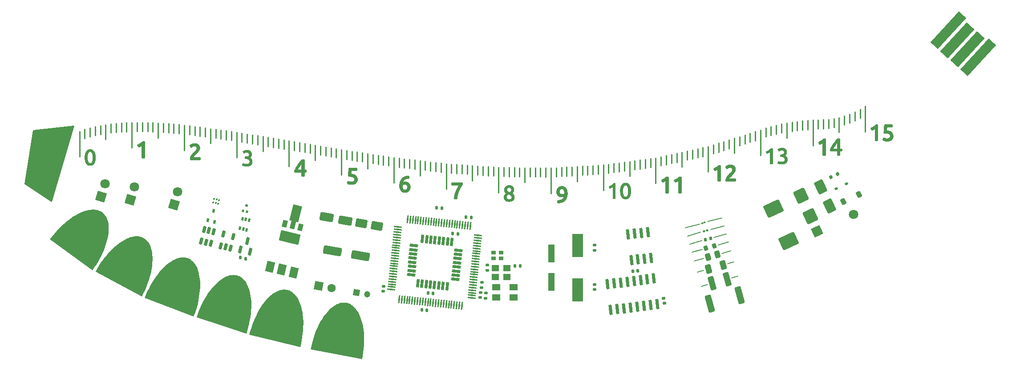
<source format=gbr>
%TF.GenerationSoftware,KiCad,Pcbnew,7.0.6*%
%TF.CreationDate,2023-10-29T15:43:57+01:00*%
%TF.ProjectId,nana,6e616e61-2e6b-4696-9361-645f70636258,rev?*%
%TF.SameCoordinates,Original*%
%TF.FileFunction,Soldermask,Top*%
%TF.FilePolarity,Negative*%
%FSLAX46Y46*%
G04 Gerber Fmt 4.6, Leading zero omitted, Abs format (unit mm)*
G04 Created by KiCad (PCBNEW 7.0.6) date 2023-10-29 15:43:57*
%MOMM*%
%LPD*%
G01*
G04 APERTURE LIST*
G04 Aperture macros list*
%AMRoundRect*
0 Rectangle with rounded corners*
0 $1 Rounding radius*
0 $2 $3 $4 $5 $6 $7 $8 $9 X,Y pos of 4 corners*
0 Add a 4 corners polygon primitive as box body*
4,1,4,$2,$3,$4,$5,$6,$7,$8,$9,$2,$3,0*
0 Add four circle primitives for the rounded corners*
1,1,$1+$1,$2,$3*
1,1,$1+$1,$4,$5*
1,1,$1+$1,$6,$7*
1,1,$1+$1,$8,$9*
0 Add four rect primitives between the rounded corners*
20,1,$1+$1,$2,$3,$4,$5,0*
20,1,$1+$1,$4,$5,$6,$7,0*
20,1,$1+$1,$6,$7,$8,$9,0*
20,1,$1+$1,$8,$9,$2,$3,0*%
%AMHorizOval*
0 Thick line with rounded ends*
0 $1 width*
0 $2 $3 position (X,Y) of the first rounded end (center of the circle)*
0 $4 $5 position (X,Y) of the second rounded end (center of the circle)*
0 Add line between two ends*
20,1,$1,$2,$3,$4,$5,0*
0 Add two circle primitives to create the rounded ends*
1,1,$1,$2,$3*
1,1,$1,$4,$5*%
%AMRotRect*
0 Rectangle, with rotation*
0 The origin of the aperture is its center*
0 $1 length*
0 $2 width*
0 $3 Rotation angle, in degrees counterclockwise*
0 Add horizontal line*
21,1,$1,$2,0,0,$3*%
%AMFreePoly0*
4,1,9,3.862500,-0.866500,0.737500,-0.866500,0.737500,-0.450000,-0.737500,-0.450000,-0.737500,0.450000,0.737500,0.450000,0.737500,0.866500,3.862500,0.866500,3.862500,-0.866500,3.862500,-0.866500,$1*%
G04 Aperture macros list end*
%ADD10C,0.250000*%
%ADD11C,0.200000*%
%ADD12C,0.219127*%
%ADD13C,0.209745*%
%ADD14C,0.214183*%
%ADD15C,0.214485*%
%ADD16C,0.000000*%
%ADD17C,0.213579*%
%ADD18RotRect,2.000000X1.500000X76.250000*%
%ADD19RotRect,2.000000X3.800000X76.250000*%
%ADD20R,1.600000X1.300000*%
%ADD21RoundRect,0.135000X-0.169875X0.153598X-0.198098X-0.114923X0.169875X-0.153598X0.198098X0.114923X0*%
%ADD22RoundRect,0.135000X-0.080651X-0.214349X0.179529X-0.142194X0.080651X0.214349X-0.179529X0.142194X0*%
%ADD23RoundRect,0.150000X0.023887X-0.533466X0.267515X0.462160X-0.023887X0.533466X-0.267515X-0.462160X0*%
%ADD24RotRect,0.650000X0.400000X76.250000*%
%ADD25RoundRect,0.250000X1.129555X0.359314X-0.938542X0.723975X-1.129555X-0.359314X0.938542X-0.723975X0*%
%ADD26RoundRect,0.140000X-0.154435X0.157003X-0.183703X-0.121463X0.154435X-0.157003X0.183703X0.121463X0*%
%ADD27RoundRect,0.250000X-1.238295X0.525951X-0.393059X-1.286664X1.238295X-0.525951X0.393059X1.286664X0*%
%ADD28RoundRect,0.100000X-0.098548X-0.131104X0.151996X-0.061622X0.098548X0.131104X-0.151996X0.061622X0*%
%ADD29RoundRect,0.112500X-0.122388X-0.181201X0.217477X-0.022719X0.122388X0.181201X-0.217477X0.022719X0*%
%ADD30RotRect,1.800000X1.800000X73.500000*%
%ADD31C,1.800000*%
%ADD32RoundRect,0.250000X0.013853X1.119415X-0.588416X0.952391X-0.013853X-1.119415X0.588416X-0.952391X0*%
%ADD33RoundRect,0.135000X0.159930X-0.152553X0.188153X0.115968X-0.159930X0.152553X-0.188153X-0.115968X0*%
%ADD34RoundRect,0.132500X0.162678X-0.150328X0.190378X0.113220X-0.162678X0.150328X-0.190378X-0.113220X0*%
%ADD35RoundRect,0.250000X0.932593X0.394043X-0.741580X0.689245X-0.932593X-0.394043X0.741580X-0.689245X0*%
%ADD36RoundRect,0.150000X0.051423X0.244654X-0.220470X0.117869X-0.051423X-0.244654X0.220470X-0.117869X0*%
%ADD37RotRect,1.800000X1.800000X25.000000*%
%ADD38HorizOval,1.800000X0.000000X0.000000X0.000000X0.000000X0*%
%ADD39RoundRect,0.250000X-0.031499X1.470047X-0.730131X1.276299X0.031499X-1.470047X0.730131X-1.276299X0*%
%ADD40RotRect,1.300000X0.900000X76.000000*%
%ADD41FreePoly0,76.000000*%
%ADD42RoundRect,0.150000X-0.249424X0.800570X-0.048340X-0.837131X0.249424X-0.800570X0.048340X0.837131X0*%
%ADD43RoundRect,0.140000X-0.170000X0.140000X-0.170000X-0.140000X0.170000X-0.140000X0.170000X0.140000X0*%
%ADD44RotRect,0.450000X0.700000X346.250000*%
%ADD45RotRect,0.450000X0.400000X76.250000*%
%ADD46RotRect,0.450000X0.500000X76.250000*%
%ADD47RoundRect,0.200000X-0.119236X-0.318446X0.266217X-0.211551X0.119236X0.318446X-0.266217X0.211551X0*%
%ADD48R,0.900000X0.800000*%
%ADD49RoundRect,0.140000X-0.157003X-0.154435X0.121463X-0.183703X0.157003X0.154435X-0.121463X0.183703X0*%
%ADD50RoundRect,0.250000X-1.011718X0.631606X-0.166482X-1.181010X1.011718X-0.631606X0.166482X1.181010X0*%
%ADD51RotRect,1.900000X8.000000X137.500000*%
%ADD52RotRect,2.000000X7.500000X137.500000*%
%ADD53RoundRect,0.140000X0.185795X-0.118239X0.151671X0.159674X-0.185795X0.118239X-0.151671X-0.159674X0*%
%ADD54RoundRect,0.250000X-0.132696X-0.503784X0.373210X-0.363484X0.132696X0.503784X-0.373210X0.363484X0*%
%ADD55RoundRect,0.250000X-0.846213X-1.497973X1.691449X-0.314642X0.846213X1.497973X-1.691449X0.314642X0*%
%ADD56RoundRect,0.140000X0.170000X-0.140000X0.170000X0.140000X-0.170000X0.140000X-0.170000X-0.140000X0*%
%ADD57RoundRect,0.075000X0.005339X-0.666710X0.143839X0.651031X-0.005339X0.666710X-0.143839X-0.651031X0*%
%ADD58RoundRect,0.075000X0.651031X-0.143839X0.666710X0.005339X-0.651031X0.143839X-0.666710X-0.005339X0*%
%ADD59RoundRect,0.250000X0.134111X0.685781X-0.468159X0.518757X-0.134111X-0.685781X0.468159X-0.518757X0*%
%ADD60R,2.000000X4.500000*%
%ADD61C,1.600000*%
%ADD62RotRect,1.600000X1.600000X170.000000*%
%ADD63RoundRect,0.140000X0.154435X-0.157003X0.183703X0.121463X-0.154435X0.157003X-0.183703X-0.121463X0*%
%ADD64RoundRect,0.140000X-0.140000X-0.170000X0.140000X-0.170000X0.140000X0.170000X-0.140000X0.170000X0*%
%ADD65RoundRect,0.140000X0.157003X0.154435X-0.121463X0.183703X-0.157003X-0.154435X0.121463X-0.183703X0*%
%ADD66RotRect,1.600000X0.550000X84.000000*%
%ADD67RotRect,1.600000X0.550000X174.000000*%
%ADD68RotRect,0.330000X0.270000X76.250000*%
%ADD69RoundRect,0.075000X0.100411X0.105677X-0.140497X0.038867X-0.100411X-0.105677X0.140497X-0.038867X0*%
%ADD70R,1.400000X1.200000*%
%ADD71RoundRect,0.150000X0.006061X-0.606316X0.285342X0.535011X-0.006061X0.606316X-0.285342X-0.535011X0*%
%ADD72RoundRect,0.250000X1.572718X0.281172X-1.381705X0.802117X-1.572718X-0.281172X1.381705X-0.802117X0*%
%ADD73C,1.200000*%
%ADD74RotRect,1.200000X1.200000X170.000000*%
%ADD75RoundRect,0.140000X0.118239X0.185795X-0.159674X0.151671X-0.118239X-0.185795X0.159674X-0.151671X0*%
%ADD76RoundRect,0.135000X0.175103X0.147611X-0.087159X0.211786X-0.175103X-0.147611X0.087159X-0.211786X0*%
%ADD77RoundRect,0.225000X-0.045437X-0.434955X0.362401X-0.244776X0.045437X0.434955X-0.362401X0.244776X0*%
%ADD78R,1.200000X3.500000*%
%ADD79RoundRect,0.135000X0.153598X0.169875X-0.114923X0.198098X-0.153598X-0.169875X0.114923X-0.198098X0*%
G04 APERTURE END LIST*
D10*
X87578826Y-82223036D02*
X87578813Y-83934865D01*
X203192575Y-84294313D02*
X203192582Y-86006152D01*
D11*
X200127249Y-108829605D02*
X198970895Y-109150293D01*
D12*
X220209922Y-87290636D02*
X220564903Y-87290644D01*
X220564906Y-87619637D01*
X220209920Y-87619640D01*
X220209932Y-88385869D01*
X219820321Y-88385871D01*
X219820331Y-87619632D01*
X218478322Y-87619636D01*
X218478323Y-87346916D01*
X218499830Y-87298348D01*
X218503391Y-87290645D01*
X218867949Y-87290645D01*
X219820319Y-87290636D01*
X219820316Y-85862069D01*
X219787795Y-85897233D01*
X219755111Y-85933495D01*
X219722320Y-85970844D01*
X219689373Y-86009257D01*
X219656288Y-86048763D01*
X219623085Y-86089346D01*
X219589740Y-86131011D01*
X219556249Y-86173759D01*
X219491590Y-86259256D01*
X219427471Y-86346911D01*
X219363883Y-86436747D01*
X219300835Y-86528737D01*
X219238877Y-86622362D01*
X219178551Y-86717053D01*
X219119844Y-86812831D01*
X219062760Y-86909685D01*
X219010000Y-87006557D01*
X218959938Y-87102335D01*
X218912584Y-87197022D01*
X218867949Y-87290645D01*
X218503391Y-87290645D01*
X218503397Y-87290631D01*
X218523221Y-87247891D01*
X218548532Y-87195542D01*
X218575705Y-87141292D01*
X218604784Y-87085154D01*
X218635772Y-87027111D01*
X218668662Y-86967176D01*
X218703441Y-86905360D01*
X218739688Y-86841306D01*
X218777029Y-86776838D01*
X218815438Y-86711969D01*
X218854940Y-86646700D01*
X218895533Y-86581021D01*
X218937207Y-86514933D01*
X219023774Y-86381554D01*
X219069576Y-86314587D01*
X219116043Y-86247895D01*
X219211017Y-86115322D01*
X219308700Y-85983823D01*
X219409067Y-85853415D01*
X219461009Y-85789296D01*
X219512970Y-85726795D01*
X219564918Y-85665919D01*
X219616865Y-85606674D01*
X219668810Y-85549034D01*
X219720753Y-85493033D01*
X219772699Y-85438652D01*
X219824644Y-85385891D01*
X220209931Y-85385890D01*
X220209922Y-87290636D01*
G36*
X220209922Y-87290636D02*
G01*
X220564903Y-87290644D01*
X220564906Y-87619637D01*
X220209920Y-87619640D01*
X220209932Y-88385869D01*
X219820321Y-88385871D01*
X219820331Y-87619632D01*
X218478322Y-87619636D01*
X218478323Y-87346916D01*
X218499830Y-87298348D01*
X218503391Y-87290645D01*
X218867949Y-87290645D01*
X219820319Y-87290636D01*
X219820316Y-85862069D01*
X219787795Y-85897233D01*
X219755111Y-85933495D01*
X219722320Y-85970844D01*
X219689373Y-86009257D01*
X219656288Y-86048763D01*
X219623085Y-86089346D01*
X219589740Y-86131011D01*
X219556249Y-86173759D01*
X219491590Y-86259256D01*
X219427471Y-86346911D01*
X219363883Y-86436747D01*
X219300835Y-86528737D01*
X219238877Y-86622362D01*
X219178551Y-86717053D01*
X219119844Y-86812831D01*
X219062760Y-86909685D01*
X219010000Y-87006557D01*
X218959938Y-87102335D01*
X218912584Y-87197022D01*
X218867949Y-87290645D01*
X218503391Y-87290645D01*
X218503397Y-87290631D01*
X218523221Y-87247891D01*
X218548532Y-87195542D01*
X218575705Y-87141292D01*
X218604784Y-87085154D01*
X218635772Y-87027111D01*
X218668662Y-86967176D01*
X218703441Y-86905360D01*
X218739688Y-86841306D01*
X218777029Y-86776838D01*
X218815438Y-86711969D01*
X218854940Y-86646700D01*
X218895533Y-86581021D01*
X218937207Y-86514933D01*
X219023774Y-86381554D01*
X219069576Y-86314587D01*
X219116043Y-86247895D01*
X219211017Y-86115322D01*
X219308700Y-85983823D01*
X219409067Y-85853415D01*
X219461009Y-85789296D01*
X219512970Y-85726795D01*
X219564918Y-85665919D01*
X219616865Y-85606674D01*
X219668810Y-85549034D01*
X219720753Y-85493033D01*
X219772699Y-85438652D01*
X219824644Y-85385891D01*
X220209931Y-85385890D01*
X220209922Y-87290636D01*
G37*
D10*
X125452286Y-87406566D02*
X125452290Y-92260796D01*
X196215879Y-86495911D02*
X196215878Y-88207754D01*
X88575492Y-82240954D02*
X88575491Y-83952789D01*
X204189249Y-83979782D02*
X204189262Y-85691630D01*
X114488919Y-85574974D02*
X114488915Y-87286811D01*
X171299118Y-90564035D02*
X171299121Y-92275880D01*
X102528877Y-83669392D02*
X102528872Y-85381236D01*
X77612116Y-83267372D02*
X77612121Y-84979200D01*
X104522217Y-83940739D02*
X104522213Y-85652580D01*
X201199236Y-84923341D02*
X201199227Y-86635183D01*
X189239177Y-88117817D02*
X189239166Y-89829661D01*
D11*
X195093735Y-113131207D02*
X193937371Y-113451893D01*
X198222837Y-101962533D02*
X195717388Y-102657355D01*
D10*
X89572157Y-82273777D02*
X89572152Y-83985619D01*
X178275814Y-89924735D02*
X178275813Y-91636582D01*
X126448965Y-87558693D02*
X126448963Y-89270529D01*
X148375714Y-90309129D02*
X148375722Y-92020977D01*
D13*
X157429018Y-94278759D02*
X157456716Y-94280130D01*
X157483917Y-94282060D01*
X157510590Y-94284529D01*
X157536757Y-94287547D01*
X157562390Y-94291131D01*
X157587513Y-94295251D01*
X157612128Y-94299935D01*
X157636202Y-94305157D01*
X157659767Y-94310930D01*
X157682810Y-94317262D01*
X157705346Y-94324131D01*
X157727363Y-94331565D01*
X157748855Y-94339531D01*
X157769832Y-94348067D01*
X157790301Y-94357022D01*
X157810306Y-94366307D01*
X157829801Y-94375925D01*
X157848818Y-94385866D01*
X157867357Y-94396103D01*
X157885398Y-94406704D01*
X157902966Y-94417605D01*
X157920032Y-94428848D01*
X157936637Y-94440400D01*
X157952735Y-94452278D01*
X157968358Y-94464488D01*
X157983489Y-94477024D01*
X157998139Y-94489878D01*
X158012301Y-94503065D01*
X158025991Y-94516557D01*
X158039181Y-94530387D01*
X158052397Y-94543942D01*
X158065130Y-94557713D01*
X158077386Y-94571656D01*
X158089161Y-94585815D01*
X158100434Y-94600152D01*
X158111244Y-94614681D01*
X158121537Y-94629416D01*
X158131368Y-94644340D01*
X158140708Y-94659452D01*
X158149562Y-94674759D01*
X158157922Y-94690275D01*
X158165814Y-94705977D01*
X158173210Y-94721863D01*
X158180121Y-94737952D01*
X158186540Y-94754236D01*
X158192481Y-94770710D01*
X158204138Y-94803733D01*
X158209382Y-94820145D01*
X158214242Y-94836500D01*
X158218702Y-94852783D01*
X158222784Y-94868992D01*
X158226472Y-94885146D01*
X158229777Y-94901240D01*
X158232688Y-94917264D01*
X158235218Y-94933227D01*
X158237352Y-94949114D01*
X158239099Y-94964957D01*
X158240458Y-94980716D01*
X158241420Y-94996417D01*
X158242023Y-95012056D01*
X158242205Y-95027613D01*
X158241623Y-95057474D01*
X158239880Y-95086922D01*
X158236956Y-95116005D01*
X158232885Y-95144684D01*
X158227637Y-95172981D01*
X158221223Y-95200888D01*
X158213672Y-95228401D01*
X158204912Y-95255526D01*
X158196178Y-95281235D01*
X158186525Y-95306547D01*
X158175974Y-95331468D01*
X158164513Y-95356002D01*
X158152147Y-95380164D01*
X158138874Y-95403924D01*
X158124698Y-95427303D01*
X158109612Y-95450286D01*
X158094788Y-95472750D01*
X158079313Y-95494573D01*
X158063189Y-95515759D01*
X158046417Y-95536287D01*
X158029025Y-95556153D01*
X158010948Y-95575377D01*
X158001672Y-95584748D01*
X157992236Y-95593963D01*
X157972868Y-95611881D01*
X157954105Y-95629233D01*
X157935072Y-95646050D01*
X157915778Y-95662359D01*
X157896226Y-95678170D01*
X157876410Y-95693453D01*
X157856334Y-95708214D01*
X157836005Y-95722458D01*
X157815410Y-95736206D01*
X157874664Y-95766249D01*
X157930144Y-95798427D01*
X157981875Y-95832676D01*
X158006334Y-95850618D01*
X158029850Y-95869061D01*
X158052438Y-95888033D01*
X158074077Y-95907535D01*
X158094779Y-95927555D01*
X158114521Y-95948120D01*
X158133361Y-95969186D01*
X158151236Y-95990804D01*
X158168202Y-96012929D01*
X158184205Y-96035581D01*
X158199269Y-96058763D01*
X158213403Y-96082470D01*
X158226586Y-96106703D01*
X158238856Y-96131473D01*
X158250167Y-96156757D01*
X158260533Y-96182578D01*
X158269974Y-96208907D01*
X158278464Y-96235766D01*
X158286035Y-96263162D01*
X158292650Y-96291082D01*
X158298337Y-96319522D01*
X158303084Y-96348494D01*
X158306877Y-96377983D01*
X158309744Y-96407995D01*
X158312657Y-96469629D01*
X158312642Y-96469606D01*
X158312396Y-96491261D01*
X158311676Y-96512726D01*
X158310447Y-96533992D01*
X158308758Y-96555068D01*
X158306572Y-96575953D01*
X158303894Y-96596636D01*
X158300753Y-96617117D01*
X158297094Y-96637438D01*
X158292973Y-96657531D01*
X158288360Y-96677435D01*
X158283262Y-96697146D01*
X158277682Y-96716665D01*
X158271607Y-96735996D01*
X158265050Y-96755120D01*
X158258001Y-96774061D01*
X158250485Y-96792798D01*
X158242992Y-96810808D01*
X158235007Y-96828555D01*
X158226546Y-96846031D01*
X158217586Y-96863246D01*
X158208160Y-96880217D01*
X158198236Y-96896925D01*
X158187822Y-96913376D01*
X158176943Y-96929553D01*
X158165560Y-96945487D01*
X158153695Y-96961147D01*
X158141338Y-96976562D01*
X158128510Y-96991707D01*
X158115191Y-97006596D01*
X158101385Y-97021235D01*
X158087084Y-97035604D01*
X158072308Y-97049716D01*
X158057558Y-97062984D01*
X158042330Y-97075873D01*
X158026622Y-97088372D01*
X158010420Y-97100487D01*
X157993723Y-97112203D01*
X157976554Y-97123526D01*
X157958889Y-97134458D01*
X157940745Y-97145027D01*
X157922111Y-97155185D01*
X157903013Y-97164961D01*
X157883397Y-97174350D01*
X157863316Y-97183350D01*
X157842737Y-97191971D01*
X157821682Y-97200200D01*
X157800118Y-97208026D01*
X157778114Y-97215470D01*
X157755634Y-97223004D01*
X157732716Y-97230050D01*
X157709399Y-97236615D01*
X157685658Y-97242683D01*
X157661492Y-97248278D01*
X157636902Y-97253372D01*
X157611892Y-97257996D01*
X157586468Y-97262118D01*
X157560615Y-97265758D01*
X157534350Y-97268918D01*
X157507664Y-97271596D01*
X157480552Y-97273782D01*
X157425061Y-97276703D01*
X157367898Y-97277663D01*
X157301906Y-97276511D01*
X157238664Y-97273005D01*
X157178125Y-97267181D01*
X157148874Y-97263385D01*
X157120295Y-97259017D01*
X157092420Y-97254062D01*
X157065205Y-97248521D01*
X157038685Y-97242404D01*
X157012826Y-97235703D01*
X156987660Y-97228425D01*
X156963173Y-97220552D01*
X156939357Y-97212102D01*
X156916224Y-97203066D01*
X156894232Y-97193077D01*
X156872785Y-97182812D01*
X156851893Y-97172247D01*
X156831551Y-97161384D01*
X156811765Y-97150230D01*
X156792513Y-97138783D01*
X156773807Y-97127053D01*
X156755663Y-97115020D01*
X156738075Y-97102701D01*
X156721030Y-97090099D01*
X156704533Y-97077201D01*
X156688600Y-97064001D01*
X156673207Y-97050522D01*
X156658358Y-97036736D01*
X156644064Y-97022669D01*
X156630316Y-97008303D01*
X156617093Y-96993728D01*
X156604358Y-96978977D01*
X156592114Y-96964072D01*
X156580332Y-96948995D01*
X156569058Y-96933766D01*
X156558260Y-96918373D01*
X156547953Y-96902825D01*
X156538130Y-96887112D01*
X156528788Y-96871238D01*
X156519943Y-96855179D01*
X156511561Y-96838988D01*
X156503675Y-96822622D01*
X156496289Y-96806108D01*
X156489381Y-96789400D01*
X156482949Y-96772544D01*
X156477022Y-96755543D01*
X156466316Y-96720579D01*
X156457062Y-96686142D01*
X156449232Y-96652222D01*
X156442837Y-96618818D01*
X156437839Y-96585932D01*
X156434279Y-96553545D01*
X156432138Y-96521705D01*
X156431525Y-96494518D01*
X156820926Y-96494518D01*
X156821317Y-96513296D01*
X156822485Y-96532324D01*
X156824421Y-96551620D01*
X156827144Y-96571167D01*
X156830640Y-96590993D01*
X156834906Y-96611063D01*
X156839961Y-96631379D01*
X156845784Y-96651965D01*
X156849558Y-96661773D01*
X156853616Y-96671510D01*
X156857970Y-96681197D01*
X156862616Y-96690809D01*
X156867546Y-96700348D01*
X156872775Y-96709838D01*
X156878292Y-96719256D01*
X156884108Y-96728623D01*
X156890219Y-96737907D01*
X156896611Y-96747129D01*
X156903288Y-96756291D01*
X156910271Y-96765394D01*
X156917524Y-96774421D01*
X156925082Y-96783397D01*
X156932946Y-96792299D01*
X156941087Y-96801133D01*
X156949519Y-96809333D01*
X156958236Y-96817395D01*
X156967254Y-96825264D01*
X156976570Y-96832998D01*
X156986164Y-96840562D01*
X156996042Y-96847949D01*
X157006233Y-96855190D01*
X157016697Y-96862271D01*
X157027464Y-96869180D01*
X157038516Y-96875914D01*
X157049865Y-96882507D01*
X157061513Y-96888938D01*
X157073431Y-96895206D01*
X157085664Y-96901306D01*
X157098159Y-96907240D01*
X157110966Y-96913024D01*
X157124140Y-96918539D01*
X157137701Y-96923704D01*
X157151720Y-96928504D01*
X157166127Y-96932965D01*
X157180966Y-96937065D01*
X157196246Y-96940793D01*
X157211928Y-96944191D01*
X157228032Y-96947209D01*
X157244560Y-96949874D01*
X157261506Y-96952205D01*
X157278873Y-96954156D01*
X157296647Y-96955759D01*
X157314878Y-96957013D01*
X157333497Y-96957895D01*
X157352559Y-96958430D01*
X157372020Y-96958604D01*
X157406655Y-96957959D01*
X157440138Y-96956010D01*
X157472433Y-96952783D01*
X157488155Y-96950688D01*
X157503584Y-96948268D01*
X157518723Y-96945514D01*
X157533563Y-96942443D01*
X157548120Y-96939058D01*
X157562360Y-96935337D01*
X157576326Y-96931274D01*
X157590019Y-96926914D01*
X157603414Y-96922221D01*
X157616486Y-96917214D01*
X157629801Y-96911966D01*
X157642789Y-96906532D01*
X157655439Y-96900951D01*
X157667772Y-96895196D01*
X157679783Y-96889310D01*
X157691461Y-96883237D01*
X157702840Y-96877005D01*
X157713879Y-96870612D01*
X157724597Y-96864054D01*
X157734983Y-96857345D01*
X157745050Y-96850466D01*
X157754793Y-96843412D01*
X157764204Y-96836195D01*
X157773307Y-96828842D01*
X157782081Y-96821312D01*
X157790524Y-96813624D01*
X157798684Y-96805259D01*
X157806579Y-96796789D01*
X157814229Y-96788172D01*
X157821607Y-96779427D01*
X157828729Y-96770556D01*
X157835590Y-96761563D01*
X157842202Y-96752435D01*
X157848550Y-96743186D01*
X157854633Y-96733790D01*
X157860453Y-96724276D01*
X157866020Y-96714614D01*
X157871335Y-96704852D01*
X157876387Y-96694944D01*
X157881170Y-96684914D01*
X157885712Y-96674739D01*
X157889979Y-96664449D01*
X157893995Y-96654068D01*
X157897744Y-96643662D01*
X157901245Y-96633223D01*
X157904483Y-96622736D01*
X157907465Y-96612240D01*
X157910178Y-96601705D01*
X157912645Y-96591140D01*
X157914853Y-96580529D01*
X157916794Y-96569895D01*
X157918473Y-96559224D01*
X157919895Y-96548530D01*
X157921054Y-96537794D01*
X157921961Y-96527038D01*
X157922616Y-96516236D01*
X157923000Y-96505424D01*
X157923132Y-96494564D01*
X157922924Y-96478110D01*
X157922353Y-96461939D01*
X157921375Y-96446006D01*
X157920016Y-96430335D01*
X157918270Y-96414918D01*
X157916150Y-96399771D01*
X157913618Y-96384879D01*
X157910705Y-96370258D01*
X157907391Y-96355876D01*
X157903710Y-96341761D01*
X157899625Y-96327906D01*
X157895166Y-96314310D01*
X157890306Y-96300975D01*
X157885067Y-96287892D01*
X157879433Y-96275081D01*
X157873409Y-96262516D01*
X157867004Y-96250176D01*
X157860256Y-96238061D01*
X157853162Y-96226123D01*
X157845696Y-96214364D01*
X157837867Y-96202806D01*
X157829707Y-96191446D01*
X157821176Y-96180279D01*
X157812286Y-96169312D01*
X157803043Y-96158524D01*
X157793455Y-96147929D01*
X157783499Y-96137533D01*
X157773192Y-96127349D01*
X157762527Y-96117335D01*
X157751492Y-96107515D01*
X157740109Y-96097902D01*
X157728380Y-96088473D01*
X157716818Y-96079239D01*
X157704943Y-96070214D01*
X157692746Y-96061371D01*
X157680202Y-96052742D01*
X157667356Y-96044283D01*
X157654190Y-96036022D01*
X157640675Y-96027975D01*
X157626860Y-96020105D01*
X157612708Y-96012427D01*
X157598246Y-96004949D01*
X157583455Y-95997668D01*
X157568340Y-95990578D01*
X157552893Y-95983672D01*
X157537124Y-95976976D01*
X157521038Y-95970465D01*
X157504621Y-95964160D01*
X157471926Y-95950946D01*
X157438064Y-95938253D01*
X157403041Y-95926066D01*
X157366852Y-95914416D01*
X157329492Y-95903281D01*
X157290971Y-95892649D01*
X157251281Y-95882545D01*
X157210432Y-95872969D01*
X157187440Y-95886117D01*
X157165114Y-95899638D01*
X157143429Y-95913556D01*
X157122387Y-95927864D01*
X157101986Y-95942565D01*
X157082240Y-95957647D01*
X157063139Y-95973120D01*
X157044705Y-95988992D01*
X157026869Y-96005236D01*
X157009732Y-96021876D01*
X156993208Y-96038898D01*
X156977351Y-96056310D01*
X156962134Y-96074124D01*
X156947574Y-96092314D01*
X156933645Y-96110901D01*
X156920381Y-96129881D01*
X156908323Y-96149259D01*
X156897065Y-96169104D01*
X156886570Y-96189410D01*
X156876863Y-96210153D01*
X156867933Y-96231364D01*
X156859768Y-96253019D01*
X156852389Y-96275120D01*
X156845791Y-96297696D01*
X156839957Y-96320708D01*
X156834904Y-96344177D01*
X156830642Y-96368098D01*
X156827147Y-96392468D01*
X156824424Y-96417301D01*
X156822475Y-96442589D01*
X156821322Y-96468325D01*
X156820926Y-96494518D01*
X156431525Y-96494518D01*
X156431525Y-96494513D01*
X156431435Y-96490367D01*
X156432008Y-96460529D01*
X156433763Y-96431060D01*
X156436675Y-96401987D01*
X156440753Y-96373300D01*
X156445989Y-96345002D01*
X156452413Y-96317102D01*
X156459984Y-96289595D01*
X156468711Y-96262464D01*
X156479405Y-96234747D01*
X156490738Y-96207560D01*
X156502706Y-96180878D01*
X156515346Y-96154720D01*
X156528607Y-96129080D01*
X156542529Y-96103958D01*
X156557110Y-96079360D01*
X156572316Y-96055269D01*
X156589151Y-96031780D01*
X156606507Y-96008910D01*
X156624381Y-95986717D01*
X156642761Y-95965143D01*
X156661656Y-95944236D01*
X156681095Y-95923976D01*
X156701024Y-95904352D01*
X156721486Y-95885390D01*
X156743366Y-95866032D01*
X156765502Y-95847313D01*
X156787927Y-95829249D01*
X156810574Y-95811839D01*
X156833498Y-95795078D01*
X156856676Y-95778952D01*
X156880122Y-95763480D01*
X156903803Y-95748652D01*
X156854626Y-95718791D01*
X156808632Y-95687215D01*
X156786825Y-95670767D01*
X156765801Y-95653916D01*
X156745577Y-95636618D01*
X156726155Y-95618900D01*
X156707511Y-95600746D01*
X156689658Y-95582170D01*
X156672609Y-95563167D01*
X156656363Y-95543731D01*
X156640886Y-95523869D01*
X156626222Y-95503567D01*
X156612350Y-95482847D01*
X156599248Y-95461700D01*
X156586954Y-95440119D01*
X156575458Y-95418103D01*
X156564747Y-95395683D01*
X156554836Y-95372805D01*
X156545708Y-95349508D01*
X156537395Y-95325803D01*
X156529840Y-95301636D01*
X156523117Y-95277044D01*
X156517162Y-95252029D01*
X156512013Y-95226599D01*
X156507652Y-95200728D01*
X156504077Y-95174438D01*
X156501309Y-95147697D01*
X156499319Y-95120552D01*
X156497734Y-95064946D01*
X156497975Y-95045330D01*
X156498320Y-95035920D01*
X156883098Y-95035920D01*
X156883225Y-95047312D01*
X156883625Y-95058710D01*
X156884262Y-95070113D01*
X156885173Y-95081512D01*
X156886346Y-95092903D01*
X156887766Y-95104308D01*
X156889437Y-95115697D01*
X156891388Y-95127088D01*
X156893584Y-95138492D01*
X156896043Y-95149874D01*
X156898772Y-95161276D01*
X156901746Y-95172670D01*
X156904974Y-95184065D01*
X156908475Y-95195459D01*
X156912246Y-95206842D01*
X156916250Y-95218238D01*
X156920545Y-95229592D01*
X156925122Y-95240845D01*
X156929983Y-95252007D01*
X156935159Y-95263067D01*
X156940610Y-95274014D01*
X156946347Y-95284878D01*
X156952390Y-95295640D01*
X156958722Y-95306314D01*
X156965345Y-95316868D01*
X156972264Y-95327355D01*
X156979455Y-95337719D01*
X156986946Y-95348004D01*
X156994734Y-95358185D01*
X157002800Y-95368252D01*
X157011184Y-95378242D01*
X157019844Y-95388132D01*
X157028803Y-95397903D01*
X157038097Y-95407550D01*
X157047712Y-95417068D01*
X157057645Y-95426457D01*
X157067914Y-95435711D01*
X157078501Y-95444842D01*
X157089410Y-95453839D01*
X157100634Y-95462711D01*
X157112199Y-95471441D01*
X157124071Y-95480056D01*
X157136273Y-95488536D01*
X157148800Y-95496888D01*
X157161646Y-95505108D01*
X157174837Y-95513209D01*
X157188342Y-95521170D01*
X157202159Y-95529002D01*
X157231816Y-95544172D01*
X157262755Y-95558562D01*
X157294997Y-95572156D01*
X157328533Y-95584998D01*
X157363376Y-95597045D01*
X157399504Y-95608310D01*
X157436929Y-95618794D01*
X157475636Y-95628518D01*
X157497129Y-95615426D01*
X157518049Y-95602108D01*
X157538423Y-95588509D01*
X157558248Y-95574638D01*
X157577537Y-95560536D01*
X157596250Y-95546158D01*
X157614434Y-95531527D01*
X157632061Y-95516646D01*
X157649150Y-95501493D01*
X157665669Y-95486088D01*
X157681643Y-95470408D01*
X157697073Y-95454484D01*
X157711940Y-95438304D01*
X157726265Y-95421863D01*
X157740043Y-95405149D01*
X157753259Y-95388195D01*
X157765811Y-95370246D01*
X157777547Y-95351682D01*
X157788465Y-95332450D01*
X157798594Y-95312574D01*
X157807897Y-95292042D01*
X157816388Y-95270884D01*
X157824072Y-95249053D01*
X157830975Y-95226579D01*
X157837029Y-95203474D01*
X157842287Y-95179725D01*
X157846757Y-95155318D01*
X157850384Y-95130237D01*
X157853224Y-95104538D01*
X157855252Y-95078190D01*
X157856457Y-95051203D01*
X157856859Y-95023540D01*
X157856836Y-95023513D01*
X157856725Y-95015698D01*
X157856380Y-95007774D01*
X157855819Y-94999759D01*
X157855015Y-94991661D01*
X157854011Y-94983439D01*
X157852758Y-94975143D01*
X157851272Y-94966729D01*
X157849591Y-94958225D01*
X157847659Y-94949636D01*
X157845504Y-94940947D01*
X157843130Y-94932154D01*
X157840521Y-94923277D01*
X157837694Y-94914289D01*
X157834630Y-94905208D01*
X157831345Y-94896048D01*
X157827836Y-94886767D01*
X157824610Y-94877491D01*
X157821107Y-94868314D01*
X157817347Y-94859238D01*
X157813335Y-94850244D01*
X157809068Y-94841370D01*
X157804537Y-94832581D01*
X157799739Y-94823887D01*
X157794689Y-94815293D01*
X157789384Y-94806798D01*
X157783819Y-94798394D01*
X157777987Y-94790102D01*
X157771898Y-94781875D01*
X157765561Y-94773773D01*
X157758947Y-94765766D01*
X157752092Y-94757851D01*
X157744969Y-94750031D01*
X157737581Y-94741843D01*
X157729948Y-94733853D01*
X157722051Y-94726055D01*
X157713888Y-94718432D01*
X157705481Y-94711021D01*
X157696810Y-94703809D01*
X157687866Y-94696788D01*
X157678663Y-94689951D01*
X157669213Y-94683318D01*
X157659502Y-94676876D01*
X157649553Y-94670633D01*
X157639298Y-94664575D01*
X157628814Y-94658712D01*
X157618070Y-94653061D01*
X157607057Y-94647575D01*
X157595795Y-94642312D01*
X157584238Y-94636797D01*
X157572364Y-94631623D01*
X157560150Y-94626821D01*
X157547629Y-94622366D01*
X157534780Y-94618269D01*
X157521601Y-94614525D01*
X157508100Y-94611151D01*
X157494279Y-94608106D01*
X157480136Y-94605447D01*
X157465655Y-94603131D01*
X157450863Y-94601167D01*
X157435756Y-94599566D01*
X157420304Y-94598320D01*
X157404547Y-94597417D01*
X157388454Y-94596903D01*
X157372047Y-94596710D01*
X157355611Y-94596871D01*
X157339471Y-94597368D01*
X157323630Y-94598173D01*
X157308073Y-94599305D01*
X157292808Y-94600765D01*
X157277827Y-94602526D01*
X157263152Y-94604635D01*
X157248771Y-94607060D01*
X157234664Y-94609802D01*
X157220862Y-94612891D01*
X157207339Y-94616286D01*
X157194124Y-94620000D01*
X157181192Y-94624041D01*
X157168551Y-94628412D01*
X157156206Y-94633097D01*
X157144147Y-94638110D01*
X157132888Y-94643384D01*
X157121879Y-94648858D01*
X157111126Y-94654522D01*
X157100641Y-94660376D01*
X157090407Y-94666425D01*
X157080440Y-94672678D01*
X157070718Y-94679107D01*
X157061267Y-94685740D01*
X157052083Y-94692569D01*
X157043152Y-94699598D01*
X157034470Y-94706828D01*
X157026046Y-94714237D01*
X157017892Y-94721842D01*
X157010007Y-94729651D01*
X157002347Y-94737641D01*
X156994975Y-94745839D01*
X156987833Y-94753664D01*
X156980920Y-94761638D01*
X156974231Y-94769738D01*
X156967784Y-94777962D01*
X156961547Y-94786320D01*
X156955544Y-94794807D01*
X156949761Y-94803419D01*
X156944222Y-94812165D01*
X156938892Y-94821025D01*
X156933795Y-94830032D01*
X156928918Y-94839161D01*
X156924264Y-94848416D01*
X156919847Y-94857789D01*
X156915658Y-94867313D01*
X156911691Y-94876954D01*
X156907945Y-94886723D01*
X156902124Y-94905371D01*
X156897080Y-94924028D01*
X156892812Y-94942672D01*
X156889311Y-94961306D01*
X156886598Y-94979963D01*
X156884653Y-94998616D01*
X156883480Y-95017264D01*
X156883098Y-95035920D01*
X156498320Y-95035920D01*
X156498321Y-95035905D01*
X156498703Y-95025848D01*
X156499919Y-95006489D01*
X156501628Y-94987256D01*
X156503814Y-94968160D01*
X156506467Y-94949181D01*
X156509629Y-94930342D01*
X156513263Y-94911633D01*
X156517400Y-94893050D01*
X156522009Y-94874602D01*
X156527110Y-94856278D01*
X156532696Y-94838083D01*
X156538767Y-94820023D01*
X156545317Y-94802068D01*
X156552383Y-94784285D01*
X156559887Y-94766606D01*
X156567842Y-94748620D01*
X156576206Y-94730922D01*
X156584940Y-94713532D01*
X156594068Y-94696425D01*
X156603598Y-94679606D01*
X156613489Y-94663075D01*
X156623788Y-94646847D01*
X156634471Y-94630895D01*
X156645541Y-94615250D01*
X156657013Y-94599891D01*
X156668853Y-94584820D01*
X156681087Y-94570045D01*
X156693725Y-94555563D01*
X156706721Y-94541365D01*
X156720111Y-94527462D01*
X156733923Y-94513847D01*
X156748598Y-94500548D01*
X156763639Y-94487620D01*
X156779037Y-94475052D01*
X156794772Y-94462834D01*
X156810885Y-94450964D01*
X156827351Y-94439442D01*
X156844161Y-94428309D01*
X156861349Y-94417497D01*
X156878865Y-94407050D01*
X156896753Y-94396970D01*
X156914998Y-94387238D01*
X156933592Y-94377875D01*
X156952544Y-94368863D01*
X156971855Y-94360213D01*
X156991516Y-94351906D01*
X157011552Y-94343958D01*
X157031900Y-94335933D01*
X157052529Y-94328411D01*
X157073464Y-94321423D01*
X157094674Y-94314941D01*
X157116192Y-94308984D01*
X157137992Y-94303564D01*
X157160077Y-94298626D01*
X157182465Y-94294230D01*
X157205142Y-94290338D01*
X157228116Y-94286988D01*
X157251377Y-94284118D01*
X157274928Y-94281800D01*
X157298763Y-94279989D01*
X157322905Y-94278698D01*
X157347326Y-94277917D01*
X157372047Y-94277651D01*
X157429018Y-94278759D01*
G36*
X157429018Y-94278759D02*
G01*
X157456716Y-94280130D01*
X157483917Y-94282060D01*
X157510590Y-94284529D01*
X157536757Y-94287547D01*
X157562390Y-94291131D01*
X157587513Y-94295251D01*
X157612128Y-94299935D01*
X157636202Y-94305157D01*
X157659767Y-94310930D01*
X157682810Y-94317262D01*
X157705346Y-94324131D01*
X157727363Y-94331565D01*
X157748855Y-94339531D01*
X157769832Y-94348067D01*
X157790301Y-94357022D01*
X157810306Y-94366307D01*
X157829801Y-94375925D01*
X157848818Y-94385866D01*
X157867357Y-94396103D01*
X157885398Y-94406704D01*
X157902966Y-94417605D01*
X157920032Y-94428848D01*
X157936637Y-94440400D01*
X157952735Y-94452278D01*
X157968358Y-94464488D01*
X157983489Y-94477024D01*
X157998139Y-94489878D01*
X158012301Y-94503065D01*
X158025991Y-94516557D01*
X158039181Y-94530387D01*
X158052397Y-94543942D01*
X158065130Y-94557713D01*
X158077386Y-94571656D01*
X158089161Y-94585815D01*
X158100434Y-94600152D01*
X158111244Y-94614681D01*
X158121537Y-94629416D01*
X158131368Y-94644340D01*
X158140708Y-94659452D01*
X158149562Y-94674759D01*
X158157922Y-94690275D01*
X158165814Y-94705977D01*
X158173210Y-94721863D01*
X158180121Y-94737952D01*
X158186540Y-94754236D01*
X158192481Y-94770710D01*
X158204138Y-94803733D01*
X158209382Y-94820145D01*
X158214242Y-94836500D01*
X158218702Y-94852783D01*
X158222784Y-94868992D01*
X158226472Y-94885146D01*
X158229777Y-94901240D01*
X158232688Y-94917264D01*
X158235218Y-94933227D01*
X158237352Y-94949114D01*
X158239099Y-94964957D01*
X158240458Y-94980716D01*
X158241420Y-94996417D01*
X158242023Y-95012056D01*
X158242205Y-95027613D01*
X158241623Y-95057474D01*
X158239880Y-95086922D01*
X158236956Y-95116005D01*
X158232885Y-95144684D01*
X158227637Y-95172981D01*
X158221223Y-95200888D01*
X158213672Y-95228401D01*
X158204912Y-95255526D01*
X158196178Y-95281235D01*
X158186525Y-95306547D01*
X158175974Y-95331468D01*
X158164513Y-95356002D01*
X158152147Y-95380164D01*
X158138874Y-95403924D01*
X158124698Y-95427303D01*
X158109612Y-95450286D01*
X158094788Y-95472750D01*
X158079313Y-95494573D01*
X158063189Y-95515759D01*
X158046417Y-95536287D01*
X158029025Y-95556153D01*
X158010948Y-95575377D01*
X158001672Y-95584748D01*
X157992236Y-95593963D01*
X157972868Y-95611881D01*
X157954105Y-95629233D01*
X157935072Y-95646050D01*
X157915778Y-95662359D01*
X157896226Y-95678170D01*
X157876410Y-95693453D01*
X157856334Y-95708214D01*
X157836005Y-95722458D01*
X157815410Y-95736206D01*
X157874664Y-95766249D01*
X157930144Y-95798427D01*
X157981875Y-95832676D01*
X158006334Y-95850618D01*
X158029850Y-95869061D01*
X158052438Y-95888033D01*
X158074077Y-95907535D01*
X158094779Y-95927555D01*
X158114521Y-95948120D01*
X158133361Y-95969186D01*
X158151236Y-95990804D01*
X158168202Y-96012929D01*
X158184205Y-96035581D01*
X158199269Y-96058763D01*
X158213403Y-96082470D01*
X158226586Y-96106703D01*
X158238856Y-96131473D01*
X158250167Y-96156757D01*
X158260533Y-96182578D01*
X158269974Y-96208907D01*
X158278464Y-96235766D01*
X158286035Y-96263162D01*
X158292650Y-96291082D01*
X158298337Y-96319522D01*
X158303084Y-96348494D01*
X158306877Y-96377983D01*
X158309744Y-96407995D01*
X158312657Y-96469629D01*
X158312642Y-96469606D01*
X158312396Y-96491261D01*
X158311676Y-96512726D01*
X158310447Y-96533992D01*
X158308758Y-96555068D01*
X158306572Y-96575953D01*
X158303894Y-96596636D01*
X158300753Y-96617117D01*
X158297094Y-96637438D01*
X158292973Y-96657531D01*
X158288360Y-96677435D01*
X158283262Y-96697146D01*
X158277682Y-96716665D01*
X158271607Y-96735996D01*
X158265050Y-96755120D01*
X158258001Y-96774061D01*
X158250485Y-96792798D01*
X158242992Y-96810808D01*
X158235007Y-96828555D01*
X158226546Y-96846031D01*
X158217586Y-96863246D01*
X158208160Y-96880217D01*
X158198236Y-96896925D01*
X158187822Y-96913376D01*
X158176943Y-96929553D01*
X158165560Y-96945487D01*
X158153695Y-96961147D01*
X158141338Y-96976562D01*
X158128510Y-96991707D01*
X158115191Y-97006596D01*
X158101385Y-97021235D01*
X158087084Y-97035604D01*
X158072308Y-97049716D01*
X158057558Y-97062984D01*
X158042330Y-97075873D01*
X158026622Y-97088372D01*
X158010420Y-97100487D01*
X157993723Y-97112203D01*
X157976554Y-97123526D01*
X157958889Y-97134458D01*
X157940745Y-97145027D01*
X157922111Y-97155185D01*
X157903013Y-97164961D01*
X157883397Y-97174350D01*
X157863316Y-97183350D01*
X157842737Y-97191971D01*
X157821682Y-97200200D01*
X157800118Y-97208026D01*
X157778114Y-97215470D01*
X157755634Y-97223004D01*
X157732716Y-97230050D01*
X157709399Y-97236615D01*
X157685658Y-97242683D01*
X157661492Y-97248278D01*
X157636902Y-97253372D01*
X157611892Y-97257996D01*
X157586468Y-97262118D01*
X157560615Y-97265758D01*
X157534350Y-97268918D01*
X157507664Y-97271596D01*
X157480552Y-97273782D01*
X157425061Y-97276703D01*
X157367898Y-97277663D01*
X157301906Y-97276511D01*
X157238664Y-97273005D01*
X157178125Y-97267181D01*
X157148874Y-97263385D01*
X157120295Y-97259017D01*
X157092420Y-97254062D01*
X157065205Y-97248521D01*
X157038685Y-97242404D01*
X157012826Y-97235703D01*
X156987660Y-97228425D01*
X156963173Y-97220552D01*
X156939357Y-97212102D01*
X156916224Y-97203066D01*
X156894232Y-97193077D01*
X156872785Y-97182812D01*
X156851893Y-97172247D01*
X156831551Y-97161384D01*
X156811765Y-97150230D01*
X156792513Y-97138783D01*
X156773807Y-97127053D01*
X156755663Y-97115020D01*
X156738075Y-97102701D01*
X156721030Y-97090099D01*
X156704533Y-97077201D01*
X156688600Y-97064001D01*
X156673207Y-97050522D01*
X156658358Y-97036736D01*
X156644064Y-97022669D01*
X156630316Y-97008303D01*
X156617093Y-96993728D01*
X156604358Y-96978977D01*
X156592114Y-96964072D01*
X156580332Y-96948995D01*
X156569058Y-96933766D01*
X156558260Y-96918373D01*
X156547953Y-96902825D01*
X156538130Y-96887112D01*
X156528788Y-96871238D01*
X156519943Y-96855179D01*
X156511561Y-96838988D01*
X156503675Y-96822622D01*
X156496289Y-96806108D01*
X156489381Y-96789400D01*
X156482949Y-96772544D01*
X156477022Y-96755543D01*
X156466316Y-96720579D01*
X156457062Y-96686142D01*
X156449232Y-96652222D01*
X156442837Y-96618818D01*
X156437839Y-96585932D01*
X156434279Y-96553545D01*
X156432138Y-96521705D01*
X156431525Y-96494518D01*
X156820926Y-96494518D01*
X156821317Y-96513296D01*
X156822485Y-96532324D01*
X156824421Y-96551620D01*
X156827144Y-96571167D01*
X156830640Y-96590993D01*
X156834906Y-96611063D01*
X156839961Y-96631379D01*
X156845784Y-96651965D01*
X156849558Y-96661773D01*
X156853616Y-96671510D01*
X156857970Y-96681197D01*
X156862616Y-96690809D01*
X156867546Y-96700348D01*
X156872775Y-96709838D01*
X156878292Y-96719256D01*
X156884108Y-96728623D01*
X156890219Y-96737907D01*
X156896611Y-96747129D01*
X156903288Y-96756291D01*
X156910271Y-96765394D01*
X156917524Y-96774421D01*
X156925082Y-96783397D01*
X156932946Y-96792299D01*
X156941087Y-96801133D01*
X156949519Y-96809333D01*
X156958236Y-96817395D01*
X156967254Y-96825264D01*
X156976570Y-96832998D01*
X156986164Y-96840562D01*
X156996042Y-96847949D01*
X157006233Y-96855190D01*
X157016697Y-96862271D01*
X157027464Y-96869180D01*
X157038516Y-96875914D01*
X157049865Y-96882507D01*
X157061513Y-96888938D01*
X157073431Y-96895206D01*
X157085664Y-96901306D01*
X157098159Y-96907240D01*
X157110966Y-96913024D01*
X157124140Y-96918539D01*
X157137701Y-96923704D01*
X157151720Y-96928504D01*
X157166127Y-96932965D01*
X157180966Y-96937065D01*
X157196246Y-96940793D01*
X157211928Y-96944191D01*
X157228032Y-96947209D01*
X157244560Y-96949874D01*
X157261506Y-96952205D01*
X157278873Y-96954156D01*
X157296647Y-96955759D01*
X157314878Y-96957013D01*
X157333497Y-96957895D01*
X157352559Y-96958430D01*
X157372020Y-96958604D01*
X157406655Y-96957959D01*
X157440138Y-96956010D01*
X157472433Y-96952783D01*
X157488155Y-96950688D01*
X157503584Y-96948268D01*
X157518723Y-96945514D01*
X157533563Y-96942443D01*
X157548120Y-96939058D01*
X157562360Y-96935337D01*
X157576326Y-96931274D01*
X157590019Y-96926914D01*
X157603414Y-96922221D01*
X157616486Y-96917214D01*
X157629801Y-96911966D01*
X157642789Y-96906532D01*
X157655439Y-96900951D01*
X157667772Y-96895196D01*
X157679783Y-96889310D01*
X157691461Y-96883237D01*
X157702840Y-96877005D01*
X157713879Y-96870612D01*
X157724597Y-96864054D01*
X157734983Y-96857345D01*
X157745050Y-96850466D01*
X157754793Y-96843412D01*
X157764204Y-96836195D01*
X157773307Y-96828842D01*
X157782081Y-96821312D01*
X157790524Y-96813624D01*
X157798684Y-96805259D01*
X157806579Y-96796789D01*
X157814229Y-96788172D01*
X157821607Y-96779427D01*
X157828729Y-96770556D01*
X157835590Y-96761563D01*
X157842202Y-96752435D01*
X157848550Y-96743186D01*
X157854633Y-96733790D01*
X157860453Y-96724276D01*
X157866020Y-96714614D01*
X157871335Y-96704852D01*
X157876387Y-96694944D01*
X157881170Y-96684914D01*
X157885712Y-96674739D01*
X157889979Y-96664449D01*
X157893995Y-96654068D01*
X157897744Y-96643662D01*
X157901245Y-96633223D01*
X157904483Y-96622736D01*
X157907465Y-96612240D01*
X157910178Y-96601705D01*
X157912645Y-96591140D01*
X157914853Y-96580529D01*
X157916794Y-96569895D01*
X157918473Y-96559224D01*
X157919895Y-96548530D01*
X157921054Y-96537794D01*
X157921961Y-96527038D01*
X157922616Y-96516236D01*
X157923000Y-96505424D01*
X157923132Y-96494564D01*
X157922924Y-96478110D01*
X157922353Y-96461939D01*
X157921375Y-96446006D01*
X157920016Y-96430335D01*
X157918270Y-96414918D01*
X157916150Y-96399771D01*
X157913618Y-96384879D01*
X157910705Y-96370258D01*
X157907391Y-96355876D01*
X157903710Y-96341761D01*
X157899625Y-96327906D01*
X157895166Y-96314310D01*
X157890306Y-96300975D01*
X157885067Y-96287892D01*
X157879433Y-96275081D01*
X157873409Y-96262516D01*
X157867004Y-96250176D01*
X157860256Y-96238061D01*
X157853162Y-96226123D01*
X157845696Y-96214364D01*
X157837867Y-96202806D01*
X157829707Y-96191446D01*
X157821176Y-96180279D01*
X157812286Y-96169312D01*
X157803043Y-96158524D01*
X157793455Y-96147929D01*
X157783499Y-96137533D01*
X157773192Y-96127349D01*
X157762527Y-96117335D01*
X157751492Y-96107515D01*
X157740109Y-96097902D01*
X157728380Y-96088473D01*
X157716818Y-96079239D01*
X157704943Y-96070214D01*
X157692746Y-96061371D01*
X157680202Y-96052742D01*
X157667356Y-96044283D01*
X157654190Y-96036022D01*
X157640675Y-96027975D01*
X157626860Y-96020105D01*
X157612708Y-96012427D01*
X157598246Y-96004949D01*
X157583455Y-95997668D01*
X157568340Y-95990578D01*
X157552893Y-95983672D01*
X157537124Y-95976976D01*
X157521038Y-95970465D01*
X157504621Y-95964160D01*
X157471926Y-95950946D01*
X157438064Y-95938253D01*
X157403041Y-95926066D01*
X157366852Y-95914416D01*
X157329492Y-95903281D01*
X157290971Y-95892649D01*
X157251281Y-95882545D01*
X157210432Y-95872969D01*
X157187440Y-95886117D01*
X157165114Y-95899638D01*
X157143429Y-95913556D01*
X157122387Y-95927864D01*
X157101986Y-95942565D01*
X157082240Y-95957647D01*
X157063139Y-95973120D01*
X157044705Y-95988992D01*
X157026869Y-96005236D01*
X157009732Y-96021876D01*
X156993208Y-96038898D01*
X156977351Y-96056310D01*
X156962134Y-96074124D01*
X156947574Y-96092314D01*
X156933645Y-96110901D01*
X156920381Y-96129881D01*
X156908323Y-96149259D01*
X156897065Y-96169104D01*
X156886570Y-96189410D01*
X156876863Y-96210153D01*
X156867933Y-96231364D01*
X156859768Y-96253019D01*
X156852389Y-96275120D01*
X156845791Y-96297696D01*
X156839957Y-96320708D01*
X156834904Y-96344177D01*
X156830642Y-96368098D01*
X156827147Y-96392468D01*
X156824424Y-96417301D01*
X156822475Y-96442589D01*
X156821322Y-96468325D01*
X156820926Y-96494518D01*
X156431525Y-96494518D01*
X156431525Y-96494513D01*
X156431435Y-96490367D01*
X156432008Y-96460529D01*
X156433763Y-96431060D01*
X156436675Y-96401987D01*
X156440753Y-96373300D01*
X156445989Y-96345002D01*
X156452413Y-96317102D01*
X156459984Y-96289595D01*
X156468711Y-96262464D01*
X156479405Y-96234747D01*
X156490738Y-96207560D01*
X156502706Y-96180878D01*
X156515346Y-96154720D01*
X156528607Y-96129080D01*
X156542529Y-96103958D01*
X156557110Y-96079360D01*
X156572316Y-96055269D01*
X156589151Y-96031780D01*
X156606507Y-96008910D01*
X156624381Y-95986717D01*
X156642761Y-95965143D01*
X156661656Y-95944236D01*
X156681095Y-95923976D01*
X156701024Y-95904352D01*
X156721486Y-95885390D01*
X156743366Y-95866032D01*
X156765502Y-95847313D01*
X156787927Y-95829249D01*
X156810574Y-95811839D01*
X156833498Y-95795078D01*
X156856676Y-95778952D01*
X156880122Y-95763480D01*
X156903803Y-95748652D01*
X156854626Y-95718791D01*
X156808632Y-95687215D01*
X156786825Y-95670767D01*
X156765801Y-95653916D01*
X156745577Y-95636618D01*
X156726155Y-95618900D01*
X156707511Y-95600746D01*
X156689658Y-95582170D01*
X156672609Y-95563167D01*
X156656363Y-95543731D01*
X156640886Y-95523869D01*
X156626222Y-95503567D01*
X156612350Y-95482847D01*
X156599248Y-95461700D01*
X156586954Y-95440119D01*
X156575458Y-95418103D01*
X156564747Y-95395683D01*
X156554836Y-95372805D01*
X156545708Y-95349508D01*
X156537395Y-95325803D01*
X156529840Y-95301636D01*
X156523117Y-95277044D01*
X156517162Y-95252029D01*
X156512013Y-95226599D01*
X156507652Y-95200728D01*
X156504077Y-95174438D01*
X156501309Y-95147697D01*
X156499319Y-95120552D01*
X156497734Y-95064946D01*
X156497975Y-95045330D01*
X156498320Y-95035920D01*
X156883098Y-95035920D01*
X156883225Y-95047312D01*
X156883625Y-95058710D01*
X156884262Y-95070113D01*
X156885173Y-95081512D01*
X156886346Y-95092903D01*
X156887766Y-95104308D01*
X156889437Y-95115697D01*
X156891388Y-95127088D01*
X156893584Y-95138492D01*
X156896043Y-95149874D01*
X156898772Y-95161276D01*
X156901746Y-95172670D01*
X156904974Y-95184065D01*
X156908475Y-95195459D01*
X156912246Y-95206842D01*
X156916250Y-95218238D01*
X156920545Y-95229592D01*
X156925122Y-95240845D01*
X156929983Y-95252007D01*
X156935159Y-95263067D01*
X156940610Y-95274014D01*
X156946347Y-95284878D01*
X156952390Y-95295640D01*
X156958722Y-95306314D01*
X156965345Y-95316868D01*
X156972264Y-95327355D01*
X156979455Y-95337719D01*
X156986946Y-95348004D01*
X156994734Y-95358185D01*
X157002800Y-95368252D01*
X157011184Y-95378242D01*
X157019844Y-95388132D01*
X157028803Y-95397903D01*
X157038097Y-95407550D01*
X157047712Y-95417068D01*
X157057645Y-95426457D01*
X157067914Y-95435711D01*
X157078501Y-95444842D01*
X157089410Y-95453839D01*
X157100634Y-95462711D01*
X157112199Y-95471441D01*
X157124071Y-95480056D01*
X157136273Y-95488536D01*
X157148800Y-95496888D01*
X157161646Y-95505108D01*
X157174837Y-95513209D01*
X157188342Y-95521170D01*
X157202159Y-95529002D01*
X157231816Y-95544172D01*
X157262755Y-95558562D01*
X157294997Y-95572156D01*
X157328533Y-95584998D01*
X157363376Y-95597045D01*
X157399504Y-95608310D01*
X157436929Y-95618794D01*
X157475636Y-95628518D01*
X157497129Y-95615426D01*
X157518049Y-95602108D01*
X157538423Y-95588509D01*
X157558248Y-95574638D01*
X157577537Y-95560536D01*
X157596250Y-95546158D01*
X157614434Y-95531527D01*
X157632061Y-95516646D01*
X157649150Y-95501493D01*
X157665669Y-95486088D01*
X157681643Y-95470408D01*
X157697073Y-95454484D01*
X157711940Y-95438304D01*
X157726265Y-95421863D01*
X157740043Y-95405149D01*
X157753259Y-95388195D01*
X157765811Y-95370246D01*
X157777547Y-95351682D01*
X157788465Y-95332450D01*
X157798594Y-95312574D01*
X157807897Y-95292042D01*
X157816388Y-95270884D01*
X157824072Y-95249053D01*
X157830975Y-95226579D01*
X157837029Y-95203474D01*
X157842287Y-95179725D01*
X157846757Y-95155318D01*
X157850384Y-95130237D01*
X157853224Y-95104538D01*
X157855252Y-95078190D01*
X157856457Y-95051203D01*
X157856859Y-95023540D01*
X157856836Y-95023513D01*
X157856725Y-95015698D01*
X157856380Y-95007774D01*
X157855819Y-94999759D01*
X157855015Y-94991661D01*
X157854011Y-94983439D01*
X157852758Y-94975143D01*
X157851272Y-94966729D01*
X157849591Y-94958225D01*
X157847659Y-94949636D01*
X157845504Y-94940947D01*
X157843130Y-94932154D01*
X157840521Y-94923277D01*
X157837694Y-94914289D01*
X157834630Y-94905208D01*
X157831345Y-94896048D01*
X157827836Y-94886767D01*
X157824610Y-94877491D01*
X157821107Y-94868314D01*
X157817347Y-94859238D01*
X157813335Y-94850244D01*
X157809068Y-94841370D01*
X157804537Y-94832581D01*
X157799739Y-94823887D01*
X157794689Y-94815293D01*
X157789384Y-94806798D01*
X157783819Y-94798394D01*
X157777987Y-94790102D01*
X157771898Y-94781875D01*
X157765561Y-94773773D01*
X157758947Y-94765766D01*
X157752092Y-94757851D01*
X157744969Y-94750031D01*
X157737581Y-94741843D01*
X157729948Y-94733853D01*
X157722051Y-94726055D01*
X157713888Y-94718432D01*
X157705481Y-94711021D01*
X157696810Y-94703809D01*
X157687866Y-94696788D01*
X157678663Y-94689951D01*
X157669213Y-94683318D01*
X157659502Y-94676876D01*
X157649553Y-94670633D01*
X157639298Y-94664575D01*
X157628814Y-94658712D01*
X157618070Y-94653061D01*
X157607057Y-94647575D01*
X157595795Y-94642312D01*
X157584238Y-94636797D01*
X157572364Y-94631623D01*
X157560150Y-94626821D01*
X157547629Y-94622366D01*
X157534780Y-94618269D01*
X157521601Y-94614525D01*
X157508100Y-94611151D01*
X157494279Y-94608106D01*
X157480136Y-94605447D01*
X157465655Y-94603131D01*
X157450863Y-94601167D01*
X157435756Y-94599566D01*
X157420304Y-94598320D01*
X157404547Y-94597417D01*
X157388454Y-94596903D01*
X157372047Y-94596710D01*
X157355611Y-94596871D01*
X157339471Y-94597368D01*
X157323630Y-94598173D01*
X157308073Y-94599305D01*
X157292808Y-94600765D01*
X157277827Y-94602526D01*
X157263152Y-94604635D01*
X157248771Y-94607060D01*
X157234664Y-94609802D01*
X157220862Y-94612891D01*
X157207339Y-94616286D01*
X157194124Y-94620000D01*
X157181192Y-94624041D01*
X157168551Y-94628412D01*
X157156206Y-94633097D01*
X157144147Y-94638110D01*
X157132888Y-94643384D01*
X157121879Y-94648858D01*
X157111126Y-94654522D01*
X157100641Y-94660376D01*
X157090407Y-94666425D01*
X157080440Y-94672678D01*
X157070718Y-94679107D01*
X157061267Y-94685740D01*
X157052083Y-94692569D01*
X157043152Y-94699598D01*
X157034470Y-94706828D01*
X157026046Y-94714237D01*
X157017892Y-94721842D01*
X157010007Y-94729651D01*
X157002347Y-94737641D01*
X156994975Y-94745839D01*
X156987833Y-94753664D01*
X156980920Y-94761638D01*
X156974231Y-94769738D01*
X156967784Y-94777962D01*
X156961547Y-94786320D01*
X156955544Y-94794807D01*
X156949761Y-94803419D01*
X156944222Y-94812165D01*
X156938892Y-94821025D01*
X156933795Y-94830032D01*
X156928918Y-94839161D01*
X156924264Y-94848416D01*
X156919847Y-94857789D01*
X156915658Y-94867313D01*
X156911691Y-94876954D01*
X156907945Y-94886723D01*
X156902124Y-94905371D01*
X156897080Y-94924028D01*
X156892812Y-94942672D01*
X156889311Y-94961306D01*
X156886598Y-94979963D01*
X156884653Y-94998616D01*
X156883480Y-95017264D01*
X156883098Y-95035920D01*
X156498320Y-95035920D01*
X156498321Y-95035905D01*
X156498703Y-95025848D01*
X156499919Y-95006489D01*
X156501628Y-94987256D01*
X156503814Y-94968160D01*
X156506467Y-94949181D01*
X156509629Y-94930342D01*
X156513263Y-94911633D01*
X156517400Y-94893050D01*
X156522009Y-94874602D01*
X156527110Y-94856278D01*
X156532696Y-94838083D01*
X156538767Y-94820023D01*
X156545317Y-94802068D01*
X156552383Y-94784285D01*
X156559887Y-94766606D01*
X156567842Y-94748620D01*
X156576206Y-94730922D01*
X156584940Y-94713532D01*
X156594068Y-94696425D01*
X156603598Y-94679606D01*
X156613489Y-94663075D01*
X156623788Y-94646847D01*
X156634471Y-94630895D01*
X156645541Y-94615250D01*
X156657013Y-94599891D01*
X156668853Y-94584820D01*
X156681087Y-94570045D01*
X156693725Y-94555563D01*
X156706721Y-94541365D01*
X156720111Y-94527462D01*
X156733923Y-94513847D01*
X156748598Y-94500548D01*
X156763639Y-94487620D01*
X156779037Y-94475052D01*
X156794772Y-94462834D01*
X156810885Y-94450964D01*
X156827351Y-94439442D01*
X156844161Y-94428309D01*
X156861349Y-94417497D01*
X156878865Y-94407050D01*
X156896753Y-94396970D01*
X156914998Y-94387238D01*
X156933592Y-94377875D01*
X156952544Y-94368863D01*
X156971855Y-94360213D01*
X156991516Y-94351906D01*
X157011552Y-94343958D01*
X157031900Y-94335933D01*
X157052529Y-94328411D01*
X157073464Y-94321423D01*
X157094674Y-94314941D01*
X157116192Y-94308984D01*
X157137992Y-94303564D01*
X157160077Y-94298626D01*
X157182465Y-94294230D01*
X157205142Y-94290338D01*
X157228116Y-94286988D01*
X157251377Y-94284118D01*
X157274928Y-94281800D01*
X157298763Y-94279989D01*
X157322905Y-94278698D01*
X157347326Y-94277917D01*
X157372047Y-94277651D01*
X157429018Y-94278759D01*
G37*
D10*
X110502237Y-84908961D02*
X110502243Y-87762009D01*
D11*
X200875510Y-111527767D02*
X199719154Y-111848459D01*
D10*
X111498925Y-85075456D02*
X111498896Y-86787303D01*
D13*
X179575233Y-93806337D02*
X179629367Y-93810898D01*
X179681940Y-93818505D01*
X179732958Y-93829158D01*
X179782427Y-93842858D01*
X179830339Y-93859590D01*
X179876694Y-93879379D01*
X179921495Y-93902193D01*
X179964743Y-93928056D01*
X180006438Y-93956961D01*
X180046578Y-93988924D01*
X180085168Y-94023914D01*
X180122203Y-94061952D01*
X180157681Y-94103042D01*
X180191609Y-94147163D01*
X180223974Y-94194325D01*
X180255089Y-94244310D01*
X180284188Y-94296873D01*
X180311292Y-94352039D01*
X180336381Y-94409799D01*
X180359465Y-94470138D01*
X180380533Y-94533072D01*
X180399596Y-94598588D01*
X180416679Y-94666704D01*
X180431709Y-94737400D01*
X180444763Y-94810702D01*
X180455801Y-94886577D01*
X180464833Y-94965057D01*
X180471861Y-95046101D01*
X180476875Y-95129759D01*
X180479894Y-95216006D01*
X180480899Y-95304828D01*
X180479886Y-95393662D01*
X180476877Y-95479899D01*
X180471866Y-95563548D01*
X180464840Y-95644604D01*
X180455805Y-95723083D01*
X180444769Y-95798969D01*
X180431716Y-95872251D01*
X180416665Y-95942953D01*
X180399608Y-96011062D01*
X180380534Y-96076582D01*
X180359460Y-96139509D01*
X180336389Y-96199860D01*
X180311283Y-96257607D01*
X180284187Y-96312767D01*
X180255094Y-96365341D01*
X180223976Y-96415316D01*
X180191614Y-96462497D01*
X180157677Y-96506612D01*
X180122208Y-96547700D01*
X180103875Y-96567092D01*
X180085177Y-96585732D01*
X180066081Y-96603608D01*
X180046580Y-96620715D01*
X180026703Y-96637074D01*
X180006439Y-96652670D01*
X179985778Y-96667525D01*
X179964742Y-96681578D01*
X179943315Y-96694904D01*
X179921499Y-96707458D01*
X179899288Y-96719238D01*
X179876698Y-96730279D01*
X179853705Y-96740546D01*
X179830332Y-96750046D01*
X179806580Y-96758791D01*
X179782419Y-96766793D01*
X179757876Y-96774018D01*
X179732961Y-96780475D01*
X179707647Y-96786194D01*
X179681937Y-96791134D01*
X179655841Y-96795323D01*
X179629364Y-96798742D01*
X179575239Y-96803304D01*
X179519550Y-96804831D01*
X179463845Y-96803315D01*
X179409676Y-96798755D01*
X179357026Y-96791138D01*
X179305901Y-96780494D01*
X179256297Y-96766787D01*
X179208200Y-96750058D01*
X179161630Y-96730283D01*
X179116585Y-96707458D01*
X179073059Y-96681579D01*
X179031055Y-96652676D01*
X178990583Y-96620719D01*
X178951627Y-96585720D01*
X178914188Y-96547694D01*
X178878274Y-96506620D01*
X178843869Y-96462489D01*
X178810997Y-96415321D01*
X178780392Y-96365342D01*
X178751755Y-96312770D01*
X178725104Y-96257609D01*
X178700412Y-96199854D01*
X178677701Y-96139513D01*
X178656971Y-96076585D01*
X178638213Y-96011058D01*
X178621417Y-95942954D01*
X178606614Y-95872255D01*
X178593781Y-95798969D01*
X178582915Y-95723084D01*
X178574028Y-95644616D01*
X178567112Y-95563545D01*
X178562180Y-95479903D01*
X178559219Y-95393665D01*
X178558239Y-95304836D01*
X178964188Y-95304836D01*
X178964574Y-95363497D01*
X178965736Y-95421368D01*
X178967687Y-95478465D01*
X178970405Y-95534791D01*
X178973910Y-95590347D01*
X178978203Y-95645118D01*
X178983244Y-95699122D01*
X178989080Y-95752350D01*
X178996855Y-95804332D01*
X179005665Y-95854637D01*
X179015513Y-95903261D01*
X179026383Y-95950205D01*
X179038315Y-95995464D01*
X179051264Y-96039043D01*
X179065255Y-96080920D01*
X179080292Y-96121128D01*
X179088736Y-96140560D01*
X179097503Y-96159518D01*
X179106608Y-96177993D01*
X179116027Y-96195966D01*
X179125772Y-96213467D01*
X179135833Y-96230482D01*
X179146235Y-96247009D01*
X179156943Y-96263041D01*
X179167987Y-96278603D01*
X179179348Y-96293675D01*
X179191034Y-96308248D01*
X179203047Y-96322357D01*
X179215376Y-96335961D01*
X179228031Y-96349103D01*
X179241022Y-96361741D01*
X179254331Y-96373892D01*
X179267989Y-96384936D01*
X179282039Y-96395261D01*
X179296484Y-96404886D01*
X179311305Y-96413800D01*
X179326510Y-96421992D01*
X179342110Y-96429477D01*
X179358109Y-96436238D01*
X179374496Y-96442294D01*
X179391252Y-96447649D01*
X179408414Y-96452268D01*
X179425953Y-96456183D01*
X179443896Y-96459409D01*
X179462228Y-96461892D01*
X179480927Y-96463659D01*
X179500026Y-96464729D01*
X179519517Y-96465094D01*
X179539009Y-96464741D01*
X179558115Y-96463669D01*
X179576820Y-96461888D01*
X179595149Y-96459399D01*
X179613075Y-96456192D01*
X179630633Y-96452279D01*
X179647788Y-96447641D01*
X179664556Y-96442293D01*
X179680923Y-96436236D01*
X179696922Y-96429460D01*
X179712518Y-96421988D01*
X179727742Y-96413787D01*
X179742566Y-96404881D01*
X179757009Y-96395273D01*
X179771051Y-96384942D01*
X179784722Y-96373892D01*
X179798013Y-96361741D01*
X179810936Y-96349092D01*
X179823508Y-96335957D01*
X179835735Y-96322351D01*
X179847594Y-96308259D01*
X179859111Y-96293676D01*
X179870251Y-96278604D01*
X179881058Y-96263047D01*
X179891490Y-96247002D01*
X179901576Y-96230488D01*
X179911301Y-96213464D01*
X179920675Y-96195973D01*
X179929698Y-96177990D01*
X179938344Y-96159521D01*
X179946661Y-96140570D01*
X179954605Y-96121121D01*
X179970532Y-96080930D01*
X179985179Y-96039032D01*
X179998518Y-95995462D01*
X180010555Y-95950209D01*
X180021308Y-95903258D01*
X180030767Y-95854637D01*
X180038937Y-95804337D01*
X180045817Y-95752340D01*
X180052610Y-95699123D01*
X180058498Y-95645131D01*
X180063487Y-95590346D01*
X180067556Y-95534792D01*
X180070732Y-95478461D01*
X180073000Y-95421368D01*
X180074356Y-95363485D01*
X180074802Y-95304819D01*
X180074356Y-95246170D01*
X180072992Y-95188289D01*
X180070731Y-95131185D01*
X180067561Y-95074851D01*
X180063482Y-95019294D01*
X180058504Y-94964530D01*
X180052613Y-94910524D01*
X180045812Y-94857300D01*
X180038927Y-94805318D01*
X180030768Y-94755011D01*
X180021317Y-94706391D01*
X180010554Y-94659440D01*
X179998513Y-94614184D01*
X179985163Y-94570618D01*
X179970531Y-94528739D01*
X179954608Y-94488541D01*
X179946653Y-94469109D01*
X179938350Y-94450204D01*
X179929682Y-94431819D01*
X179920673Y-94413951D01*
X179911290Y-94396604D01*
X179901561Y-94379760D01*
X179891476Y-94363443D01*
X179881038Y-94347644D01*
X179870240Y-94332379D01*
X179859087Y-94317610D01*
X179847585Y-94303360D01*
X179835722Y-94289639D01*
X179823507Y-94276426D01*
X179810923Y-94263727D01*
X179797989Y-94251555D01*
X179784716Y-94239911D01*
X179771053Y-94228367D01*
X179757007Y-94217555D01*
X179742568Y-94207498D01*
X179727734Y-94198210D01*
X179712526Y-94189658D01*
X179696913Y-94181820D01*
X179680936Y-94174751D01*
X179664545Y-94168431D01*
X179647787Y-94162846D01*
X179630619Y-94157992D01*
X179613074Y-94153912D01*
X179595134Y-94150552D01*
X179576813Y-94147956D01*
X179558110Y-94146103D01*
X179539005Y-94144973D01*
X179519516Y-94144602D01*
X179500028Y-94144979D01*
X179480931Y-94146076D01*
X179462217Y-94147955D01*
X179443897Y-94150554D01*
X179425958Y-94153903D01*
X179408426Y-94158001D01*
X179391261Y-94162836D01*
X179374485Y-94168416D01*
X179358107Y-94174748D01*
X179342114Y-94181828D01*
X179326519Y-94189638D01*
X179311305Y-94198205D01*
X179296477Y-94207519D01*
X179282039Y-94217564D01*
X179267980Y-94228366D01*
X179254327Y-94239901D01*
X179241029Y-94251567D01*
X179228032Y-94263742D01*
X179215373Y-94276443D01*
X179203051Y-94289646D01*
X179191043Y-94303376D01*
X179179337Y-94317623D01*
X179167968Y-94332380D01*
X179156951Y-94347658D01*
X179146221Y-94363462D01*
X179135840Y-94379789D01*
X179125772Y-94396613D01*
X179116025Y-94413957D01*
X179106598Y-94431826D01*
X179097509Y-94450214D01*
X179088730Y-94469114D01*
X179080289Y-94488527D01*
X179065257Y-94528732D01*
X179051260Y-94570624D01*
X179038311Y-94614204D01*
X179026382Y-94659447D01*
X179015504Y-94706389D01*
X179005658Y-94755004D01*
X178996852Y-94805313D01*
X178989097Y-94857298D01*
X178983249Y-94910527D01*
X178978188Y-94964526D01*
X178973914Y-95019297D01*
X178970418Y-95074857D01*
X178967685Y-95131188D01*
X178965737Y-95188292D01*
X178964580Y-95246171D01*
X178964188Y-95304836D01*
X178558239Y-95304836D01*
X178558239Y-95304832D01*
X178559221Y-95216000D01*
X178562177Y-95129760D01*
X178567114Y-95046115D01*
X178574030Y-94965055D01*
X178582910Y-94886583D01*
X178593771Y-94810693D01*
X178606615Y-94737409D01*
X178621425Y-94666707D01*
X178638215Y-94598598D01*
X178656967Y-94533074D01*
X178677709Y-94470137D01*
X178700417Y-94409792D01*
X178725107Y-94352040D01*
X178751752Y-94296880D01*
X178780401Y-94244319D01*
X178810999Y-94194323D01*
X178843879Y-94147162D01*
X178878260Y-94103041D01*
X178914179Y-94061954D01*
X178951618Y-94023924D01*
X178970911Y-94006037D01*
X178990585Y-93988915D01*
X179010629Y-93972562D01*
X179031067Y-93956969D01*
X179051871Y-93942149D01*
X179073061Y-93928051D01*
X179094632Y-93914743D01*
X179116591Y-93902188D01*
X179138925Y-93890402D01*
X179161636Y-93879363D01*
X179184718Y-93869100D01*
X179208196Y-93859591D01*
X179232054Y-93850850D01*
X179256282Y-93842850D01*
X179280912Y-93835624D01*
X179305896Y-93829153D01*
X179331279Y-93823455D01*
X179357032Y-93818505D01*
X179409686Y-93810894D01*
X179463877Y-93806335D01*
X179519566Y-93804814D01*
X179575233Y-93806337D01*
G36*
X179575233Y-93806337D02*
G01*
X179629367Y-93810898D01*
X179681940Y-93818505D01*
X179732958Y-93829158D01*
X179782427Y-93842858D01*
X179830339Y-93859590D01*
X179876694Y-93879379D01*
X179921495Y-93902193D01*
X179964743Y-93928056D01*
X180006438Y-93956961D01*
X180046578Y-93988924D01*
X180085168Y-94023914D01*
X180122203Y-94061952D01*
X180157681Y-94103042D01*
X180191609Y-94147163D01*
X180223974Y-94194325D01*
X180255089Y-94244310D01*
X180284188Y-94296873D01*
X180311292Y-94352039D01*
X180336381Y-94409799D01*
X180359465Y-94470138D01*
X180380533Y-94533072D01*
X180399596Y-94598588D01*
X180416679Y-94666704D01*
X180431709Y-94737400D01*
X180444763Y-94810702D01*
X180455801Y-94886577D01*
X180464833Y-94965057D01*
X180471861Y-95046101D01*
X180476875Y-95129759D01*
X180479894Y-95216006D01*
X180480899Y-95304828D01*
X180479886Y-95393662D01*
X180476877Y-95479899D01*
X180471866Y-95563548D01*
X180464840Y-95644604D01*
X180455805Y-95723083D01*
X180444769Y-95798969D01*
X180431716Y-95872251D01*
X180416665Y-95942953D01*
X180399608Y-96011062D01*
X180380534Y-96076582D01*
X180359460Y-96139509D01*
X180336389Y-96199860D01*
X180311283Y-96257607D01*
X180284187Y-96312767D01*
X180255094Y-96365341D01*
X180223976Y-96415316D01*
X180191614Y-96462497D01*
X180157677Y-96506612D01*
X180122208Y-96547700D01*
X180103875Y-96567092D01*
X180085177Y-96585732D01*
X180066081Y-96603608D01*
X180046580Y-96620715D01*
X180026703Y-96637074D01*
X180006439Y-96652670D01*
X179985778Y-96667525D01*
X179964742Y-96681578D01*
X179943315Y-96694904D01*
X179921499Y-96707458D01*
X179899288Y-96719238D01*
X179876698Y-96730279D01*
X179853705Y-96740546D01*
X179830332Y-96750046D01*
X179806580Y-96758791D01*
X179782419Y-96766793D01*
X179757876Y-96774018D01*
X179732961Y-96780475D01*
X179707647Y-96786194D01*
X179681937Y-96791134D01*
X179655841Y-96795323D01*
X179629364Y-96798742D01*
X179575239Y-96803304D01*
X179519550Y-96804831D01*
X179463845Y-96803315D01*
X179409676Y-96798755D01*
X179357026Y-96791138D01*
X179305901Y-96780494D01*
X179256297Y-96766787D01*
X179208200Y-96750058D01*
X179161630Y-96730283D01*
X179116585Y-96707458D01*
X179073059Y-96681579D01*
X179031055Y-96652676D01*
X178990583Y-96620719D01*
X178951627Y-96585720D01*
X178914188Y-96547694D01*
X178878274Y-96506620D01*
X178843869Y-96462489D01*
X178810997Y-96415321D01*
X178780392Y-96365342D01*
X178751755Y-96312770D01*
X178725104Y-96257609D01*
X178700412Y-96199854D01*
X178677701Y-96139513D01*
X178656971Y-96076585D01*
X178638213Y-96011058D01*
X178621417Y-95942954D01*
X178606614Y-95872255D01*
X178593781Y-95798969D01*
X178582915Y-95723084D01*
X178574028Y-95644616D01*
X178567112Y-95563545D01*
X178562180Y-95479903D01*
X178559219Y-95393665D01*
X178558239Y-95304836D01*
X178964188Y-95304836D01*
X178964574Y-95363497D01*
X178965736Y-95421368D01*
X178967687Y-95478465D01*
X178970405Y-95534791D01*
X178973910Y-95590347D01*
X178978203Y-95645118D01*
X178983244Y-95699122D01*
X178989080Y-95752350D01*
X178996855Y-95804332D01*
X179005665Y-95854637D01*
X179015513Y-95903261D01*
X179026383Y-95950205D01*
X179038315Y-95995464D01*
X179051264Y-96039043D01*
X179065255Y-96080920D01*
X179080292Y-96121128D01*
X179088736Y-96140560D01*
X179097503Y-96159518D01*
X179106608Y-96177993D01*
X179116027Y-96195966D01*
X179125772Y-96213467D01*
X179135833Y-96230482D01*
X179146235Y-96247009D01*
X179156943Y-96263041D01*
X179167987Y-96278603D01*
X179179348Y-96293675D01*
X179191034Y-96308248D01*
X179203047Y-96322357D01*
X179215376Y-96335961D01*
X179228031Y-96349103D01*
X179241022Y-96361741D01*
X179254331Y-96373892D01*
X179267989Y-96384936D01*
X179282039Y-96395261D01*
X179296484Y-96404886D01*
X179311305Y-96413800D01*
X179326510Y-96421992D01*
X179342110Y-96429477D01*
X179358109Y-96436238D01*
X179374496Y-96442294D01*
X179391252Y-96447649D01*
X179408414Y-96452268D01*
X179425953Y-96456183D01*
X179443896Y-96459409D01*
X179462228Y-96461892D01*
X179480927Y-96463659D01*
X179500026Y-96464729D01*
X179519517Y-96465094D01*
X179539009Y-96464741D01*
X179558115Y-96463669D01*
X179576820Y-96461888D01*
X179595149Y-96459399D01*
X179613075Y-96456192D01*
X179630633Y-96452279D01*
X179647788Y-96447641D01*
X179664556Y-96442293D01*
X179680923Y-96436236D01*
X179696922Y-96429460D01*
X179712518Y-96421988D01*
X179727742Y-96413787D01*
X179742566Y-96404881D01*
X179757009Y-96395273D01*
X179771051Y-96384942D01*
X179784722Y-96373892D01*
X179798013Y-96361741D01*
X179810936Y-96349092D01*
X179823508Y-96335957D01*
X179835735Y-96322351D01*
X179847594Y-96308259D01*
X179859111Y-96293676D01*
X179870251Y-96278604D01*
X179881058Y-96263047D01*
X179891490Y-96247002D01*
X179901576Y-96230488D01*
X179911301Y-96213464D01*
X179920675Y-96195973D01*
X179929698Y-96177990D01*
X179938344Y-96159521D01*
X179946661Y-96140570D01*
X179954605Y-96121121D01*
X179970532Y-96080930D01*
X179985179Y-96039032D01*
X179998518Y-95995462D01*
X180010555Y-95950209D01*
X180021308Y-95903258D01*
X180030767Y-95854637D01*
X180038937Y-95804337D01*
X180045817Y-95752340D01*
X180052610Y-95699123D01*
X180058498Y-95645131D01*
X180063487Y-95590346D01*
X180067556Y-95534792D01*
X180070732Y-95478461D01*
X180073000Y-95421368D01*
X180074356Y-95363485D01*
X180074802Y-95304819D01*
X180074356Y-95246170D01*
X180072992Y-95188289D01*
X180070731Y-95131185D01*
X180067561Y-95074851D01*
X180063482Y-95019294D01*
X180058504Y-94964530D01*
X180052613Y-94910524D01*
X180045812Y-94857300D01*
X180038927Y-94805318D01*
X180030768Y-94755011D01*
X180021317Y-94706391D01*
X180010554Y-94659440D01*
X179998513Y-94614184D01*
X179985163Y-94570618D01*
X179970531Y-94528739D01*
X179954608Y-94488541D01*
X179946653Y-94469109D01*
X179938350Y-94450204D01*
X179929682Y-94431819D01*
X179920673Y-94413951D01*
X179911290Y-94396604D01*
X179901561Y-94379760D01*
X179891476Y-94363443D01*
X179881038Y-94347644D01*
X179870240Y-94332379D01*
X179859087Y-94317610D01*
X179847585Y-94303360D01*
X179835722Y-94289639D01*
X179823507Y-94276426D01*
X179810923Y-94263727D01*
X179797989Y-94251555D01*
X179784716Y-94239911D01*
X179771053Y-94228367D01*
X179757007Y-94217555D01*
X179742568Y-94207498D01*
X179727734Y-94198210D01*
X179712526Y-94189658D01*
X179696913Y-94181820D01*
X179680936Y-94174751D01*
X179664545Y-94168431D01*
X179647787Y-94162846D01*
X179630619Y-94157992D01*
X179613074Y-94153912D01*
X179595134Y-94150552D01*
X179576813Y-94147956D01*
X179558110Y-94146103D01*
X179539005Y-94144973D01*
X179519516Y-94144602D01*
X179500028Y-94144979D01*
X179480931Y-94146076D01*
X179462217Y-94147955D01*
X179443897Y-94150554D01*
X179425958Y-94153903D01*
X179408426Y-94158001D01*
X179391261Y-94162836D01*
X179374485Y-94168416D01*
X179358107Y-94174748D01*
X179342114Y-94181828D01*
X179326519Y-94189638D01*
X179311305Y-94198205D01*
X179296477Y-94207519D01*
X179282039Y-94217564D01*
X179267980Y-94228366D01*
X179254327Y-94239901D01*
X179241029Y-94251567D01*
X179228032Y-94263742D01*
X179215373Y-94276443D01*
X179203051Y-94289646D01*
X179191043Y-94303376D01*
X179179337Y-94317623D01*
X179167968Y-94332380D01*
X179156951Y-94347658D01*
X179146221Y-94363462D01*
X179135840Y-94379789D01*
X179125772Y-94396613D01*
X179116025Y-94413957D01*
X179106598Y-94431826D01*
X179097509Y-94450214D01*
X179088730Y-94469114D01*
X179080289Y-94488527D01*
X179065257Y-94528732D01*
X179051260Y-94570624D01*
X179038311Y-94614204D01*
X179026382Y-94659447D01*
X179015504Y-94706389D01*
X179005658Y-94755004D01*
X178996852Y-94805313D01*
X178989097Y-94857298D01*
X178983249Y-94910527D01*
X178978188Y-94964526D01*
X178973914Y-95019297D01*
X178970418Y-95074857D01*
X178967685Y-95131188D01*
X178965737Y-95188292D01*
X178964580Y-95246171D01*
X178964188Y-95304836D01*
X178558239Y-95304836D01*
X178558239Y-95304832D01*
X178559221Y-95216000D01*
X178562177Y-95129760D01*
X178567114Y-95046115D01*
X178574030Y-94965055D01*
X178582910Y-94886583D01*
X178593771Y-94810693D01*
X178606615Y-94737409D01*
X178621425Y-94666707D01*
X178638215Y-94598598D01*
X178656967Y-94533074D01*
X178677709Y-94470137D01*
X178700417Y-94409792D01*
X178725107Y-94352040D01*
X178751752Y-94296880D01*
X178780401Y-94244319D01*
X178810999Y-94194323D01*
X178843879Y-94147162D01*
X178878260Y-94103041D01*
X178914179Y-94061954D01*
X178951618Y-94023924D01*
X178970911Y-94006037D01*
X178990585Y-93988915D01*
X179010629Y-93972562D01*
X179031067Y-93956969D01*
X179051871Y-93942149D01*
X179073061Y-93928051D01*
X179094632Y-93914743D01*
X179116591Y-93902188D01*
X179138925Y-93890402D01*
X179161636Y-93879363D01*
X179184718Y-93869100D01*
X179208196Y-93859591D01*
X179232054Y-93850850D01*
X179256282Y-93842850D01*
X179280912Y-93835624D01*
X179305896Y-93829153D01*
X179331279Y-93823455D01*
X179357032Y-93818505D01*
X179409686Y-93810894D01*
X179463877Y-93806335D01*
X179519566Y-93804814D01*
X179575233Y-93806337D01*
G37*
D10*
X140402359Y-89513599D02*
X140402333Y-92366649D01*
D14*
X97529319Y-86273907D02*
X97584241Y-86276437D01*
X97637351Y-86280655D01*
X97688637Y-86286547D01*
X97738105Y-86294132D01*
X97785762Y-86303408D01*
X97831603Y-86314356D01*
X97875605Y-86327013D01*
X97917808Y-86341338D01*
X97958186Y-86357362D01*
X97996754Y-86375061D01*
X98033488Y-86394452D01*
X98068417Y-86415528D01*
X98101528Y-86438282D01*
X98132806Y-86462739D01*
X98162271Y-86488873D01*
X98190462Y-86516006D01*
X98216826Y-86544534D01*
X98241364Y-86574447D01*
X98264095Y-86605756D01*
X98285004Y-86638448D01*
X98304101Y-86672529D01*
X98321366Y-86707999D01*
X98336829Y-86744852D01*
X98350447Y-86783104D01*
X98362284Y-86822750D01*
X98372283Y-86863777D01*
X98380465Y-86906187D01*
X98386819Y-86949988D01*
X98391371Y-86995170D01*
X98394099Y-87041747D01*
X98395000Y-87089713D01*
X98394970Y-87089645D01*
X98394719Y-87108661D01*
X98393979Y-87127595D01*
X98392737Y-87146483D01*
X98391000Y-87165279D01*
X98388761Y-87184028D01*
X98386039Y-87202697D01*
X98382818Y-87221306D01*
X98379088Y-87239861D01*
X98374889Y-87258344D01*
X98370166Y-87276743D01*
X98364973Y-87295101D01*
X98359262Y-87313380D01*
X98353062Y-87331602D01*
X98346366Y-87349748D01*
X98339181Y-87367825D01*
X98331502Y-87385838D01*
X98316031Y-87420746D01*
X98299225Y-87455650D01*
X98281121Y-87490570D01*
X98261678Y-87525469D01*
X98240913Y-87560370D01*
X98218838Y-87595296D01*
X98195421Y-87630200D01*
X98170698Y-87665110D01*
X98144929Y-87698963D01*
X98118349Y-87732814D01*
X98090979Y-87766662D01*
X98062815Y-87800514D01*
X98033850Y-87834366D01*
X98004097Y-87868217D01*
X97973553Y-87902046D01*
X97942206Y-87935896D01*
X97878746Y-88001223D01*
X97815271Y-88066017D01*
X97751797Y-88130271D01*
X97688335Y-88194007D01*
X97519082Y-88363282D01*
X97495944Y-88387728D01*
X97473055Y-88412460D01*
X97450458Y-88437451D01*
X97428108Y-88462696D01*
X97406024Y-88488220D01*
X97384210Y-88513999D01*
X97362646Y-88540057D01*
X97341372Y-88566370D01*
X97320612Y-88592666D01*
X97300634Y-88618718D01*
X97281465Y-88644508D01*
X97263084Y-88670028D01*
X97245505Y-88695287D01*
X97228705Y-88720271D01*
X97212710Y-88745003D01*
X97197513Y-88769463D01*
X97190842Y-88781520D01*
X97184600Y-88793388D01*
X97178805Y-88805056D01*
X97173432Y-88816525D01*
X97168497Y-88827803D01*
X97163978Y-88838869D01*
X97159886Y-88849755D01*
X97156244Y-88860432D01*
X97153028Y-88870912D01*
X97150227Y-88881188D01*
X97147857Y-88891278D01*
X97145928Y-88901153D01*
X97144417Y-88910846D01*
X97143341Y-88920329D01*
X97142713Y-88929618D01*
X97142495Y-88938709D01*
X98492278Y-88938706D01*
X98492276Y-89272993D01*
X96715126Y-89272996D01*
X96714148Y-89266641D01*
X96713293Y-89260293D01*
X96712570Y-89253929D01*
X96711981Y-89247586D01*
X96711525Y-89241236D01*
X96711194Y-89234890D01*
X96711005Y-89228533D01*
X96710933Y-89222187D01*
X96710924Y-89175698D01*
X96711911Y-89126444D01*
X96714908Y-89078104D01*
X96717128Y-89054303D01*
X96719859Y-89030695D01*
X96723073Y-89007341D01*
X96726790Y-88984230D01*
X96731007Y-88961321D01*
X96735730Y-88938668D01*
X96740925Y-88916245D01*
X96746640Y-88894039D01*
X96752832Y-88872076D01*
X96759533Y-88850335D01*
X96766719Y-88828839D01*
X96774394Y-88807560D01*
X96791929Y-88764529D01*
X96810634Y-88722156D01*
X96830536Y-88680427D01*
X96851621Y-88639363D01*
X96873900Y-88598982D01*
X96897370Y-88559240D01*
X96922030Y-88520170D01*
X96947893Y-88481759D01*
X96974732Y-88443936D01*
X97002358Y-88406651D01*
X97030787Y-88369893D01*
X97060016Y-88333661D01*
X97090033Y-88297951D01*
X97120840Y-88262783D01*
X97152446Y-88228141D01*
X97184843Y-88194028D01*
X97250155Y-88126846D01*
X97314947Y-88060730D01*
X97379200Y-87995675D01*
X97442952Y-87931683D01*
X97495063Y-87881174D01*
X97545562Y-87831191D01*
X97594475Y-87781733D01*
X97641816Y-87732798D01*
X97665743Y-87707488D01*
X97688898Y-87682302D01*
X97711242Y-87657240D01*
X97732794Y-87632317D01*
X97753555Y-87607524D01*
X97773529Y-87582863D01*
X97792695Y-87558339D01*
X97811083Y-87533941D01*
X97829595Y-87508483D01*
X97847033Y-87482902D01*
X97863432Y-87457184D01*
X97878759Y-87431337D01*
X97893054Y-87405357D01*
X97906266Y-87379231D01*
X97918432Y-87352988D01*
X97929554Y-87326606D01*
X97935178Y-87313341D01*
X97940461Y-87299960D01*
X97945381Y-87286493D01*
X97949910Y-87272930D01*
X97954084Y-87259262D01*
X97957918Y-87245487D01*
X97961378Y-87231630D01*
X97964465Y-87217649D01*
X97967192Y-87203591D01*
X97969548Y-87189425D01*
X97971558Y-87175172D01*
X97973203Y-87160810D01*
X97974468Y-87146357D01*
X97975385Y-87131779D01*
X97975911Y-87117101D01*
X97976108Y-87102355D01*
X97975932Y-87086637D01*
X97975437Y-87071217D01*
X97974608Y-87056102D01*
X97973452Y-87041270D01*
X97971969Y-87026755D01*
X97970144Y-87012513D01*
X97968000Y-86998582D01*
X97965523Y-86984944D01*
X97962708Y-86971603D01*
X97959572Y-86958566D01*
X97956100Y-86945820D01*
X97952301Y-86933378D01*
X97948172Y-86921217D01*
X97943710Y-86909371D01*
X97938917Y-86897818D01*
X97933789Y-86886566D01*
X97928909Y-86875559D01*
X97923812Y-86864784D01*
X97918464Y-86854273D01*
X97912901Y-86843967D01*
X97907101Y-86833886D01*
X97901059Y-86824059D01*
X97894798Y-86814456D01*
X97888300Y-86805084D01*
X97881580Y-86795953D01*
X97874621Y-86787037D01*
X97867431Y-86778359D01*
X97860007Y-86769914D01*
X97852359Y-86761695D01*
X97844470Y-86753717D01*
X97836365Y-86745976D01*
X97828007Y-86738453D01*
X97819446Y-86731182D01*
X97810689Y-86724180D01*
X97801731Y-86717439D01*
X97792569Y-86710965D01*
X97783214Y-86704755D01*
X97773658Y-86698807D01*
X97763915Y-86693112D01*
X97753955Y-86687710D01*
X97743822Y-86682542D01*
X97733475Y-86677669D01*
X97722919Y-86673033D01*
X97712164Y-86668669D01*
X97701233Y-86664577D01*
X97690102Y-86660731D01*
X97678750Y-86657159D01*
X97667217Y-86653864D01*
X97656062Y-86650280D01*
X97644800Y-86646923D01*
X97633445Y-86643804D01*
X97622000Y-86640921D01*
X97610443Y-86638259D01*
X97598787Y-86635826D01*
X97575185Y-86631660D01*
X97551184Y-86628425D01*
X97526800Y-86626105D01*
X97502004Y-86624717D01*
X97476808Y-86624268D01*
X97446475Y-86624786D01*
X97416784Y-86626371D01*
X97387754Y-86629024D01*
X97359387Y-86632739D01*
X97331687Y-86637503D01*
X97304641Y-86643327D01*
X97278271Y-86650215D01*
X97252548Y-86658154D01*
X97227488Y-86666828D01*
X97203096Y-86675909D01*
X97179370Y-86685363D01*
X97156288Y-86695217D01*
X97133878Y-86705470D01*
X97112116Y-86716099D01*
X97091046Y-86727127D01*
X97070613Y-86738560D01*
X97050912Y-86749267D01*
X97032005Y-86760248D01*
X97013873Y-86771485D01*
X96996559Y-86782991D01*
X96980024Y-86794766D01*
X96964289Y-86806789D01*
X96949351Y-86819089D01*
X96935209Y-86831656D01*
X96886538Y-86872881D01*
X96850582Y-86903554D01*
X96655930Y-86624280D01*
X96660850Y-86618940D01*
X96666051Y-86613450D01*
X96677348Y-86602091D01*
X96689851Y-86590174D01*
X96703535Y-86577754D01*
X96718412Y-86564800D01*
X96734470Y-86551316D01*
X96751727Y-86537295D01*
X96770184Y-86522747D01*
X96789690Y-86506987D01*
X96810114Y-86491524D01*
X96831468Y-86476311D01*
X96853737Y-86461365D01*
X96876953Y-86446678D01*
X96901089Y-86432280D01*
X96926144Y-86418134D01*
X96952127Y-86404254D01*
X96978962Y-86390755D01*
X97006599Y-86377813D01*
X97035031Y-86365387D01*
X97064254Y-86353483D01*
X97094270Y-86342120D01*
X97125084Y-86331276D01*
X97156683Y-86320949D01*
X97189080Y-86311165D01*
X97222202Y-86302228D01*
X97255985Y-86294484D01*
X97290438Y-86287946D01*
X97325544Y-86282581D01*
X97361301Y-86278422D01*
X97397727Y-86275438D01*
X97434833Y-86273655D01*
X97472582Y-86273052D01*
X97529319Y-86273907D01*
G36*
X97529319Y-86273907D02*
G01*
X97584241Y-86276437D01*
X97637351Y-86280655D01*
X97688637Y-86286547D01*
X97738105Y-86294132D01*
X97785762Y-86303408D01*
X97831603Y-86314356D01*
X97875605Y-86327013D01*
X97917808Y-86341338D01*
X97958186Y-86357362D01*
X97996754Y-86375061D01*
X98033488Y-86394452D01*
X98068417Y-86415528D01*
X98101528Y-86438282D01*
X98132806Y-86462739D01*
X98162271Y-86488873D01*
X98190462Y-86516006D01*
X98216826Y-86544534D01*
X98241364Y-86574447D01*
X98264095Y-86605756D01*
X98285004Y-86638448D01*
X98304101Y-86672529D01*
X98321366Y-86707999D01*
X98336829Y-86744852D01*
X98350447Y-86783104D01*
X98362284Y-86822750D01*
X98372283Y-86863777D01*
X98380465Y-86906187D01*
X98386819Y-86949988D01*
X98391371Y-86995170D01*
X98394099Y-87041747D01*
X98395000Y-87089713D01*
X98394970Y-87089645D01*
X98394719Y-87108661D01*
X98393979Y-87127595D01*
X98392737Y-87146483D01*
X98391000Y-87165279D01*
X98388761Y-87184028D01*
X98386039Y-87202697D01*
X98382818Y-87221306D01*
X98379088Y-87239861D01*
X98374889Y-87258344D01*
X98370166Y-87276743D01*
X98364973Y-87295101D01*
X98359262Y-87313380D01*
X98353062Y-87331602D01*
X98346366Y-87349748D01*
X98339181Y-87367825D01*
X98331502Y-87385838D01*
X98316031Y-87420746D01*
X98299225Y-87455650D01*
X98281121Y-87490570D01*
X98261678Y-87525469D01*
X98240913Y-87560370D01*
X98218838Y-87595296D01*
X98195421Y-87630200D01*
X98170698Y-87665110D01*
X98144929Y-87698963D01*
X98118349Y-87732814D01*
X98090979Y-87766662D01*
X98062815Y-87800514D01*
X98033850Y-87834366D01*
X98004097Y-87868217D01*
X97973553Y-87902046D01*
X97942206Y-87935896D01*
X97878746Y-88001223D01*
X97815271Y-88066017D01*
X97751797Y-88130271D01*
X97688335Y-88194007D01*
X97519082Y-88363282D01*
X97495944Y-88387728D01*
X97473055Y-88412460D01*
X97450458Y-88437451D01*
X97428108Y-88462696D01*
X97406024Y-88488220D01*
X97384210Y-88513999D01*
X97362646Y-88540057D01*
X97341372Y-88566370D01*
X97320612Y-88592666D01*
X97300634Y-88618718D01*
X97281465Y-88644508D01*
X97263084Y-88670028D01*
X97245505Y-88695287D01*
X97228705Y-88720271D01*
X97212710Y-88745003D01*
X97197513Y-88769463D01*
X97190842Y-88781520D01*
X97184600Y-88793388D01*
X97178805Y-88805056D01*
X97173432Y-88816525D01*
X97168497Y-88827803D01*
X97163978Y-88838869D01*
X97159886Y-88849755D01*
X97156244Y-88860432D01*
X97153028Y-88870912D01*
X97150227Y-88881188D01*
X97147857Y-88891278D01*
X97145928Y-88901153D01*
X97144417Y-88910846D01*
X97143341Y-88920329D01*
X97142713Y-88929618D01*
X97142495Y-88938709D01*
X98492278Y-88938706D01*
X98492276Y-89272993D01*
X96715126Y-89272996D01*
X96714148Y-89266641D01*
X96713293Y-89260293D01*
X96712570Y-89253929D01*
X96711981Y-89247586D01*
X96711525Y-89241236D01*
X96711194Y-89234890D01*
X96711005Y-89228533D01*
X96710933Y-89222187D01*
X96710924Y-89175698D01*
X96711911Y-89126444D01*
X96714908Y-89078104D01*
X96717128Y-89054303D01*
X96719859Y-89030695D01*
X96723073Y-89007341D01*
X96726790Y-88984230D01*
X96731007Y-88961321D01*
X96735730Y-88938668D01*
X96740925Y-88916245D01*
X96746640Y-88894039D01*
X96752832Y-88872076D01*
X96759533Y-88850335D01*
X96766719Y-88828839D01*
X96774394Y-88807560D01*
X96791929Y-88764529D01*
X96810634Y-88722156D01*
X96830536Y-88680427D01*
X96851621Y-88639363D01*
X96873900Y-88598982D01*
X96897370Y-88559240D01*
X96922030Y-88520170D01*
X96947893Y-88481759D01*
X96974732Y-88443936D01*
X97002358Y-88406651D01*
X97030787Y-88369893D01*
X97060016Y-88333661D01*
X97090033Y-88297951D01*
X97120840Y-88262783D01*
X97152446Y-88228141D01*
X97184843Y-88194028D01*
X97250155Y-88126846D01*
X97314947Y-88060730D01*
X97379200Y-87995675D01*
X97442952Y-87931683D01*
X97495063Y-87881174D01*
X97545562Y-87831191D01*
X97594475Y-87781733D01*
X97641816Y-87732798D01*
X97665743Y-87707488D01*
X97688898Y-87682302D01*
X97711242Y-87657240D01*
X97732794Y-87632317D01*
X97753555Y-87607524D01*
X97773529Y-87582863D01*
X97792695Y-87558339D01*
X97811083Y-87533941D01*
X97829595Y-87508483D01*
X97847033Y-87482902D01*
X97863432Y-87457184D01*
X97878759Y-87431337D01*
X97893054Y-87405357D01*
X97906266Y-87379231D01*
X97918432Y-87352988D01*
X97929554Y-87326606D01*
X97935178Y-87313341D01*
X97940461Y-87299960D01*
X97945381Y-87286493D01*
X97949910Y-87272930D01*
X97954084Y-87259262D01*
X97957918Y-87245487D01*
X97961378Y-87231630D01*
X97964465Y-87217649D01*
X97967192Y-87203591D01*
X97969548Y-87189425D01*
X97971558Y-87175172D01*
X97973203Y-87160810D01*
X97974468Y-87146357D01*
X97975385Y-87131779D01*
X97975911Y-87117101D01*
X97976108Y-87102355D01*
X97975932Y-87086637D01*
X97975437Y-87071217D01*
X97974608Y-87056102D01*
X97973452Y-87041270D01*
X97971969Y-87026755D01*
X97970144Y-87012513D01*
X97968000Y-86998582D01*
X97965523Y-86984944D01*
X97962708Y-86971603D01*
X97959572Y-86958566D01*
X97956100Y-86945820D01*
X97952301Y-86933378D01*
X97948172Y-86921217D01*
X97943710Y-86909371D01*
X97938917Y-86897818D01*
X97933789Y-86886566D01*
X97928909Y-86875559D01*
X97923812Y-86864784D01*
X97918464Y-86854273D01*
X97912901Y-86843967D01*
X97907101Y-86833886D01*
X97901059Y-86824059D01*
X97894798Y-86814456D01*
X97888300Y-86805084D01*
X97881580Y-86795953D01*
X97874621Y-86787037D01*
X97867431Y-86778359D01*
X97860007Y-86769914D01*
X97852359Y-86761695D01*
X97844470Y-86753717D01*
X97836365Y-86745976D01*
X97828007Y-86738453D01*
X97819446Y-86731182D01*
X97810689Y-86724180D01*
X97801731Y-86717439D01*
X97792569Y-86710965D01*
X97783214Y-86704755D01*
X97773658Y-86698807D01*
X97763915Y-86693112D01*
X97753955Y-86687710D01*
X97743822Y-86682542D01*
X97733475Y-86677669D01*
X97722919Y-86673033D01*
X97712164Y-86668669D01*
X97701233Y-86664577D01*
X97690102Y-86660731D01*
X97678750Y-86657159D01*
X97667217Y-86653864D01*
X97656062Y-86650280D01*
X97644800Y-86646923D01*
X97633445Y-86643804D01*
X97622000Y-86640921D01*
X97610443Y-86638259D01*
X97598787Y-86635826D01*
X97575185Y-86631660D01*
X97551184Y-86628425D01*
X97526800Y-86626105D01*
X97502004Y-86624717D01*
X97476808Y-86624268D01*
X97446475Y-86624786D01*
X97416784Y-86626371D01*
X97387754Y-86629024D01*
X97359387Y-86632739D01*
X97331687Y-86637503D01*
X97304641Y-86643327D01*
X97278271Y-86650215D01*
X97252548Y-86658154D01*
X97227488Y-86666828D01*
X97203096Y-86675909D01*
X97179370Y-86685363D01*
X97156288Y-86695217D01*
X97133878Y-86705470D01*
X97112116Y-86716099D01*
X97091046Y-86727127D01*
X97070613Y-86738560D01*
X97050912Y-86749267D01*
X97032005Y-86760248D01*
X97013873Y-86771485D01*
X96996559Y-86782991D01*
X96980024Y-86794766D01*
X96964289Y-86806789D01*
X96949351Y-86819089D01*
X96935209Y-86831656D01*
X96886538Y-86872881D01*
X96850582Y-86903554D01*
X96655930Y-86624280D01*
X96660850Y-86618940D01*
X96666051Y-86613450D01*
X96677348Y-86602091D01*
X96689851Y-86590174D01*
X96703535Y-86577754D01*
X96718412Y-86564800D01*
X96734470Y-86551316D01*
X96751727Y-86537295D01*
X96770184Y-86522747D01*
X96789690Y-86506987D01*
X96810114Y-86491524D01*
X96831468Y-86476311D01*
X96853737Y-86461365D01*
X96876953Y-86446678D01*
X96901089Y-86432280D01*
X96926144Y-86418134D01*
X96952127Y-86404254D01*
X96978962Y-86390755D01*
X97006599Y-86377813D01*
X97035031Y-86365387D01*
X97064254Y-86353483D01*
X97094270Y-86342120D01*
X97125084Y-86331276D01*
X97156683Y-86320949D01*
X97189080Y-86311165D01*
X97222202Y-86302228D01*
X97255985Y-86294484D01*
X97290438Y-86287946D01*
X97325544Y-86282581D01*
X97361301Y-86278422D01*
X97397727Y-86275438D01*
X97434833Y-86273655D01*
X97472582Y-86273052D01*
X97529319Y-86273907D01*
G37*
D10*
X84588812Y-82273100D02*
X84588806Y-83984939D01*
X123458951Y-87073536D02*
X123458959Y-88785374D01*
X163325758Y-90897041D02*
X163325761Y-92608866D01*
D15*
X227402421Y-85637552D02*
X227008361Y-85637555D01*
X227008358Y-83247723D01*
X226995263Y-83259433D01*
X226981367Y-83271284D01*
X226966674Y-83283260D01*
X226951184Y-83295396D01*
X226934889Y-83307647D01*
X226917786Y-83320040D01*
X226899916Y-83332558D01*
X226881231Y-83345221D01*
X226862976Y-83357854D01*
X226844170Y-83370362D01*
X226824841Y-83382737D01*
X226804968Y-83394984D01*
X226784579Y-83407106D01*
X226763650Y-83419117D01*
X226742193Y-83430989D01*
X226720208Y-83442728D01*
X226698830Y-83454316D01*
X226677062Y-83465762D01*
X226654883Y-83477080D01*
X226632307Y-83488275D01*
X226609328Y-83499331D01*
X226585950Y-83510266D01*
X226562184Y-83521050D01*
X226538006Y-83531735D01*
X226514769Y-83542139D01*
X226491669Y-83552134D01*
X226468685Y-83561735D01*
X226445859Y-83570942D01*
X226423145Y-83579736D01*
X226400572Y-83588145D01*
X226378118Y-83596138D01*
X226355802Y-83603728D01*
X226232926Y-83307037D01*
X226293105Y-83282942D01*
X226352893Y-83257261D01*
X226412281Y-83229990D01*
X226471277Y-83201112D01*
X226529869Y-83170668D01*
X226588063Y-83138606D01*
X226645861Y-83104983D01*
X226703247Y-83069753D01*
X226731705Y-83050933D01*
X226759868Y-83031555D01*
X226787715Y-83011606D01*
X226815283Y-82991093D01*
X226842537Y-82970029D01*
X226869509Y-82948386D01*
X226896174Y-82926200D01*
X226922547Y-82903445D01*
X226948610Y-82880114D01*
X226974377Y-82856238D01*
X226999854Y-82831778D01*
X227025030Y-82806762D01*
X227049893Y-82781196D01*
X227074483Y-82755064D01*
X227098771Y-82728348D01*
X227122757Y-82701114D01*
X227402423Y-82701099D01*
X227402421Y-85637552D01*
G36*
X227402421Y-85637552D02*
G01*
X227008361Y-85637555D01*
X227008358Y-83247723D01*
X226995263Y-83259433D01*
X226981367Y-83271284D01*
X226966674Y-83283260D01*
X226951184Y-83295396D01*
X226934889Y-83307647D01*
X226917786Y-83320040D01*
X226899916Y-83332558D01*
X226881231Y-83345221D01*
X226862976Y-83357854D01*
X226844170Y-83370362D01*
X226824841Y-83382737D01*
X226804968Y-83394984D01*
X226784579Y-83407106D01*
X226763650Y-83419117D01*
X226742193Y-83430989D01*
X226720208Y-83442728D01*
X226698830Y-83454316D01*
X226677062Y-83465762D01*
X226654883Y-83477080D01*
X226632307Y-83488275D01*
X226609328Y-83499331D01*
X226585950Y-83510266D01*
X226562184Y-83521050D01*
X226538006Y-83531735D01*
X226514769Y-83542139D01*
X226491669Y-83552134D01*
X226468685Y-83561735D01*
X226445859Y-83570942D01*
X226423145Y-83579736D01*
X226400572Y-83588145D01*
X226378118Y-83596138D01*
X226355802Y-83603728D01*
X226232926Y-83307037D01*
X226293105Y-83282942D01*
X226352893Y-83257261D01*
X226412281Y-83229990D01*
X226471277Y-83201112D01*
X226529869Y-83170668D01*
X226588063Y-83138606D01*
X226645861Y-83104983D01*
X226703247Y-83069753D01*
X226731705Y-83050933D01*
X226759868Y-83031555D01*
X226787715Y-83011606D01*
X226815283Y-82991093D01*
X226842537Y-82970029D01*
X226869509Y-82948386D01*
X226896174Y-82926200D01*
X226922547Y-82903445D01*
X226948610Y-82880114D01*
X226974377Y-82856238D01*
X226999854Y-82831778D01*
X227025030Y-82806762D01*
X227049893Y-82781196D01*
X227074483Y-82755064D01*
X227098771Y-82728348D01*
X227122757Y-82701114D01*
X227402423Y-82701099D01*
X227402421Y-85637552D01*
G37*
D10*
X200202571Y-85237865D02*
X200202576Y-88090915D01*
X82595466Y-82410757D02*
X82595469Y-84122588D01*
X151365711Y-90518806D02*
X151365722Y-92230638D01*
X224122645Y-79712565D02*
X224122645Y-81424398D01*
X160335752Y-90860033D02*
X160335737Y-93713093D01*
X99538862Y-83262375D02*
X99538871Y-84974214D01*
D12*
X187560918Y-95621762D02*
X187158311Y-95621759D01*
X187158317Y-93180203D01*
X187144925Y-93192183D01*
X187130733Y-93204289D01*
X187115721Y-93216525D01*
X187099906Y-93228914D01*
X187083249Y-93241434D01*
X187065792Y-93254090D01*
X187047522Y-93266872D01*
X187028439Y-93279808D01*
X187009780Y-93292739D01*
X186990559Y-93305542D01*
X186970824Y-93318184D01*
X186950524Y-93330711D01*
X186929696Y-93343090D01*
X186908318Y-93355329D01*
X186886407Y-93367438D01*
X186863935Y-93379407D01*
X186842096Y-93391247D01*
X186819842Y-93402931D01*
X186797173Y-93414514D01*
X186774117Y-93425931D01*
X186750636Y-93437230D01*
X186726771Y-93448382D01*
X186702490Y-93459422D01*
X186677797Y-93470297D01*
X186654070Y-93480917D01*
X186630485Y-93491134D01*
X186607009Y-93500951D01*
X186583672Y-93510346D01*
X186560483Y-93519346D01*
X186537390Y-93527921D01*
X186514457Y-93536120D01*
X186491659Y-93543897D01*
X186366110Y-93240803D01*
X186427591Y-93216194D01*
X186488672Y-93189955D01*
X186549346Y-93162083D01*
X186609613Y-93132611D01*
X186669470Y-93101473D01*
X186728935Y-93068746D01*
X186787974Y-93034378D01*
X186846632Y-92998385D01*
X186875697Y-92979161D01*
X186904463Y-92959356D01*
X186932924Y-92938975D01*
X186961071Y-92918038D01*
X186988923Y-92896509D01*
X187016475Y-92874399D01*
X187043722Y-92851719D01*
X187070656Y-92828469D01*
X187097293Y-92804646D01*
X187123616Y-92780238D01*
X187149644Y-92755258D01*
X187175373Y-92729710D01*
X187200772Y-92703586D01*
X187225891Y-92676885D01*
X187250706Y-92649605D01*
X187275207Y-92621748D01*
X187560919Y-92621745D01*
X187560918Y-95621762D01*
G36*
X187560918Y-95621762D02*
G01*
X187158311Y-95621759D01*
X187158317Y-93180203D01*
X187144925Y-93192183D01*
X187130733Y-93204289D01*
X187115721Y-93216525D01*
X187099906Y-93228914D01*
X187083249Y-93241434D01*
X187065792Y-93254090D01*
X187047522Y-93266872D01*
X187028439Y-93279808D01*
X187009780Y-93292739D01*
X186990559Y-93305542D01*
X186970824Y-93318184D01*
X186950524Y-93330711D01*
X186929696Y-93343090D01*
X186908318Y-93355329D01*
X186886407Y-93367438D01*
X186863935Y-93379407D01*
X186842096Y-93391247D01*
X186819842Y-93402931D01*
X186797173Y-93414514D01*
X186774117Y-93425931D01*
X186750636Y-93437230D01*
X186726771Y-93448382D01*
X186702490Y-93459422D01*
X186677797Y-93470297D01*
X186654070Y-93480917D01*
X186630485Y-93491134D01*
X186607009Y-93500951D01*
X186583672Y-93510346D01*
X186560483Y-93519346D01*
X186537390Y-93527921D01*
X186514457Y-93536120D01*
X186491659Y-93543897D01*
X186366110Y-93240803D01*
X186427591Y-93216194D01*
X186488672Y-93189955D01*
X186549346Y-93162083D01*
X186609613Y-93132611D01*
X186669470Y-93101473D01*
X186728935Y-93068746D01*
X186787974Y-93034378D01*
X186846632Y-92998385D01*
X186875697Y-92979161D01*
X186904463Y-92959356D01*
X186932924Y-92938975D01*
X186961071Y-92918038D01*
X186988923Y-92896509D01*
X187016475Y-92874399D01*
X187043722Y-92851719D01*
X187070656Y-92828469D01*
X187097293Y-92804646D01*
X187123616Y-92780238D01*
X187149644Y-92755258D01*
X187175373Y-92729710D01*
X187200772Y-92703586D01*
X187225891Y-92676885D01*
X187250706Y-92649605D01*
X187275207Y-92621748D01*
X187560919Y-92621745D01*
X187560918Y-95621762D01*
G37*
D10*
X156349069Y-90810697D02*
X156349071Y-92522544D01*
X115485604Y-85741484D02*
X115485594Y-90595711D01*
X202195905Y-84608827D02*
X202195898Y-86320654D01*
D11*
X70334161Y-97338477D02*
X65240932Y-93946190D01*
X66840934Y-83746177D01*
X74534156Y-82938466D01*
X70334161Y-97338477D01*
G36*
X70334161Y-97338477D02*
G01*
X65240932Y-93946190D01*
X66840934Y-83746177D01*
X74534156Y-82938466D01*
X70334161Y-97338477D01*
G37*
X193555283Y-101596567D02*
X190857121Y-102344843D01*
D10*
X220135968Y-81283788D02*
X220135963Y-84136844D01*
X205185902Y-83665277D02*
X205185908Y-88519525D01*
X169305784Y-90683273D02*
X169305779Y-92395096D01*
X92562163Y-82449728D02*
X92562165Y-84161554D01*
X97545520Y-82991035D02*
X97545520Y-84702875D01*
X181265832Y-89523865D02*
X181265835Y-91235708D01*
D11*
X194067126Y-106435790D02*
X192139852Y-106970262D01*
D13*
X207443153Y-90082370D02*
X207057806Y-90082373D01*
X207057793Y-87745349D01*
X207044991Y-87756826D01*
X207031388Y-87768396D01*
X207017020Y-87780129D01*
X207001861Y-87791983D01*
X206985949Y-87803950D01*
X206969236Y-87816061D01*
X206951745Y-87828297D01*
X206933484Y-87840655D01*
X206915620Y-87853014D01*
X206897242Y-87865255D01*
X206878327Y-87877356D01*
X206858916Y-87889330D01*
X206838967Y-87901181D01*
X206818511Y-87912896D01*
X206797534Y-87924502D01*
X206776035Y-87935968D01*
X206755102Y-87947304D01*
X206733808Y-87958500D01*
X206712110Y-87969578D01*
X206690041Y-87980520D01*
X206667570Y-87991324D01*
X206644719Y-88002005D01*
X206621465Y-88012549D01*
X206597848Y-88022974D01*
X206575119Y-88033127D01*
X206552511Y-88042905D01*
X206530049Y-88052278D01*
X206507700Y-88061273D01*
X206485498Y-88069888D01*
X206463424Y-88078105D01*
X206441495Y-88085924D01*
X206419674Y-88093374D01*
X206299508Y-87803363D01*
X206358360Y-87779781D01*
X206416817Y-87754655D01*
X206474899Y-87727985D01*
X206532588Y-87699743D01*
X206589887Y-87669971D01*
X206646790Y-87638644D01*
X206703327Y-87605759D01*
X206759450Y-87571330D01*
X206787280Y-87552919D01*
X206814806Y-87533968D01*
X206842040Y-87514466D01*
X206869009Y-87494401D01*
X206895667Y-87473802D01*
X206922013Y-87452643D01*
X206948103Y-87430934D01*
X206973888Y-87408686D01*
X206999367Y-87385870D01*
X207024588Y-87362518D01*
X207049481Y-87338615D01*
X207074111Y-87314157D01*
X207098443Y-87289137D01*
X207122473Y-87263575D01*
X207146228Y-87237474D01*
X207169661Y-87210818D01*
X207443162Y-87210813D01*
X207443153Y-90082370D01*
G36*
X207443153Y-90082370D02*
G01*
X207057806Y-90082373D01*
X207057793Y-87745349D01*
X207044991Y-87756826D01*
X207031388Y-87768396D01*
X207017020Y-87780129D01*
X207001861Y-87791983D01*
X206985949Y-87803950D01*
X206969236Y-87816061D01*
X206951745Y-87828297D01*
X206933484Y-87840655D01*
X206915620Y-87853014D01*
X206897242Y-87865255D01*
X206878327Y-87877356D01*
X206858916Y-87889330D01*
X206838967Y-87901181D01*
X206818511Y-87912896D01*
X206797534Y-87924502D01*
X206776035Y-87935968D01*
X206755102Y-87947304D01*
X206733808Y-87958500D01*
X206712110Y-87969578D01*
X206690041Y-87980520D01*
X206667570Y-87991324D01*
X206644719Y-88002005D01*
X206621465Y-88012549D01*
X206597848Y-88022974D01*
X206575119Y-88033127D01*
X206552511Y-88042905D01*
X206530049Y-88052278D01*
X206507700Y-88061273D01*
X206485498Y-88069888D01*
X206463424Y-88078105D01*
X206441495Y-88085924D01*
X206419674Y-88093374D01*
X206299508Y-87803363D01*
X206358360Y-87779781D01*
X206416817Y-87754655D01*
X206474899Y-87727985D01*
X206532588Y-87699743D01*
X206589887Y-87669971D01*
X206646790Y-87638644D01*
X206703327Y-87605759D01*
X206759450Y-87571330D01*
X206787280Y-87552919D01*
X206814806Y-87533968D01*
X206842040Y-87514466D01*
X206869009Y-87494401D01*
X206895667Y-87473802D01*
X206922013Y-87452643D01*
X206948103Y-87430934D01*
X206973888Y-87408686D01*
X206999367Y-87385870D01*
X207024588Y-87362518D01*
X207049481Y-87338615D01*
X207074111Y-87314157D01*
X207098443Y-87289137D01*
X207122473Y-87263575D01*
X207146228Y-87237474D01*
X207169661Y-87210818D01*
X207443162Y-87210813D01*
X207443153Y-90082370D01*
G37*
D15*
X128289047Y-91299552D02*
X127217013Y-91299548D01*
X127211736Y-91374778D01*
X127204293Y-91473290D01*
X127195812Y-91582381D01*
X127187353Y-91697851D01*
X127170404Y-91922443D01*
X127166156Y-91974594D01*
X127161914Y-92020942D01*
X127157674Y-92061478D01*
X127153443Y-92096188D01*
X127153458Y-92096178D01*
X127232079Y-92100248D01*
X127308039Y-92106112D01*
X127381320Y-92113760D01*
X127451907Y-92123188D01*
X127519823Y-92134401D01*
X127585056Y-92147412D01*
X127647595Y-92162211D01*
X127707468Y-92178802D01*
X127764654Y-92197183D01*
X127819166Y-92217334D01*
X127870979Y-92239281D01*
X127920128Y-92263015D01*
X127966588Y-92288557D01*
X128010373Y-92315850D01*
X128051476Y-92344948D01*
X128089894Y-92375855D01*
X128126309Y-92408343D01*
X128160396Y-92442252D01*
X128192134Y-92477595D01*
X128221507Y-92514347D01*
X128248539Y-92552535D01*
X128273220Y-92592145D01*
X128295546Y-92633180D01*
X128315522Y-92675632D01*
X128333150Y-92719507D01*
X128348437Y-92764814D01*
X128361371Y-92811543D01*
X128371933Y-92859687D01*
X128380159Y-92909265D01*
X128386039Y-92960259D01*
X128389555Y-93012678D01*
X128390739Y-93066521D01*
X128390468Y-93090770D01*
X128389671Y-93114794D01*
X128388351Y-93138565D01*
X128386507Y-93162118D01*
X128384118Y-93185449D01*
X128381200Y-93208534D01*
X128377748Y-93231383D01*
X128373791Y-93254016D01*
X128369288Y-93276413D01*
X128364252Y-93298588D01*
X128358685Y-93320505D01*
X128352594Y-93342200D01*
X128345982Y-93363668D01*
X128338828Y-93384911D01*
X128331144Y-93405921D01*
X128322935Y-93426695D01*
X128314703Y-93447163D01*
X128305913Y-93467270D01*
X128296578Y-93487015D01*
X128286653Y-93506404D01*
X128276167Y-93525427D01*
X128265137Y-93544075D01*
X128253518Y-93562361D01*
X128241361Y-93580289D01*
X128228635Y-93597855D01*
X128215347Y-93615058D01*
X128201491Y-93631892D01*
X128187074Y-93648344D01*
X128172100Y-93664449D01*
X128156558Y-93680191D01*
X128140454Y-93695573D01*
X128123786Y-93710561D01*
X128107085Y-93725217D01*
X128089825Y-93739447D01*
X128071995Y-93753280D01*
X128053598Y-93766720D01*
X128034652Y-93779775D01*
X128015141Y-93792422D01*
X127995064Y-93804668D01*
X127974427Y-93816517D01*
X127953211Y-93827976D01*
X127931435Y-93839020D01*
X127909125Y-93849682D01*
X127886223Y-93859940D01*
X127862775Y-93869813D01*
X127838755Y-93879275D01*
X127814183Y-93888347D01*
X127789022Y-93897024D01*
X127763313Y-93905239D01*
X127736989Y-93912909D01*
X127710080Y-93920063D01*
X127682577Y-93926688D01*
X127654473Y-93932766D01*
X127625769Y-93938344D01*
X127596475Y-93943369D01*
X127566572Y-93947879D01*
X127536086Y-93951843D01*
X127504995Y-93955291D01*
X127441048Y-93960579D01*
X127374713Y-93963760D01*
X127305990Y-93964817D01*
X127278376Y-93964561D01*
X127250631Y-93963768D01*
X127222762Y-93962427D01*
X127194754Y-93960571D01*
X127166617Y-93958177D01*
X127138346Y-93955260D01*
X127109950Y-93951814D01*
X127081413Y-93947806D01*
X127053075Y-93943453D01*
X127025270Y-93938833D01*
X126997991Y-93933932D01*
X126971234Y-93928760D01*
X126945026Y-93923337D01*
X126919337Y-93917621D01*
X126894167Y-93911650D01*
X126869547Y-93905423D01*
X126822142Y-93892718D01*
X126777380Y-93880016D01*
X126735273Y-93867313D01*
X126695810Y-93854607D01*
X126677405Y-93848400D01*
X126660323Y-93842454D01*
X126644562Y-93836747D01*
X126630133Y-93831318D01*
X126617020Y-93826157D01*
X126605239Y-93821246D01*
X126594786Y-93816605D01*
X126585644Y-93812211D01*
X126661914Y-93468997D01*
X126681307Y-93477810D01*
X126703489Y-93487280D01*
X126728453Y-93497410D01*
X126756186Y-93508199D01*
X126786706Y-93519656D01*
X126820021Y-93531782D01*
X126856105Y-93544561D01*
X126894962Y-93557993D01*
X126915889Y-93564675D01*
X126937390Y-93570920D01*
X126959466Y-93576724D01*
X126982083Y-93582111D01*
X127005285Y-93587059D01*
X127029037Y-93591576D01*
X127053351Y-93595660D01*
X127078204Y-93599331D01*
X127103660Y-93602548D01*
X127129668Y-93605346D01*
X127183361Y-93609660D01*
X127239307Y-93612244D01*
X127297508Y-93613103D01*
X127344189Y-93612452D01*
X127388869Y-93610465D01*
X127431567Y-93607139D01*
X127472287Y-93602496D01*
X127511034Y-93596535D01*
X127547775Y-93589256D01*
X127582510Y-93580640D01*
X127615300Y-93570703D01*
X127631517Y-93565279D01*
X127647340Y-93559641D01*
X127662758Y-93553767D01*
X127677793Y-93547654D01*
X127692439Y-93541303D01*
X127706672Y-93534731D01*
X127720501Y-93527921D01*
X127733944Y-93520891D01*
X127746989Y-93513630D01*
X127759634Y-93506131D01*
X127771882Y-93498416D01*
X127783728Y-93490447D01*
X127795200Y-93482263D01*
X127806244Y-93473852D01*
X127816912Y-93465199D01*
X127827165Y-93456308D01*
X127837046Y-93447215D01*
X127846568Y-93437976D01*
X127855716Y-93428567D01*
X127864510Y-93418972D01*
X127872941Y-93409229D01*
X127881008Y-93399318D01*
X127888681Y-93389238D01*
X127896030Y-93378978D01*
X127902995Y-93368573D01*
X127909595Y-93357995D01*
X127915837Y-93347264D01*
X127921711Y-93336346D01*
X127927226Y-93325271D01*
X127932376Y-93314038D01*
X127937155Y-93302630D01*
X127941569Y-93291061D01*
X127946196Y-93278843D01*
X127950512Y-93266571D01*
X127954529Y-93254232D01*
X127958255Y-93241821D01*
X127961677Y-93229346D01*
X127964817Y-93216800D01*
X127967650Y-93204183D01*
X127970173Y-93191522D01*
X127972408Y-93178757D01*
X127974338Y-93165960D01*
X127975980Y-93153085D01*
X127977327Y-93140134D01*
X127978369Y-93127102D01*
X127979117Y-93114040D01*
X127979564Y-93100874D01*
X127979713Y-93087662D01*
X127979489Y-93067675D01*
X127978856Y-93048001D01*
X127977775Y-93028634D01*
X127976272Y-93009537D01*
X127974331Y-92990761D01*
X127971964Y-92972259D01*
X127969172Y-92954078D01*
X127965941Y-92936168D01*
X127962288Y-92918588D01*
X127958199Y-92901288D01*
X127953681Y-92884302D01*
X127948725Y-92867585D01*
X127943346Y-92851190D01*
X127937540Y-92835079D01*
X127931302Y-92819280D01*
X127924633Y-92803762D01*
X127917413Y-92788044D01*
X127909532Y-92772656D01*
X127900999Y-92757584D01*
X127891802Y-92742864D01*
X127881934Y-92728455D01*
X127871401Y-92714389D01*
X127860208Y-92700656D01*
X127848378Y-92687246D01*
X127835849Y-92674175D01*
X127822667Y-92661432D01*
X127808838Y-92649020D01*
X127794336Y-92636935D01*
X127779166Y-92625189D01*
X127763350Y-92613758D01*
X127746860Y-92602662D01*
X127729718Y-92591908D01*
X127711874Y-92581475D01*
X127693311Y-92571403D01*
X127674000Y-92561634D01*
X127653981Y-92552210D01*
X127633229Y-92543094D01*
X127611731Y-92534316D01*
X127589516Y-92525889D01*
X127566575Y-92517771D01*
X127542912Y-92509994D01*
X127518515Y-92502546D01*
X127493389Y-92495419D01*
X127467538Y-92488638D01*
X127440953Y-92482180D01*
X127413642Y-92476066D01*
X127385601Y-92470254D01*
X127356842Y-92464796D01*
X127296656Y-92453869D01*
X127232629Y-92444401D01*
X127164763Y-92436392D01*
X127093063Y-92429829D01*
X127017521Y-92424742D01*
X126938145Y-92421104D01*
X126854925Y-92418914D01*
X126767864Y-92418196D01*
X126779770Y-92315971D01*
X126790106Y-92216924D01*
X126798836Y-92121051D01*
X126805998Y-92028348D01*
X126821888Y-91848266D01*
X126835656Y-91672427D01*
X126841751Y-91585825D01*
X126847306Y-91499758D01*
X126852341Y-91414226D01*
X126856844Y-91329212D01*
X126873792Y-90964807D01*
X128289051Y-90964794D01*
X128289047Y-91299552D01*
G36*
X128289047Y-91299552D02*
G01*
X127217013Y-91299548D01*
X127211736Y-91374778D01*
X127204293Y-91473290D01*
X127195812Y-91582381D01*
X127187353Y-91697851D01*
X127170404Y-91922443D01*
X127166156Y-91974594D01*
X127161914Y-92020942D01*
X127157674Y-92061478D01*
X127153443Y-92096188D01*
X127153458Y-92096178D01*
X127232079Y-92100248D01*
X127308039Y-92106112D01*
X127381320Y-92113760D01*
X127451907Y-92123188D01*
X127519823Y-92134401D01*
X127585056Y-92147412D01*
X127647595Y-92162211D01*
X127707468Y-92178802D01*
X127764654Y-92197183D01*
X127819166Y-92217334D01*
X127870979Y-92239281D01*
X127920128Y-92263015D01*
X127966588Y-92288557D01*
X128010373Y-92315850D01*
X128051476Y-92344948D01*
X128089894Y-92375855D01*
X128126309Y-92408343D01*
X128160396Y-92442252D01*
X128192134Y-92477595D01*
X128221507Y-92514347D01*
X128248539Y-92552535D01*
X128273220Y-92592145D01*
X128295546Y-92633180D01*
X128315522Y-92675632D01*
X128333150Y-92719507D01*
X128348437Y-92764814D01*
X128361371Y-92811543D01*
X128371933Y-92859687D01*
X128380159Y-92909265D01*
X128386039Y-92960259D01*
X128389555Y-93012678D01*
X128390739Y-93066521D01*
X128390468Y-93090770D01*
X128389671Y-93114794D01*
X128388351Y-93138565D01*
X128386507Y-93162118D01*
X128384118Y-93185449D01*
X128381200Y-93208534D01*
X128377748Y-93231383D01*
X128373791Y-93254016D01*
X128369288Y-93276413D01*
X128364252Y-93298588D01*
X128358685Y-93320505D01*
X128352594Y-93342200D01*
X128345982Y-93363668D01*
X128338828Y-93384911D01*
X128331144Y-93405921D01*
X128322935Y-93426695D01*
X128314703Y-93447163D01*
X128305913Y-93467270D01*
X128296578Y-93487015D01*
X128286653Y-93506404D01*
X128276167Y-93525427D01*
X128265137Y-93544075D01*
X128253518Y-93562361D01*
X128241361Y-93580289D01*
X128228635Y-93597855D01*
X128215347Y-93615058D01*
X128201491Y-93631892D01*
X128187074Y-93648344D01*
X128172100Y-93664449D01*
X128156558Y-93680191D01*
X128140454Y-93695573D01*
X128123786Y-93710561D01*
X128107085Y-93725217D01*
X128089825Y-93739447D01*
X128071995Y-93753280D01*
X128053598Y-93766720D01*
X128034652Y-93779775D01*
X128015141Y-93792422D01*
X127995064Y-93804668D01*
X127974427Y-93816517D01*
X127953211Y-93827976D01*
X127931435Y-93839020D01*
X127909125Y-93849682D01*
X127886223Y-93859940D01*
X127862775Y-93869813D01*
X127838755Y-93879275D01*
X127814183Y-93888347D01*
X127789022Y-93897024D01*
X127763313Y-93905239D01*
X127736989Y-93912909D01*
X127710080Y-93920063D01*
X127682577Y-93926688D01*
X127654473Y-93932766D01*
X127625769Y-93938344D01*
X127596475Y-93943369D01*
X127566572Y-93947879D01*
X127536086Y-93951843D01*
X127504995Y-93955291D01*
X127441048Y-93960579D01*
X127374713Y-93963760D01*
X127305990Y-93964817D01*
X127278376Y-93964561D01*
X127250631Y-93963768D01*
X127222762Y-93962427D01*
X127194754Y-93960571D01*
X127166617Y-93958177D01*
X127138346Y-93955260D01*
X127109950Y-93951814D01*
X127081413Y-93947806D01*
X127053075Y-93943453D01*
X127025270Y-93938833D01*
X126997991Y-93933932D01*
X126971234Y-93928760D01*
X126945026Y-93923337D01*
X126919337Y-93917621D01*
X126894167Y-93911650D01*
X126869547Y-93905423D01*
X126822142Y-93892718D01*
X126777380Y-93880016D01*
X126735273Y-93867313D01*
X126695810Y-93854607D01*
X126677405Y-93848400D01*
X126660323Y-93842454D01*
X126644562Y-93836747D01*
X126630133Y-93831318D01*
X126617020Y-93826157D01*
X126605239Y-93821246D01*
X126594786Y-93816605D01*
X126585644Y-93812211D01*
X126661914Y-93468997D01*
X126681307Y-93477810D01*
X126703489Y-93487280D01*
X126728453Y-93497410D01*
X126756186Y-93508199D01*
X126786706Y-93519656D01*
X126820021Y-93531782D01*
X126856105Y-93544561D01*
X126894962Y-93557993D01*
X126915889Y-93564675D01*
X126937390Y-93570920D01*
X126959466Y-93576724D01*
X126982083Y-93582111D01*
X127005285Y-93587059D01*
X127029037Y-93591576D01*
X127053351Y-93595660D01*
X127078204Y-93599331D01*
X127103660Y-93602548D01*
X127129668Y-93605346D01*
X127183361Y-93609660D01*
X127239307Y-93612244D01*
X127297508Y-93613103D01*
X127344189Y-93612452D01*
X127388869Y-93610465D01*
X127431567Y-93607139D01*
X127472287Y-93602496D01*
X127511034Y-93596535D01*
X127547775Y-93589256D01*
X127582510Y-93580640D01*
X127615300Y-93570703D01*
X127631517Y-93565279D01*
X127647340Y-93559641D01*
X127662758Y-93553767D01*
X127677793Y-93547654D01*
X127692439Y-93541303D01*
X127706672Y-93534731D01*
X127720501Y-93527921D01*
X127733944Y-93520891D01*
X127746989Y-93513630D01*
X127759634Y-93506131D01*
X127771882Y-93498416D01*
X127783728Y-93490447D01*
X127795200Y-93482263D01*
X127806244Y-93473852D01*
X127816912Y-93465199D01*
X127827165Y-93456308D01*
X127837046Y-93447215D01*
X127846568Y-93437976D01*
X127855716Y-93428567D01*
X127864510Y-93418972D01*
X127872941Y-93409229D01*
X127881008Y-93399318D01*
X127888681Y-93389238D01*
X127896030Y-93378978D01*
X127902995Y-93368573D01*
X127909595Y-93357995D01*
X127915837Y-93347264D01*
X127921711Y-93336346D01*
X127927226Y-93325271D01*
X127932376Y-93314038D01*
X127937155Y-93302630D01*
X127941569Y-93291061D01*
X127946196Y-93278843D01*
X127950512Y-93266571D01*
X127954529Y-93254232D01*
X127958255Y-93241821D01*
X127961677Y-93229346D01*
X127964817Y-93216800D01*
X127967650Y-93204183D01*
X127970173Y-93191522D01*
X127972408Y-93178757D01*
X127974338Y-93165960D01*
X127975980Y-93153085D01*
X127977327Y-93140134D01*
X127978369Y-93127102D01*
X127979117Y-93114040D01*
X127979564Y-93100874D01*
X127979713Y-93087662D01*
X127979489Y-93067675D01*
X127978856Y-93048001D01*
X127977775Y-93028634D01*
X127976272Y-93009537D01*
X127974331Y-92990761D01*
X127971964Y-92972259D01*
X127969172Y-92954078D01*
X127965941Y-92936168D01*
X127962288Y-92918588D01*
X127958199Y-92901288D01*
X127953681Y-92884302D01*
X127948725Y-92867585D01*
X127943346Y-92851190D01*
X127937540Y-92835079D01*
X127931302Y-92819280D01*
X127924633Y-92803762D01*
X127917413Y-92788044D01*
X127909532Y-92772656D01*
X127900999Y-92757584D01*
X127891802Y-92742864D01*
X127881934Y-92728455D01*
X127871401Y-92714389D01*
X127860208Y-92700656D01*
X127848378Y-92687246D01*
X127835849Y-92674175D01*
X127822667Y-92661432D01*
X127808838Y-92649020D01*
X127794336Y-92636935D01*
X127779166Y-92625189D01*
X127763350Y-92613758D01*
X127746860Y-92602662D01*
X127729718Y-92591908D01*
X127711874Y-92581475D01*
X127693311Y-92571403D01*
X127674000Y-92561634D01*
X127653981Y-92552210D01*
X127633229Y-92543094D01*
X127611731Y-92534316D01*
X127589516Y-92525889D01*
X127566575Y-92517771D01*
X127542912Y-92509994D01*
X127518515Y-92502546D01*
X127493389Y-92495419D01*
X127467538Y-92488638D01*
X127440953Y-92482180D01*
X127413642Y-92476066D01*
X127385601Y-92470254D01*
X127356842Y-92464796D01*
X127296656Y-92453869D01*
X127232629Y-92444401D01*
X127164763Y-92436392D01*
X127093063Y-92429829D01*
X127017521Y-92424742D01*
X126938145Y-92421104D01*
X126854925Y-92418914D01*
X126767864Y-92418196D01*
X126779770Y-92315971D01*
X126790106Y-92216924D01*
X126798836Y-92121051D01*
X126805998Y-92028348D01*
X126821888Y-91848266D01*
X126835656Y-91672427D01*
X126841751Y-91585825D01*
X126847306Y-91499758D01*
X126852341Y-91414226D01*
X126856844Y-91329212D01*
X126873792Y-90964807D01*
X128289051Y-90964794D01*
X128289047Y-91299552D01*
G37*
D10*
X206182583Y-83273441D02*
X206182583Y-84985281D01*
X83592131Y-82330164D02*
X83592149Y-84041996D01*
X107512230Y-84409433D02*
X107512222Y-86121285D01*
X103525548Y-83805067D02*
X103525542Y-85516901D01*
X98542200Y-83126699D02*
X98542199Y-84838536D01*
X96548853Y-82855349D02*
X96548855Y-84567186D01*
X211165927Y-82187563D02*
X211165933Y-83899395D01*
X209172596Y-82517126D02*
X209172587Y-84228960D01*
X162329079Y-90884717D02*
X162329088Y-92596550D01*
X122462275Y-86907061D02*
X122462286Y-88618883D01*
D13*
X177543045Y-96742650D02*
X177157669Y-96742654D01*
X177157681Y-94405625D01*
X177144864Y-94417089D01*
X177131275Y-94428685D01*
X177116905Y-94440398D01*
X177101755Y-94452260D01*
X177085824Y-94464236D01*
X177069128Y-94476342D01*
X177051649Y-94488564D01*
X177033385Y-94500934D01*
X177015522Y-94513296D01*
X176997140Y-94525530D01*
X176978244Y-94537634D01*
X176958811Y-94549604D01*
X176938879Y-94561462D01*
X176918411Y-94573177D01*
X176897433Y-94584776D01*
X176875927Y-94596244D01*
X176855001Y-94607583D01*
X176833685Y-94618777D01*
X176812005Y-94629854D01*
X176789917Y-94640798D01*
X176767463Y-94651601D01*
X176744597Y-94662285D01*
X176721367Y-94672826D01*
X176697739Y-94683245D01*
X176675007Y-94693414D01*
X176652409Y-94703171D01*
X176629935Y-94712563D01*
X176607591Y-94721557D01*
X176585382Y-94730171D01*
X176563325Y-94738374D01*
X176541380Y-94746212D01*
X176519561Y-94753657D01*
X176399398Y-94463661D01*
X176458254Y-94440079D01*
X176516709Y-94414953D01*
X176574797Y-94388269D01*
X176632472Y-94360042D01*
X176689781Y-94330257D01*
X176746681Y-94298928D01*
X176803212Y-94266040D01*
X176859340Y-94231606D01*
X176887163Y-94213195D01*
X176914701Y-94194248D01*
X176941945Y-94174734D01*
X176968895Y-94154688D01*
X176995549Y-94134073D01*
X177021920Y-94112917D01*
X177047993Y-94091217D01*
X177073780Y-94068954D01*
X177099263Y-94046153D01*
X177124469Y-94022800D01*
X177149379Y-93998888D01*
X177174004Y-93974436D01*
X177198325Y-93949430D01*
X177222363Y-93923867D01*
X177246104Y-93897758D01*
X177269552Y-93871105D01*
X177543045Y-93871104D01*
X177543045Y-96742650D01*
G36*
X177543045Y-96742650D02*
G01*
X177157669Y-96742654D01*
X177157681Y-94405625D01*
X177144864Y-94417089D01*
X177131275Y-94428685D01*
X177116905Y-94440398D01*
X177101755Y-94452260D01*
X177085824Y-94464236D01*
X177069128Y-94476342D01*
X177051649Y-94488564D01*
X177033385Y-94500934D01*
X177015522Y-94513296D01*
X176997140Y-94525530D01*
X176978244Y-94537634D01*
X176958811Y-94549604D01*
X176938879Y-94561462D01*
X176918411Y-94573177D01*
X176897433Y-94584776D01*
X176875927Y-94596244D01*
X176855001Y-94607583D01*
X176833685Y-94618777D01*
X176812005Y-94629854D01*
X176789917Y-94640798D01*
X176767463Y-94651601D01*
X176744597Y-94662285D01*
X176721367Y-94672826D01*
X176697739Y-94683245D01*
X176675007Y-94693414D01*
X176652409Y-94703171D01*
X176629935Y-94712563D01*
X176607591Y-94721557D01*
X176585382Y-94730171D01*
X176563325Y-94738374D01*
X176541380Y-94746212D01*
X176519561Y-94753657D01*
X176399398Y-94463661D01*
X176458254Y-94440079D01*
X176516709Y-94414953D01*
X176574797Y-94388269D01*
X176632472Y-94360042D01*
X176689781Y-94330257D01*
X176746681Y-94298928D01*
X176803212Y-94266040D01*
X176859340Y-94231606D01*
X176887163Y-94213195D01*
X176914701Y-94194248D01*
X176941945Y-94174734D01*
X176968895Y-94154688D01*
X176995549Y-94134073D01*
X177021920Y-94112917D01*
X177047993Y-94091217D01*
X177073780Y-94068954D01*
X177099263Y-94046153D01*
X177124469Y-94022800D01*
X177149379Y-93998888D01*
X177174004Y-93974436D01*
X177198325Y-93949430D01*
X177222363Y-93923867D01*
X177246104Y-93897758D01*
X177269552Y-93871105D01*
X177543045Y-93871104D01*
X177543045Y-96742650D01*
G37*
X107505400Y-87556428D02*
X107559469Y-87559144D01*
X107611590Y-87563672D01*
X107661763Y-87570025D01*
X107710001Y-87578178D01*
X107756289Y-87588130D01*
X107800650Y-87599917D01*
X107822094Y-87606493D01*
X107843040Y-87613516D01*
X107863535Y-87620456D01*
X107883581Y-87627767D01*
X107903155Y-87635475D01*
X107922298Y-87643560D01*
X107940967Y-87652062D01*
X107959196Y-87660925D01*
X107976974Y-87670174D01*
X107994287Y-87679826D01*
X108011165Y-87689869D01*
X108027569Y-87700286D01*
X108043524Y-87711102D01*
X108059043Y-87722298D01*
X108074090Y-87733890D01*
X108088693Y-87745854D01*
X108102834Y-87758217D01*
X108116531Y-87770965D01*
X108129780Y-87783567D01*
X108142628Y-87796498D01*
X108155032Y-87809739D01*
X108167025Y-87823315D01*
X108178599Y-87837195D01*
X108189747Y-87851407D01*
X108200488Y-87865948D01*
X108210797Y-87880808D01*
X108220687Y-87895982D01*
X108230157Y-87911497D01*
X108239197Y-87927332D01*
X108247830Y-87943480D01*
X108256042Y-87959950D01*
X108263829Y-87976755D01*
X108271192Y-87993872D01*
X108278133Y-88011309D01*
X108284644Y-88028507D01*
X108290755Y-88045885D01*
X108296437Y-88063466D01*
X108301708Y-88081242D01*
X108306534Y-88099196D01*
X108310943Y-88117367D01*
X108314947Y-88135718D01*
X108318538Y-88154268D01*
X108321686Y-88173001D01*
X108324418Y-88191939D01*
X108326744Y-88211069D01*
X108328638Y-88230402D01*
X108330092Y-88249923D01*
X108331164Y-88269648D01*
X108331792Y-88289556D01*
X108331996Y-88309650D01*
X108331502Y-88337383D01*
X108330002Y-88364619D01*
X108327477Y-88391365D01*
X108323980Y-88417656D01*
X108319455Y-88443424D01*
X108313945Y-88468733D01*
X108307413Y-88493548D01*
X108299879Y-88517865D01*
X108291341Y-88541708D01*
X108281812Y-88565058D01*
X108271286Y-88587939D01*
X108259750Y-88610331D01*
X108247201Y-88632228D01*
X108233646Y-88653634D01*
X108219104Y-88674565D01*
X108203540Y-88695008D01*
X108187289Y-88714417D01*
X108170590Y-88733214D01*
X108153478Y-88751427D01*
X108135948Y-88769071D01*
X108118005Y-88786135D01*
X108099631Y-88802616D01*
X108080848Y-88818508D01*
X108061633Y-88833812D01*
X108041994Y-88848553D01*
X108021939Y-88862699D01*
X108001463Y-88876260D01*
X107980576Y-88889242D01*
X107959237Y-88901634D01*
X107937507Y-88913458D01*
X107915355Y-88924688D01*
X107892787Y-88935338D01*
X107920617Y-88944068D01*
X107948187Y-88953711D01*
X107975519Y-88964253D01*
X108002585Y-88975717D01*
X108029383Y-88988075D01*
X108055926Y-89001353D01*
X108082219Y-89015542D01*
X108108248Y-89030635D01*
X108121079Y-89038542D01*
X108133691Y-89046715D01*
X108146073Y-89055137D01*
X108158224Y-89063809D01*
X108170149Y-89072746D01*
X108181862Y-89081942D01*
X108193344Y-89091376D01*
X108204587Y-89101100D01*
X108215604Y-89111070D01*
X108226399Y-89121300D01*
X108236971Y-89131798D01*
X108247313Y-89142533D01*
X108257432Y-89153533D01*
X108267318Y-89164803D01*
X108276985Y-89176334D01*
X108286432Y-89188107D01*
X108296131Y-89200129D01*
X108305597Y-89212383D01*
X108314778Y-89224863D01*
X108323714Y-89237572D01*
X108332392Y-89250506D01*
X108340805Y-89263653D01*
X108348971Y-89277046D01*
X108356873Y-89290669D01*
X108364516Y-89304502D01*
X108371889Y-89318563D01*
X108379004Y-89332872D01*
X108385879Y-89347363D01*
X108392482Y-89362118D01*
X108398825Y-89377104D01*
X108404909Y-89392290D01*
X108410737Y-89407725D01*
X108416740Y-89423374D01*
X108422384Y-89439252D01*
X108427626Y-89455351D01*
X108432479Y-89471691D01*
X108436954Y-89488235D01*
X108441028Y-89505027D01*
X108444723Y-89522033D01*
X108448014Y-89539273D01*
X108450933Y-89556745D01*
X108453456Y-89574428D01*
X108455590Y-89592355D01*
X108457343Y-89610498D01*
X108458705Y-89628857D01*
X108459683Y-89647454D01*
X108460254Y-89666285D01*
X108460457Y-89685352D01*
X108460189Y-89708549D01*
X108459419Y-89731567D01*
X108458126Y-89754384D01*
X108456309Y-89777028D01*
X108453975Y-89799454D01*
X108451128Y-89821679D01*
X108447770Y-89843742D01*
X108443871Y-89865597D01*
X108439479Y-89887236D01*
X108434555Y-89908703D01*
X108429112Y-89929976D01*
X108423165Y-89951042D01*
X108416692Y-89971937D01*
X108409697Y-89992619D01*
X108402182Y-90013107D01*
X108394153Y-90033403D01*
X108386083Y-90052936D01*
X108377449Y-90072125D01*
X108368222Y-90090989D01*
X108358415Y-90109541D01*
X108348028Y-90127775D01*
X108337048Y-90145681D01*
X108325495Y-90163254D01*
X108313349Y-90180506D01*
X108300633Y-90197444D01*
X108287338Y-90214037D01*
X108273437Y-90230324D01*
X108258964Y-90246280D01*
X108243916Y-90261917D01*
X108228280Y-90277247D01*
X108212051Y-90292223D01*
X108195257Y-90306892D01*
X108178407Y-90321197D01*
X108161000Y-90335115D01*
X108143054Y-90348650D01*
X108124553Y-90361792D01*
X108105503Y-90374551D01*
X108085901Y-90386913D01*
X108065748Y-90398887D01*
X108045043Y-90410496D01*
X108023803Y-90421686D01*
X108001997Y-90432499D01*
X107979647Y-90442926D01*
X107956742Y-90452964D01*
X107933280Y-90462603D01*
X107909280Y-90471874D01*
X107884724Y-90480738D01*
X107859631Y-90489221D01*
X107833946Y-90497252D01*
X107807696Y-90504760D01*
X107780868Y-90511755D01*
X107753442Y-90518229D01*
X107725439Y-90524178D01*
X107696861Y-90529627D01*
X107667685Y-90534538D01*
X107637940Y-90538943D01*
X107576681Y-90546193D01*
X107513107Y-90551374D01*
X107447206Y-90554483D01*
X107378949Y-90555519D01*
X107351894Y-90555267D01*
X107324565Y-90554474D01*
X107296999Y-90553180D01*
X107269151Y-90551370D01*
X107241048Y-90549024D01*
X107212695Y-90546178D01*
X107184077Y-90542808D01*
X107155196Y-90538918D01*
X107127429Y-90534636D01*
X107100049Y-90530101D01*
X107073038Y-90525315D01*
X107046420Y-90520269D01*
X107020212Y-90514959D01*
X106994391Y-90509409D01*
X106968933Y-90503593D01*
X106943873Y-90497509D01*
X106895710Y-90485060D01*
X106850630Y-90472640D01*
X106808684Y-90460218D01*
X106769836Y-90447825D01*
X106751832Y-90441724D01*
X106735130Y-90435898D01*
X106719730Y-90430327D01*
X106705617Y-90425021D01*
X106692798Y-90419973D01*
X106681261Y-90415192D01*
X106671032Y-90410680D01*
X106662097Y-90406420D01*
X106736692Y-90070768D01*
X106755720Y-90079398D01*
X106777604Y-90088663D01*
X106802332Y-90098589D01*
X106829929Y-90109132D01*
X106860350Y-90120330D01*
X106893623Y-90132159D01*
X106929751Y-90144656D01*
X106968734Y-90157791D01*
X106989733Y-90164316D01*
X107011270Y-90170412D01*
X107033362Y-90176105D01*
X107056008Y-90181371D01*
X107079203Y-90186200D01*
X107102952Y-90190611D01*
X107127238Y-90194628D01*
X107152090Y-90198208D01*
X107203439Y-90204101D01*
X107256976Y-90208305D01*
X107312727Y-90210821D01*
X107370666Y-90211678D01*
X107370672Y-90211721D01*
X107415956Y-90211181D01*
X107459576Y-90209464D01*
X107501546Y-90206640D01*
X107541872Y-90202670D01*
X107580532Y-90197585D01*
X107617556Y-90191353D01*
X107652926Y-90183984D01*
X107686633Y-90175489D01*
X107718699Y-90165853D01*
X107749116Y-90155097D01*
X107777865Y-90143180D01*
X107804989Y-90130162D01*
X107830455Y-90116007D01*
X107854263Y-90100704D01*
X107876425Y-90084274D01*
X107896923Y-90066718D01*
X107916488Y-90048208D01*
X107934793Y-90028896D01*
X107951844Y-90008831D01*
X107967626Y-89987977D01*
X107982143Y-89966358D01*
X107995409Y-89943954D01*
X108007391Y-89920772D01*
X108018129Y-89896824D01*
X108027582Y-89872089D01*
X108035785Y-89846577D01*
X108042730Y-89820292D01*
X108048419Y-89793235D01*
X108052839Y-89765387D01*
X108055985Y-89736771D01*
X108057891Y-89707373D01*
X108058516Y-89677208D01*
X108058270Y-89657719D01*
X108057497Y-89638628D01*
X108056199Y-89619921D01*
X108054386Y-89601579D01*
X108052044Y-89583658D01*
X108049204Y-89566118D01*
X108045831Y-89548948D01*
X108041945Y-89532190D01*
X108037547Y-89515803D01*
X108032625Y-89499827D01*
X108027186Y-89484206D01*
X108021225Y-89469000D01*
X108014753Y-89454181D01*
X108007765Y-89439742D01*
X108000254Y-89425677D01*
X107992218Y-89412020D01*
X107983775Y-89398738D01*
X107974998Y-89385795D01*
X107965901Y-89373220D01*
X107956483Y-89361010D01*
X107946750Y-89349135D01*
X107936671Y-89337629D01*
X107926273Y-89326468D01*
X107915569Y-89315687D01*
X107904538Y-89305239D01*
X107893160Y-89295150D01*
X107881472Y-89285433D01*
X107869466Y-89276057D01*
X107857139Y-89267029D01*
X107844468Y-89258380D01*
X107831492Y-89250079D01*
X107818197Y-89242126D01*
X107804585Y-89234006D01*
X107790687Y-89226205D01*
X107776476Y-89218727D01*
X107761987Y-89211578D01*
X107747204Y-89204732D01*
X107732154Y-89198224D01*
X107716784Y-89192041D01*
X107701131Y-89186185D01*
X107685189Y-89180649D01*
X107668948Y-89175432D01*
X107652435Y-89170530D01*
X107635610Y-89165970D01*
X107618500Y-89161722D01*
X107601106Y-89157797D01*
X107583411Y-89154212D01*
X107565433Y-89150934D01*
X107530078Y-89144138D01*
X107494459Y-89138238D01*
X107458608Y-89133252D01*
X107422476Y-89129176D01*
X107386084Y-89126004D01*
X107349430Y-89123734D01*
X107312540Y-89122376D01*
X107275375Y-89121928D01*
X107175922Y-89121911D01*
X107175927Y-88807020D01*
X107312667Y-88807002D01*
X107338639Y-88806698D01*
X107364720Y-88805715D01*
X107390941Y-88804101D01*
X107417293Y-88801827D01*
X107443777Y-88798938D01*
X107470384Y-88795382D01*
X107497118Y-88791166D01*
X107523998Y-88786304D01*
X107537901Y-88783582D01*
X107551643Y-88780618D01*
X107565213Y-88777365D01*
X107578634Y-88773889D01*
X107591881Y-88770120D01*
X107604986Y-88766103D01*
X107617919Y-88761841D01*
X107630691Y-88757313D01*
X107643301Y-88752513D01*
X107655745Y-88747458D01*
X107668039Y-88742143D01*
X107680151Y-88736584D01*
X107692119Y-88730758D01*
X107703920Y-88724662D01*
X107715551Y-88718322D01*
X107727026Y-88711721D01*
X107738301Y-88704826D01*
X107749290Y-88697644D01*
X107760058Y-88690183D01*
X107770547Y-88682436D01*
X107780783Y-88674385D01*
X107790733Y-88666047D01*
X107800457Y-88657416D01*
X107809904Y-88648495D01*
X107819104Y-88639288D01*
X107828036Y-88629789D01*
X107836704Y-88620002D01*
X107845125Y-88609897D01*
X107853285Y-88599552D01*
X107861180Y-88588866D01*
X107868828Y-88577918D01*
X107876200Y-88566682D01*
X107883219Y-88554575D01*
X107889791Y-88542139D01*
X107895911Y-88529333D01*
X107901569Y-88516171D01*
X107906788Y-88502654D01*
X107911547Y-88488786D01*
X107915853Y-88474560D01*
X107919703Y-88459982D01*
X107923114Y-88445040D01*
X107926045Y-88429743D01*
X107928545Y-88414091D01*
X107930586Y-88398079D01*
X107932170Y-88381735D01*
X107933312Y-88365007D01*
X107933987Y-88347926D01*
X107934211Y-88330488D01*
X107934050Y-88316123D01*
X107933562Y-88302009D01*
X107932759Y-88288164D01*
X107931623Y-88274551D01*
X107930170Y-88261215D01*
X107928382Y-88248138D01*
X107926288Y-88235326D01*
X107923852Y-88222763D01*
X107921103Y-88210451D01*
X107918032Y-88198420D01*
X107914633Y-88186631D01*
X107910887Y-88175106D01*
X107906863Y-88163832D01*
X107902482Y-88152840D01*
X107897795Y-88142093D01*
X107892765Y-88131596D01*
X107887482Y-88121357D01*
X107881957Y-88111316D01*
X107876217Y-88101523D01*
X107870236Y-88091957D01*
X107864047Y-88082626D01*
X107857623Y-88073508D01*
X107850965Y-88064633D01*
X107844070Y-88055967D01*
X107836982Y-88047533D01*
X107829643Y-88039326D01*
X107822081Y-88031344D01*
X107814298Y-88023583D01*
X107806296Y-88016073D01*
X107798058Y-88008786D01*
X107789597Y-88001703D01*
X107780900Y-87994869D01*
X107772509Y-87988256D01*
X107763920Y-87981899D01*
X107755155Y-87975823D01*
X107746202Y-87969994D01*
X107737029Y-87964419D01*
X107727666Y-87959111D01*
X107718120Y-87954060D01*
X107708392Y-87949271D01*
X107698432Y-87944738D01*
X107688305Y-87940456D01*
X107677984Y-87936446D01*
X107667458Y-87932693D01*
X107656748Y-87929186D01*
X107645841Y-87925967D01*
X107634728Y-87922974D01*
X107623444Y-87920265D01*
X107601477Y-87914431D01*
X107579147Y-87909367D01*
X107556428Y-87905084D01*
X107533317Y-87901588D01*
X107509812Y-87898864D01*
X107485900Y-87896915D01*
X107461632Y-87895761D01*
X107436973Y-87895370D01*
X107388162Y-87896269D01*
X107341156Y-87898984D01*
X107318336Y-87901019D01*
X107295957Y-87903514D01*
X107274047Y-87906449D01*
X107252582Y-87909861D01*
X107231565Y-87913704D01*
X107211015Y-87918026D01*
X107190909Y-87922771D01*
X107171242Y-87927993D01*
X107152067Y-87933650D01*
X107133323Y-87939774D01*
X107115027Y-87946339D01*
X107097188Y-87953361D01*
X107063654Y-87967918D01*
X107031412Y-87982616D01*
X107000461Y-87997442D01*
X106970810Y-88012406D01*
X106942448Y-88027477D01*
X106915395Y-88042698D01*
X106889616Y-88058047D01*
X106865149Y-88073516D01*
X106715982Y-87779318D01*
X106728802Y-87770959D01*
X106742387Y-87762467D01*
X106756771Y-87753847D01*
X106771915Y-87745118D01*
X106787848Y-87736252D01*
X106804535Y-87727265D01*
X106822041Y-87718157D01*
X106840285Y-87708908D01*
X106860231Y-87698697D01*
X106880690Y-87688719D01*
X106901661Y-87679018D01*
X106923163Y-87669573D01*
X106945181Y-87660371D01*
X106967701Y-87651424D01*
X106990757Y-87642745D01*
X107014324Y-87634315D01*
X107038340Y-87626226D01*
X107062746Y-87618520D01*
X107087537Y-87611226D01*
X107112729Y-87604301D01*
X107138300Y-87597746D01*
X107164270Y-87591583D01*
X107190607Y-87585821D01*
X107217356Y-87580412D01*
X107245458Y-87574591D01*
X107273801Y-87569520D01*
X107302431Y-87565257D01*
X107331308Y-87561749D01*
X107360448Y-87559018D01*
X107389838Y-87557079D01*
X107419485Y-87555900D01*
X107449416Y-87555517D01*
X107505400Y-87556428D01*
G36*
X107505400Y-87556428D02*
G01*
X107559469Y-87559144D01*
X107611590Y-87563672D01*
X107661763Y-87570025D01*
X107710001Y-87578178D01*
X107756289Y-87588130D01*
X107800650Y-87599917D01*
X107822094Y-87606493D01*
X107843040Y-87613516D01*
X107863535Y-87620456D01*
X107883581Y-87627767D01*
X107903155Y-87635475D01*
X107922298Y-87643560D01*
X107940967Y-87652062D01*
X107959196Y-87660925D01*
X107976974Y-87670174D01*
X107994287Y-87679826D01*
X108011165Y-87689869D01*
X108027569Y-87700286D01*
X108043524Y-87711102D01*
X108059043Y-87722298D01*
X108074090Y-87733890D01*
X108088693Y-87745854D01*
X108102834Y-87758217D01*
X108116531Y-87770965D01*
X108129780Y-87783567D01*
X108142628Y-87796498D01*
X108155032Y-87809739D01*
X108167025Y-87823315D01*
X108178599Y-87837195D01*
X108189747Y-87851407D01*
X108200488Y-87865948D01*
X108210797Y-87880808D01*
X108220687Y-87895982D01*
X108230157Y-87911497D01*
X108239197Y-87927332D01*
X108247830Y-87943480D01*
X108256042Y-87959950D01*
X108263829Y-87976755D01*
X108271192Y-87993872D01*
X108278133Y-88011309D01*
X108284644Y-88028507D01*
X108290755Y-88045885D01*
X108296437Y-88063466D01*
X108301708Y-88081242D01*
X108306534Y-88099196D01*
X108310943Y-88117367D01*
X108314947Y-88135718D01*
X108318538Y-88154268D01*
X108321686Y-88173001D01*
X108324418Y-88191939D01*
X108326744Y-88211069D01*
X108328638Y-88230402D01*
X108330092Y-88249923D01*
X108331164Y-88269648D01*
X108331792Y-88289556D01*
X108331996Y-88309650D01*
X108331502Y-88337383D01*
X108330002Y-88364619D01*
X108327477Y-88391365D01*
X108323980Y-88417656D01*
X108319455Y-88443424D01*
X108313945Y-88468733D01*
X108307413Y-88493548D01*
X108299879Y-88517865D01*
X108291341Y-88541708D01*
X108281812Y-88565058D01*
X108271286Y-88587939D01*
X108259750Y-88610331D01*
X108247201Y-88632228D01*
X108233646Y-88653634D01*
X108219104Y-88674565D01*
X108203540Y-88695008D01*
X108187289Y-88714417D01*
X108170590Y-88733214D01*
X108153478Y-88751427D01*
X108135948Y-88769071D01*
X108118005Y-88786135D01*
X108099631Y-88802616D01*
X108080848Y-88818508D01*
X108061633Y-88833812D01*
X108041994Y-88848553D01*
X108021939Y-88862699D01*
X108001463Y-88876260D01*
X107980576Y-88889242D01*
X107959237Y-88901634D01*
X107937507Y-88913458D01*
X107915355Y-88924688D01*
X107892787Y-88935338D01*
X107920617Y-88944068D01*
X107948187Y-88953711D01*
X107975519Y-88964253D01*
X108002585Y-88975717D01*
X108029383Y-88988075D01*
X108055926Y-89001353D01*
X108082219Y-89015542D01*
X108108248Y-89030635D01*
X108121079Y-89038542D01*
X108133691Y-89046715D01*
X108146073Y-89055137D01*
X108158224Y-89063809D01*
X108170149Y-89072746D01*
X108181862Y-89081942D01*
X108193344Y-89091376D01*
X108204587Y-89101100D01*
X108215604Y-89111070D01*
X108226399Y-89121300D01*
X108236971Y-89131798D01*
X108247313Y-89142533D01*
X108257432Y-89153533D01*
X108267318Y-89164803D01*
X108276985Y-89176334D01*
X108286432Y-89188107D01*
X108296131Y-89200129D01*
X108305597Y-89212383D01*
X108314778Y-89224863D01*
X108323714Y-89237572D01*
X108332392Y-89250506D01*
X108340805Y-89263653D01*
X108348971Y-89277046D01*
X108356873Y-89290669D01*
X108364516Y-89304502D01*
X108371889Y-89318563D01*
X108379004Y-89332872D01*
X108385879Y-89347363D01*
X108392482Y-89362118D01*
X108398825Y-89377104D01*
X108404909Y-89392290D01*
X108410737Y-89407725D01*
X108416740Y-89423374D01*
X108422384Y-89439252D01*
X108427626Y-89455351D01*
X108432479Y-89471691D01*
X108436954Y-89488235D01*
X108441028Y-89505027D01*
X108444723Y-89522033D01*
X108448014Y-89539273D01*
X108450933Y-89556745D01*
X108453456Y-89574428D01*
X108455590Y-89592355D01*
X108457343Y-89610498D01*
X108458705Y-89628857D01*
X108459683Y-89647454D01*
X108460254Y-89666285D01*
X108460457Y-89685352D01*
X108460189Y-89708549D01*
X108459419Y-89731567D01*
X108458126Y-89754384D01*
X108456309Y-89777028D01*
X108453975Y-89799454D01*
X108451128Y-89821679D01*
X108447770Y-89843742D01*
X108443871Y-89865597D01*
X108439479Y-89887236D01*
X108434555Y-89908703D01*
X108429112Y-89929976D01*
X108423165Y-89951042D01*
X108416692Y-89971937D01*
X108409697Y-89992619D01*
X108402182Y-90013107D01*
X108394153Y-90033403D01*
X108386083Y-90052936D01*
X108377449Y-90072125D01*
X108368222Y-90090989D01*
X108358415Y-90109541D01*
X108348028Y-90127775D01*
X108337048Y-90145681D01*
X108325495Y-90163254D01*
X108313349Y-90180506D01*
X108300633Y-90197444D01*
X108287338Y-90214037D01*
X108273437Y-90230324D01*
X108258964Y-90246280D01*
X108243916Y-90261917D01*
X108228280Y-90277247D01*
X108212051Y-90292223D01*
X108195257Y-90306892D01*
X108178407Y-90321197D01*
X108161000Y-90335115D01*
X108143054Y-90348650D01*
X108124553Y-90361792D01*
X108105503Y-90374551D01*
X108085901Y-90386913D01*
X108065748Y-90398887D01*
X108045043Y-90410496D01*
X108023803Y-90421686D01*
X108001997Y-90432499D01*
X107979647Y-90442926D01*
X107956742Y-90452964D01*
X107933280Y-90462603D01*
X107909280Y-90471874D01*
X107884724Y-90480738D01*
X107859631Y-90489221D01*
X107833946Y-90497252D01*
X107807696Y-90504760D01*
X107780868Y-90511755D01*
X107753442Y-90518229D01*
X107725439Y-90524178D01*
X107696861Y-90529627D01*
X107667685Y-90534538D01*
X107637940Y-90538943D01*
X107576681Y-90546193D01*
X107513107Y-90551374D01*
X107447206Y-90554483D01*
X107378949Y-90555519D01*
X107351894Y-90555267D01*
X107324565Y-90554474D01*
X107296999Y-90553180D01*
X107269151Y-90551370D01*
X107241048Y-90549024D01*
X107212695Y-90546178D01*
X107184077Y-90542808D01*
X107155196Y-90538918D01*
X107127429Y-90534636D01*
X107100049Y-90530101D01*
X107073038Y-90525315D01*
X107046420Y-90520269D01*
X107020212Y-90514959D01*
X106994391Y-90509409D01*
X106968933Y-90503593D01*
X106943873Y-90497509D01*
X106895710Y-90485060D01*
X106850630Y-90472640D01*
X106808684Y-90460218D01*
X106769836Y-90447825D01*
X106751832Y-90441724D01*
X106735130Y-90435898D01*
X106719730Y-90430327D01*
X106705617Y-90425021D01*
X106692798Y-90419973D01*
X106681261Y-90415192D01*
X106671032Y-90410680D01*
X106662097Y-90406420D01*
X106736692Y-90070768D01*
X106755720Y-90079398D01*
X106777604Y-90088663D01*
X106802332Y-90098589D01*
X106829929Y-90109132D01*
X106860350Y-90120330D01*
X106893623Y-90132159D01*
X106929751Y-90144656D01*
X106968734Y-90157791D01*
X106989733Y-90164316D01*
X107011270Y-90170412D01*
X107033362Y-90176105D01*
X107056008Y-90181371D01*
X107079203Y-90186200D01*
X107102952Y-90190611D01*
X107127238Y-90194628D01*
X107152090Y-90198208D01*
X107203439Y-90204101D01*
X107256976Y-90208305D01*
X107312727Y-90210821D01*
X107370666Y-90211678D01*
X107370672Y-90211721D01*
X107415956Y-90211181D01*
X107459576Y-90209464D01*
X107501546Y-90206640D01*
X107541872Y-90202670D01*
X107580532Y-90197585D01*
X107617556Y-90191353D01*
X107652926Y-90183984D01*
X107686633Y-90175489D01*
X107718699Y-90165853D01*
X107749116Y-90155097D01*
X107777865Y-90143180D01*
X107804989Y-90130162D01*
X107830455Y-90116007D01*
X107854263Y-90100704D01*
X107876425Y-90084274D01*
X107896923Y-90066718D01*
X107916488Y-90048208D01*
X107934793Y-90028896D01*
X107951844Y-90008831D01*
X107967626Y-89987977D01*
X107982143Y-89966358D01*
X107995409Y-89943954D01*
X108007391Y-89920772D01*
X108018129Y-89896824D01*
X108027582Y-89872089D01*
X108035785Y-89846577D01*
X108042730Y-89820292D01*
X108048419Y-89793235D01*
X108052839Y-89765387D01*
X108055985Y-89736771D01*
X108057891Y-89707373D01*
X108058516Y-89677208D01*
X108058270Y-89657719D01*
X108057497Y-89638628D01*
X108056199Y-89619921D01*
X108054386Y-89601579D01*
X108052044Y-89583658D01*
X108049204Y-89566118D01*
X108045831Y-89548948D01*
X108041945Y-89532190D01*
X108037547Y-89515803D01*
X108032625Y-89499827D01*
X108027186Y-89484206D01*
X108021225Y-89469000D01*
X108014753Y-89454181D01*
X108007765Y-89439742D01*
X108000254Y-89425677D01*
X107992218Y-89412020D01*
X107983775Y-89398738D01*
X107974998Y-89385795D01*
X107965901Y-89373220D01*
X107956483Y-89361010D01*
X107946750Y-89349135D01*
X107936671Y-89337629D01*
X107926273Y-89326468D01*
X107915569Y-89315687D01*
X107904538Y-89305239D01*
X107893160Y-89295150D01*
X107881472Y-89285433D01*
X107869466Y-89276057D01*
X107857139Y-89267029D01*
X107844468Y-89258380D01*
X107831492Y-89250079D01*
X107818197Y-89242126D01*
X107804585Y-89234006D01*
X107790687Y-89226205D01*
X107776476Y-89218727D01*
X107761987Y-89211578D01*
X107747204Y-89204732D01*
X107732154Y-89198224D01*
X107716784Y-89192041D01*
X107701131Y-89186185D01*
X107685189Y-89180649D01*
X107668948Y-89175432D01*
X107652435Y-89170530D01*
X107635610Y-89165970D01*
X107618500Y-89161722D01*
X107601106Y-89157797D01*
X107583411Y-89154212D01*
X107565433Y-89150934D01*
X107530078Y-89144138D01*
X107494459Y-89138238D01*
X107458608Y-89133252D01*
X107422476Y-89129176D01*
X107386084Y-89126004D01*
X107349430Y-89123734D01*
X107312540Y-89122376D01*
X107275375Y-89121928D01*
X107175922Y-89121911D01*
X107175927Y-88807020D01*
X107312667Y-88807002D01*
X107338639Y-88806698D01*
X107364720Y-88805715D01*
X107390941Y-88804101D01*
X107417293Y-88801827D01*
X107443777Y-88798938D01*
X107470384Y-88795382D01*
X107497118Y-88791166D01*
X107523998Y-88786304D01*
X107537901Y-88783582D01*
X107551643Y-88780618D01*
X107565213Y-88777365D01*
X107578634Y-88773889D01*
X107591881Y-88770120D01*
X107604986Y-88766103D01*
X107617919Y-88761841D01*
X107630691Y-88757313D01*
X107643301Y-88752513D01*
X107655745Y-88747458D01*
X107668039Y-88742143D01*
X107680151Y-88736584D01*
X107692119Y-88730758D01*
X107703920Y-88724662D01*
X107715551Y-88718322D01*
X107727026Y-88711721D01*
X107738301Y-88704826D01*
X107749290Y-88697644D01*
X107760058Y-88690183D01*
X107770547Y-88682436D01*
X107780783Y-88674385D01*
X107790733Y-88666047D01*
X107800457Y-88657416D01*
X107809904Y-88648495D01*
X107819104Y-88639288D01*
X107828036Y-88629789D01*
X107836704Y-88620002D01*
X107845125Y-88609897D01*
X107853285Y-88599552D01*
X107861180Y-88588866D01*
X107868828Y-88577918D01*
X107876200Y-88566682D01*
X107883219Y-88554575D01*
X107889791Y-88542139D01*
X107895911Y-88529333D01*
X107901569Y-88516171D01*
X107906788Y-88502654D01*
X107911547Y-88488786D01*
X107915853Y-88474560D01*
X107919703Y-88459982D01*
X107923114Y-88445040D01*
X107926045Y-88429743D01*
X107928545Y-88414091D01*
X107930586Y-88398079D01*
X107932170Y-88381735D01*
X107933312Y-88365007D01*
X107933987Y-88347926D01*
X107934211Y-88330488D01*
X107934050Y-88316123D01*
X107933562Y-88302009D01*
X107932759Y-88288164D01*
X107931623Y-88274551D01*
X107930170Y-88261215D01*
X107928382Y-88248138D01*
X107926288Y-88235326D01*
X107923852Y-88222763D01*
X107921103Y-88210451D01*
X107918032Y-88198420D01*
X107914633Y-88186631D01*
X107910887Y-88175106D01*
X107906863Y-88163832D01*
X107902482Y-88152840D01*
X107897795Y-88142093D01*
X107892765Y-88131596D01*
X107887482Y-88121357D01*
X107881957Y-88111316D01*
X107876217Y-88101523D01*
X107870236Y-88091957D01*
X107864047Y-88082626D01*
X107857623Y-88073508D01*
X107850965Y-88064633D01*
X107844070Y-88055967D01*
X107836982Y-88047533D01*
X107829643Y-88039326D01*
X107822081Y-88031344D01*
X107814298Y-88023583D01*
X107806296Y-88016073D01*
X107798058Y-88008786D01*
X107789597Y-88001703D01*
X107780900Y-87994869D01*
X107772509Y-87988256D01*
X107763920Y-87981899D01*
X107755155Y-87975823D01*
X107746202Y-87969994D01*
X107737029Y-87964419D01*
X107727666Y-87959111D01*
X107718120Y-87954060D01*
X107708392Y-87949271D01*
X107698432Y-87944738D01*
X107688305Y-87940456D01*
X107677984Y-87936446D01*
X107667458Y-87932693D01*
X107656748Y-87929186D01*
X107645841Y-87925967D01*
X107634728Y-87922974D01*
X107623444Y-87920265D01*
X107601477Y-87914431D01*
X107579147Y-87909367D01*
X107556428Y-87905084D01*
X107533317Y-87901588D01*
X107509812Y-87898864D01*
X107485900Y-87896915D01*
X107461632Y-87895761D01*
X107436973Y-87895370D01*
X107388162Y-87896269D01*
X107341156Y-87898984D01*
X107318336Y-87901019D01*
X107295957Y-87903514D01*
X107274047Y-87906449D01*
X107252582Y-87909861D01*
X107231565Y-87913704D01*
X107211015Y-87918026D01*
X107190909Y-87922771D01*
X107171242Y-87927993D01*
X107152067Y-87933650D01*
X107133323Y-87939774D01*
X107115027Y-87946339D01*
X107097188Y-87953361D01*
X107063654Y-87967918D01*
X107031412Y-87982616D01*
X107000461Y-87997442D01*
X106970810Y-88012406D01*
X106942448Y-88027477D01*
X106915395Y-88042698D01*
X106889616Y-88058047D01*
X106865149Y-88073516D01*
X106715982Y-87779318D01*
X106728802Y-87770959D01*
X106742387Y-87762467D01*
X106756771Y-87753847D01*
X106771915Y-87745118D01*
X106787848Y-87736252D01*
X106804535Y-87727265D01*
X106822041Y-87718157D01*
X106840285Y-87708908D01*
X106860231Y-87698697D01*
X106880690Y-87688719D01*
X106901661Y-87679018D01*
X106923163Y-87669573D01*
X106945181Y-87660371D01*
X106967701Y-87651424D01*
X106990757Y-87642745D01*
X107014324Y-87634315D01*
X107038340Y-87626226D01*
X107062746Y-87618520D01*
X107087537Y-87611226D01*
X107112729Y-87604301D01*
X107138300Y-87597746D01*
X107164270Y-87591583D01*
X107190607Y-87585821D01*
X107217356Y-87580412D01*
X107245458Y-87574591D01*
X107273801Y-87569520D01*
X107302431Y-87565257D01*
X107331308Y-87561749D01*
X107360448Y-87559018D01*
X107389838Y-87557079D01*
X107419485Y-87555900D01*
X107449416Y-87555517D01*
X107505400Y-87556428D01*
G37*
D10*
X194222549Y-87028328D02*
X194222557Y-88740165D01*
X165319093Y-90921707D02*
X165319092Y-95775946D01*
X168309099Y-90742876D02*
X168309086Y-92454716D01*
X130435647Y-88167146D02*
X130435643Y-91020207D01*
D16*
G36*
X95481808Y-107966595D02*
G01*
X95648549Y-107980151D01*
X95812025Y-108003666D01*
X95972112Y-108037082D01*
X96128703Y-108080376D01*
X96281667Y-108133481D01*
X96430888Y-108196360D01*
X96576220Y-108268972D01*
X96717574Y-108351259D01*
X96854787Y-108443181D01*
X96987769Y-108544672D01*
X97116389Y-108655717D01*
X97240524Y-108776239D01*
X97360040Y-108906189D01*
X97474826Y-109045555D01*
X97584750Y-109194270D01*
X97689713Y-109352273D01*
X97789566Y-109519532D01*
X97884191Y-109695998D01*
X97973465Y-109881625D01*
X98057290Y-110076363D01*
X98135499Y-110280156D01*
X98273433Y-110710567D01*
X98385809Y-111167239D01*
X98472780Y-111648304D01*
X98534529Y-112151853D01*
X98571172Y-112675998D01*
X98582944Y-113218853D01*
X98569946Y-113778549D01*
X98532347Y-114353168D01*
X98470342Y-114940849D01*
X98384063Y-115539661D01*
X98273685Y-116147774D01*
X98139365Y-116763249D01*
X97981254Y-117384200D01*
X97799538Y-118008773D01*
X97594366Y-118635040D01*
X97365891Y-119261144D01*
X92698001Y-117469278D01*
X88030103Y-115677443D01*
X88279252Y-115059285D01*
X88545833Y-114456593D01*
X88828702Y-113870853D01*
X89126725Y-113303600D01*
X89438732Y-112756341D01*
X89763605Y-112230582D01*
X90100166Y-111727836D01*
X90447306Y-111249613D01*
X90803880Y-110797435D01*
X91168724Y-110372814D01*
X91540693Y-109977249D01*
X91918664Y-109612279D01*
X92301491Y-109279382D01*
X92688014Y-108980080D01*
X93077090Y-108715901D01*
X93467597Y-108488349D01*
X93662103Y-108389227D01*
X93854683Y-108300597D01*
X94045230Y-108222391D01*
X94233647Y-108154553D01*
X94419761Y-108097071D01*
X94603487Y-108049882D01*
X94784686Y-108012923D01*
X94963240Y-107986167D01*
X95139024Y-107969556D01*
X95311925Y-107963045D01*
X95481808Y-107966595D01*
G37*
D10*
X146382377Y-90169343D02*
X146382366Y-91881188D01*
X86582141Y-82221338D02*
X86582141Y-83933182D01*
X128442283Y-87862925D02*
X128442311Y-89574761D01*
X190235850Y-87899907D02*
X190235857Y-90752969D01*
X167312434Y-90802480D02*
X167312429Y-92514318D01*
D16*
G36*
X126099542Y-116584685D02*
G01*
X126261269Y-116600122D01*
X126421138Y-116625881D01*
X126579009Y-116661884D01*
X126734742Y-116708162D01*
X126888232Y-116764645D01*
X127039332Y-116831340D01*
X127187921Y-116908200D01*
X127333854Y-116995222D01*
X127477032Y-117092348D01*
X127617302Y-117199578D01*
X127754541Y-117316902D01*
X127888637Y-117444255D01*
X128019433Y-117581634D01*
X128146799Y-117729004D01*
X128270639Y-117886372D01*
X128390799Y-118053658D01*
X128507150Y-118230883D01*
X128619568Y-118418016D01*
X128830153Y-118817933D01*
X129020117Y-119248154D01*
X129189302Y-119706809D01*
X129337542Y-120191983D01*
X129464665Y-120701803D01*
X129570511Y-121234372D01*
X129654904Y-121787826D01*
X129717668Y-122360234D01*
X129758642Y-122949762D01*
X129777657Y-123554451D01*
X129774542Y-124172484D01*
X129749139Y-124801944D01*
X129701286Y-125440914D01*
X129630768Y-126087546D01*
X129537464Y-126739938D01*
X129421179Y-127396190D01*
X124513050Y-126442114D01*
X119604919Y-125488082D01*
X119742955Y-124836060D01*
X119900838Y-124196223D01*
X120077683Y-123570265D01*
X120272666Y-122959875D01*
X120484909Y-122366757D01*
X120713532Y-121792562D01*
X120957698Y-121239013D01*
X121216517Y-120707780D01*
X121489151Y-120200554D01*
X121774712Y-119719039D01*
X122072353Y-119264891D01*
X122381210Y-118839816D01*
X122700404Y-118445506D01*
X123029079Y-118083636D01*
X123366371Y-117755908D01*
X123711429Y-117464004D01*
X123885755Y-117332618D01*
X124060046Y-117211876D01*
X124234119Y-117101775D01*
X124407875Y-117002257D01*
X124581203Y-116913331D01*
X124753936Y-116834942D01*
X124925959Y-116767090D01*
X125097165Y-116709722D01*
X125267381Y-116662839D01*
X125436524Y-116626404D01*
X125604438Y-116600410D01*
X125770997Y-116584801D01*
X125936076Y-116579573D01*
X126099542Y-116584685D01*
G37*
D10*
X93558830Y-82530771D02*
X93558832Y-84242603D01*
X166315757Y-90862098D02*
X166315760Y-92573931D01*
X117478937Y-86074499D02*
X117478940Y-87786335D01*
X134422330Y-88775608D02*
X134422332Y-90487449D01*
X132428975Y-88471378D02*
X132428992Y-90183217D01*
X137412336Y-89162070D02*
X137412341Y-90873908D01*
X164322423Y-90909388D02*
X164322429Y-92621225D01*
D11*
X199078015Y-105046154D02*
X197150735Y-105580632D01*
D17*
X138256284Y-92800321D02*
X138194695Y-92802048D01*
X138134430Y-92805246D01*
X138075504Y-92809909D01*
X138017872Y-92816043D01*
X137961572Y-92823635D01*
X137906596Y-92832701D01*
X137852923Y-92843215D01*
X137800583Y-92855211D01*
X137775431Y-92861779D01*
X137750604Y-92868797D01*
X137726119Y-92876266D01*
X137701956Y-92884218D01*
X137678113Y-92892614D01*
X137654609Y-92901489D01*
X137631442Y-92910815D01*
X137608597Y-92920589D01*
X137586068Y-92930846D01*
X137563897Y-92941564D01*
X137542040Y-92952741D01*
X137520527Y-92964378D01*
X137499321Y-92976476D01*
X137478459Y-92989054D01*
X137457914Y-93002073D01*
X137437715Y-93015557D01*
X137417858Y-93029527D01*
X137398427Y-93044036D01*
X137379355Y-93059055D01*
X137360708Y-93074623D01*
X137342445Y-93090714D01*
X137324579Y-93107326D01*
X137307103Y-93124474D01*
X137290031Y-93142141D01*
X137273352Y-93160326D01*
X137257072Y-93179065D01*
X137241175Y-93198304D01*
X137225686Y-93218087D01*
X137210581Y-93238401D01*
X137195881Y-93259230D01*
X137181583Y-93280599D01*
X137167659Y-93302489D01*
X137154162Y-93324437D01*
X137141106Y-93347053D01*
X137128447Y-93370323D01*
X137116243Y-93394244D01*
X137104461Y-93418837D01*
X137093110Y-93444091D01*
X137082169Y-93469992D01*
X137071676Y-93496578D01*
X137061601Y-93523794D01*
X137051971Y-93551686D01*
X137042740Y-93580239D01*
X137033961Y-93609435D01*
X137025603Y-93639316D01*
X137017685Y-93669829D01*
X137010174Y-93701011D01*
X137003113Y-93732860D01*
X137030924Y-93720469D01*
X137059539Y-93708606D01*
X137088947Y-93697263D01*
X137119140Y-93686469D01*
X137150121Y-93676161D01*
X137181909Y-93666410D01*
X137214486Y-93657162D01*
X137247834Y-93648461D01*
X137282785Y-93640564D01*
X137317983Y-93633720D01*
X137353449Y-93627912D01*
X137389186Y-93623166D01*
X137425182Y-93619489D01*
X137461443Y-93616866D01*
X137497978Y-93615286D01*
X137534766Y-93614750D01*
X137595795Y-93615938D01*
X137625440Y-93617417D01*
X137654477Y-93619497D01*
X137682929Y-93622162D01*
X137710786Y-93625420D01*
X137738047Y-93629289D01*
X137764705Y-93633723D01*
X137790783Y-93638762D01*
X137816265Y-93644404D01*
X137841156Y-93650627D01*
X137865457Y-93657449D01*
X137889151Y-93664853D01*
X137912265Y-93672862D01*
X137934779Y-93681456D01*
X137956695Y-93690649D01*
X137978076Y-93700360D01*
X137998963Y-93710438D01*
X138019341Y-93720931D01*
X138039251Y-93731812D01*
X138058634Y-93743081D01*
X138077550Y-93754761D01*
X138095962Y-93766823D01*
X138113871Y-93779298D01*
X138131287Y-93792151D01*
X138148232Y-93805394D01*
X138164661Y-93819037D01*
X138180594Y-93833078D01*
X138196038Y-93847499D01*
X138210986Y-93862350D01*
X138225434Y-93877573D01*
X138239393Y-93893203D01*
X138252872Y-93908654D01*
X138265835Y-93924449D01*
X138278310Y-93940567D01*
X138290296Y-93957011D01*
X138301785Y-93973793D01*
X138312774Y-93990903D01*
X138323279Y-94008330D01*
X138333286Y-94026101D01*
X138342791Y-94044200D01*
X138351812Y-94062635D01*
X138360331Y-94081379D01*
X138368348Y-94100478D01*
X138375878Y-94119884D01*
X138382929Y-94139647D01*
X138389477Y-94159718D01*
X138395509Y-94180127D01*
X138407387Y-94220468D01*
X138417670Y-94261343D01*
X138426377Y-94302736D01*
X138433488Y-94344674D01*
X138439024Y-94387128D01*
X138442998Y-94430116D01*
X138445357Y-94473640D01*
X138446149Y-94517677D01*
X138445286Y-94557885D01*
X138442718Y-94598368D01*
X138438442Y-94639118D01*
X138432448Y-94680121D01*
X138424725Y-94721395D01*
X138415305Y-94762931D01*
X138404150Y-94804727D01*
X138391302Y-94846794D01*
X138384214Y-94867762D01*
X138376667Y-94888521D01*
X138368650Y-94909053D01*
X138360192Y-94929332D01*
X138351248Y-94949393D01*
X138341850Y-94969225D01*
X138331999Y-94988824D01*
X138321680Y-95008180D01*
X138310894Y-95027334D01*
X138299656Y-95046230D01*
X138287949Y-95064901D01*
X138275790Y-95083344D01*
X138263172Y-95101565D01*
X138250087Y-95119539D01*
X138236527Y-95137286D01*
X138222515Y-95154800D01*
X138208557Y-95172014D01*
X138194117Y-95188821D01*
X138179151Y-95205238D01*
X138163718Y-95221251D01*
X138147776Y-95236876D01*
X138131348Y-95252106D01*
X138114423Y-95266950D01*
X138097009Y-95281388D01*
X138079079Y-95295428D01*
X138060663Y-95309065D01*
X138041768Y-95322322D01*
X138022373Y-95335172D01*
X138002479Y-95347645D01*
X137982086Y-95359704D01*
X137961200Y-95371372D01*
X137939816Y-95382655D01*
X137917951Y-95393381D01*
X137895577Y-95403409D01*
X137872717Y-95412766D01*
X137849373Y-95421406D01*
X137825528Y-95429367D01*
X137801175Y-95436638D01*
X137776344Y-95443213D01*
X137750994Y-95449096D01*
X137725182Y-95454296D01*
X137698861Y-95458787D01*
X137672035Y-95462600D01*
X137644734Y-95465716D01*
X137616932Y-95468133D01*
X137588629Y-95469855D01*
X137559842Y-95470893D01*
X137530541Y-95471247D01*
X137471303Y-95469955D01*
X137413852Y-95466099D01*
X137358176Y-95459680D01*
X137304283Y-95450667D01*
X137252174Y-95439104D01*
X137201837Y-95424960D01*
X137153287Y-95408237D01*
X137106502Y-95388955D01*
X137061501Y-95367111D01*
X137018286Y-95342672D01*
X136976846Y-95315679D01*
X136937189Y-95286110D01*
X136899317Y-95253969D01*
X136863222Y-95219267D01*
X136828905Y-95181979D01*
X136796359Y-95142122D01*
X136766218Y-95100014D01*
X136738025Y-95055951D01*
X136711753Y-95009959D01*
X136687462Y-94962012D01*
X136665096Y-94912123D01*
X136644673Y-94860289D01*
X136626196Y-94806501D01*
X136609668Y-94750781D01*
X136595063Y-94693094D01*
X136582434Y-94633489D01*
X136571737Y-94571917D01*
X136562972Y-94508432D01*
X136556178Y-94442983D01*
X136551311Y-94375574D01*
X136548384Y-94306230D01*
X136547416Y-94234957D01*
X136547411Y-94234911D01*
X136547403Y-94234827D01*
X136549039Y-94142017D01*
X136956723Y-94142017D01*
X136956725Y-94234829D01*
X136957124Y-94280910D01*
X136958310Y-94326328D01*
X136960266Y-94371096D01*
X136963048Y-94415214D01*
X136966608Y-94458645D01*
X136970956Y-94501429D01*
X136976096Y-94543568D01*
X136982044Y-94585036D01*
X136988967Y-94625576D01*
X136997079Y-94664924D01*
X137006388Y-94703116D01*
X137016859Y-94740089D01*
X137028527Y-94775892D01*
X137041385Y-94810509D01*
X137055429Y-94843925D01*
X137070653Y-94876156D01*
X137079250Y-94891286D01*
X137088199Y-94906024D01*
X137097458Y-94920426D01*
X137107047Y-94934447D01*
X137116979Y-94948113D01*
X137127220Y-94961414D01*
X137137792Y-94974340D01*
X137148716Y-94986917D01*
X137159955Y-94999130D01*
X137171525Y-95010984D01*
X137183425Y-95022464D01*
X137195656Y-95033597D01*
X137208209Y-95044356D01*
X137221094Y-95054754D01*
X137234312Y-95064780D01*
X137247870Y-95074473D01*
X137261813Y-95083148D01*
X137276216Y-95091268D01*
X137291081Y-95098847D01*
X137306403Y-95105848D01*
X137322199Y-95112286D01*
X137338458Y-95118163D01*
X137355166Y-95123476D01*
X137372335Y-95128258D01*
X137389976Y-95132442D01*
X137408072Y-95136078D01*
X137426627Y-95139169D01*
X137445649Y-95141688D01*
X137465137Y-95143649D01*
X137485079Y-95145047D01*
X137505476Y-95145887D01*
X137526346Y-95146176D01*
X137543590Y-95145947D01*
X137560502Y-95145243D01*
X137577084Y-95144097D01*
X137593335Y-95142472D01*
X137609261Y-95140399D01*
X137624847Y-95137860D01*
X137640102Y-95134857D01*
X137655030Y-95131415D01*
X137669653Y-95127459D01*
X137683918Y-95123097D01*
X137697865Y-95118230D01*
X137711470Y-95112935D01*
X137724760Y-95107152D01*
X137737713Y-95100927D01*
X137750345Y-95094225D01*
X137762631Y-95087069D01*
X137774628Y-95079557D01*
X137786374Y-95071768D01*
X137797840Y-95063734D01*
X137809056Y-95055417D01*
X137820000Y-95046838D01*
X137830681Y-95038027D01*
X137841098Y-95028915D01*
X137851245Y-95019540D01*
X137861143Y-95009914D01*
X137870757Y-95000032D01*
X137880119Y-94989886D01*
X137889237Y-94979472D01*
X137898065Y-94968798D01*
X137906627Y-94957850D01*
X137914924Y-94946650D01*
X137922981Y-94935178D01*
X137930741Y-94923516D01*
X137938198Y-94911768D01*
X137945380Y-94899925D01*
X137952248Y-94887973D01*
X137958822Y-94875917D01*
X137965105Y-94863782D01*
X137971085Y-94851534D01*
X137976776Y-94839186D01*
X137982171Y-94826751D01*
X137987252Y-94814205D01*
X137992047Y-94801565D01*
X137996550Y-94788828D01*
X138000754Y-94775987D01*
X138004666Y-94763059D01*
X138008268Y-94749991D01*
X138011575Y-94736873D01*
X138018506Y-94709571D01*
X138024510Y-94682552D01*
X138029582Y-94655775D01*
X138033747Y-94629273D01*
X138036971Y-94603034D01*
X138039285Y-94577059D01*
X138040665Y-94551348D01*
X138041124Y-94525897D01*
X138040585Y-94490562D01*
X138038948Y-94456288D01*
X138036241Y-94423046D01*
X138032422Y-94390867D01*
X138027532Y-94359762D01*
X138021545Y-94329688D01*
X138014470Y-94300690D01*
X138006322Y-94272726D01*
X137997072Y-94245825D01*
X137986733Y-94219992D01*
X137975316Y-94195194D01*
X137962802Y-94171463D01*
X137949211Y-94148789D01*
X137934519Y-94127154D01*
X137918745Y-94106598D01*
X137901880Y-94087078D01*
X137884465Y-94068685D01*
X137865959Y-94051468D01*
X137846356Y-94035446D01*
X137825674Y-94020614D01*
X137803908Y-94006971D01*
X137781051Y-93994504D01*
X137757090Y-93983230D01*
X137732069Y-93973147D01*
X137705943Y-93964245D01*
X137678714Y-93956532D01*
X137650425Y-93950023D01*
X137621021Y-93944665D01*
X137590555Y-93940505D01*
X137558987Y-93937544D01*
X137526355Y-93935765D01*
X137492590Y-93935176D01*
X137492544Y-93935325D01*
X137455947Y-93935786D01*
X137420032Y-93937160D01*
X137384762Y-93939468D01*
X137350137Y-93942696D01*
X137316186Y-93946845D01*
X137282900Y-93951910D01*
X137250268Y-93957902D01*
X137218292Y-93964815D01*
X137186637Y-93971599D01*
X137155006Y-93979316D01*
X137123344Y-93987952D01*
X137091711Y-93997514D01*
X137060054Y-94008001D01*
X137028409Y-94019414D01*
X136996757Y-94031755D01*
X136965111Y-94045020D01*
X136960920Y-94092469D01*
X136956723Y-94142017D01*
X136549039Y-94142017D01*
X136549252Y-94129946D01*
X136554793Y-94028164D01*
X136564021Y-93929525D01*
X136576932Y-93834069D01*
X136593564Y-93741761D01*
X136603251Y-93696795D01*
X136613859Y-93652623D01*
X136625399Y-93609244D01*
X136637852Y-93566663D01*
X136651246Y-93524854D01*
X136665547Y-93483844D01*
X136680696Y-93443115D01*
X136696592Y-93403222D01*
X136713264Y-93364136D01*
X136730694Y-93325884D01*
X136748866Y-93288455D01*
X136767798Y-93251851D01*
X136787487Y-93216073D01*
X136807963Y-93181108D01*
X136829158Y-93146969D01*
X136851133Y-93113666D01*
X136873865Y-93081178D01*
X136897355Y-93049515D01*
X136921585Y-93018680D01*
X136946613Y-92988673D01*
X136972359Y-92959477D01*
X136998889Y-92931114D01*
X137026653Y-92903582D01*
X137055123Y-92876923D01*
X137084267Y-92851101D01*
X137114120Y-92826147D01*
X137144672Y-92802056D01*
X137175902Y-92778812D01*
X137207819Y-92756425D01*
X137240445Y-92734901D01*
X137273756Y-92714240D01*
X137307748Y-92694424D01*
X137342457Y-92675465D01*
X137377837Y-92657381D01*
X137413919Y-92640133D01*
X137450684Y-92623753D01*
X137488148Y-92608223D01*
X137526301Y-92593557D01*
X137565639Y-92579226D01*
X137605560Y-92565806D01*
X137646065Y-92553256D01*
X137687175Y-92541609D01*
X137728881Y-92530828D01*
X137771171Y-92520970D01*
X137814049Y-92511994D01*
X137857540Y-92503897D01*
X137901611Y-92496686D01*
X137946275Y-92490370D01*
X137991533Y-92484963D01*
X138037383Y-92480425D01*
X138083835Y-92476784D01*
X138130881Y-92474037D01*
X138178508Y-92472177D01*
X138226739Y-92471205D01*
X138256284Y-92800321D01*
G36*
X138256284Y-92800321D02*
G01*
X138194695Y-92802048D01*
X138134430Y-92805246D01*
X138075504Y-92809909D01*
X138017872Y-92816043D01*
X137961572Y-92823635D01*
X137906596Y-92832701D01*
X137852923Y-92843215D01*
X137800583Y-92855211D01*
X137775431Y-92861779D01*
X137750604Y-92868797D01*
X137726119Y-92876266D01*
X137701956Y-92884218D01*
X137678113Y-92892614D01*
X137654609Y-92901489D01*
X137631442Y-92910815D01*
X137608597Y-92920589D01*
X137586068Y-92930846D01*
X137563897Y-92941564D01*
X137542040Y-92952741D01*
X137520527Y-92964378D01*
X137499321Y-92976476D01*
X137478459Y-92989054D01*
X137457914Y-93002073D01*
X137437715Y-93015557D01*
X137417858Y-93029527D01*
X137398427Y-93044036D01*
X137379355Y-93059055D01*
X137360708Y-93074623D01*
X137342445Y-93090714D01*
X137324579Y-93107326D01*
X137307103Y-93124474D01*
X137290031Y-93142141D01*
X137273352Y-93160326D01*
X137257072Y-93179065D01*
X137241175Y-93198304D01*
X137225686Y-93218087D01*
X137210581Y-93238401D01*
X137195881Y-93259230D01*
X137181583Y-93280599D01*
X137167659Y-93302489D01*
X137154162Y-93324437D01*
X137141106Y-93347053D01*
X137128447Y-93370323D01*
X137116243Y-93394244D01*
X137104461Y-93418837D01*
X137093110Y-93444091D01*
X137082169Y-93469992D01*
X137071676Y-93496578D01*
X137061601Y-93523794D01*
X137051971Y-93551686D01*
X137042740Y-93580239D01*
X137033961Y-93609435D01*
X137025603Y-93639316D01*
X137017685Y-93669829D01*
X137010174Y-93701011D01*
X137003113Y-93732860D01*
X137030924Y-93720469D01*
X137059539Y-93708606D01*
X137088947Y-93697263D01*
X137119140Y-93686469D01*
X137150121Y-93676161D01*
X137181909Y-93666410D01*
X137214486Y-93657162D01*
X137247834Y-93648461D01*
X137282785Y-93640564D01*
X137317983Y-93633720D01*
X137353449Y-93627912D01*
X137389186Y-93623166D01*
X137425182Y-93619489D01*
X137461443Y-93616866D01*
X137497978Y-93615286D01*
X137534766Y-93614750D01*
X137595795Y-93615938D01*
X137625440Y-93617417D01*
X137654477Y-93619497D01*
X137682929Y-93622162D01*
X137710786Y-93625420D01*
X137738047Y-93629289D01*
X137764705Y-93633723D01*
X137790783Y-93638762D01*
X137816265Y-93644404D01*
X137841156Y-93650627D01*
X137865457Y-93657449D01*
X137889151Y-93664853D01*
X137912265Y-93672862D01*
X137934779Y-93681456D01*
X137956695Y-93690649D01*
X137978076Y-93700360D01*
X137998963Y-93710438D01*
X138019341Y-93720931D01*
X138039251Y-93731812D01*
X138058634Y-93743081D01*
X138077550Y-93754761D01*
X138095962Y-93766823D01*
X138113871Y-93779298D01*
X138131287Y-93792151D01*
X138148232Y-93805394D01*
X138164661Y-93819037D01*
X138180594Y-93833078D01*
X138196038Y-93847499D01*
X138210986Y-93862350D01*
X138225434Y-93877573D01*
X138239393Y-93893203D01*
X138252872Y-93908654D01*
X138265835Y-93924449D01*
X138278310Y-93940567D01*
X138290296Y-93957011D01*
X138301785Y-93973793D01*
X138312774Y-93990903D01*
X138323279Y-94008330D01*
X138333286Y-94026101D01*
X138342791Y-94044200D01*
X138351812Y-94062635D01*
X138360331Y-94081379D01*
X138368348Y-94100478D01*
X138375878Y-94119884D01*
X138382929Y-94139647D01*
X138389477Y-94159718D01*
X138395509Y-94180127D01*
X138407387Y-94220468D01*
X138417670Y-94261343D01*
X138426377Y-94302736D01*
X138433488Y-94344674D01*
X138439024Y-94387128D01*
X138442998Y-94430116D01*
X138445357Y-94473640D01*
X138446149Y-94517677D01*
X138445286Y-94557885D01*
X138442718Y-94598368D01*
X138438442Y-94639118D01*
X138432448Y-94680121D01*
X138424725Y-94721395D01*
X138415305Y-94762931D01*
X138404150Y-94804727D01*
X138391302Y-94846794D01*
X138384214Y-94867762D01*
X138376667Y-94888521D01*
X138368650Y-94909053D01*
X138360192Y-94929332D01*
X138351248Y-94949393D01*
X138341850Y-94969225D01*
X138331999Y-94988824D01*
X138321680Y-95008180D01*
X138310894Y-95027334D01*
X138299656Y-95046230D01*
X138287949Y-95064901D01*
X138275790Y-95083344D01*
X138263172Y-95101565D01*
X138250087Y-95119539D01*
X138236527Y-95137286D01*
X138222515Y-95154800D01*
X138208557Y-95172014D01*
X138194117Y-95188821D01*
X138179151Y-95205238D01*
X138163718Y-95221251D01*
X138147776Y-95236876D01*
X138131348Y-95252106D01*
X138114423Y-95266950D01*
X138097009Y-95281388D01*
X138079079Y-95295428D01*
X138060663Y-95309065D01*
X138041768Y-95322322D01*
X138022373Y-95335172D01*
X138002479Y-95347645D01*
X137982086Y-95359704D01*
X137961200Y-95371372D01*
X137939816Y-95382655D01*
X137917951Y-95393381D01*
X137895577Y-95403409D01*
X137872717Y-95412766D01*
X137849373Y-95421406D01*
X137825528Y-95429367D01*
X137801175Y-95436638D01*
X137776344Y-95443213D01*
X137750994Y-95449096D01*
X137725182Y-95454296D01*
X137698861Y-95458787D01*
X137672035Y-95462600D01*
X137644734Y-95465716D01*
X137616932Y-95468133D01*
X137588629Y-95469855D01*
X137559842Y-95470893D01*
X137530541Y-95471247D01*
X137471303Y-95469955D01*
X137413852Y-95466099D01*
X137358176Y-95459680D01*
X137304283Y-95450667D01*
X137252174Y-95439104D01*
X137201837Y-95424960D01*
X137153287Y-95408237D01*
X137106502Y-95388955D01*
X137061501Y-95367111D01*
X137018286Y-95342672D01*
X136976846Y-95315679D01*
X136937189Y-95286110D01*
X136899317Y-95253969D01*
X136863222Y-95219267D01*
X136828905Y-95181979D01*
X136796359Y-95142122D01*
X136766218Y-95100014D01*
X136738025Y-95055951D01*
X136711753Y-95009959D01*
X136687462Y-94962012D01*
X136665096Y-94912123D01*
X136644673Y-94860289D01*
X136626196Y-94806501D01*
X136609668Y-94750781D01*
X136595063Y-94693094D01*
X136582434Y-94633489D01*
X136571737Y-94571917D01*
X136562972Y-94508432D01*
X136556178Y-94442983D01*
X136551311Y-94375574D01*
X136548384Y-94306230D01*
X136547416Y-94234957D01*
X136547411Y-94234911D01*
X136547403Y-94234827D01*
X136549039Y-94142017D01*
X136956723Y-94142017D01*
X136956725Y-94234829D01*
X136957124Y-94280910D01*
X136958310Y-94326328D01*
X136960266Y-94371096D01*
X136963048Y-94415214D01*
X136966608Y-94458645D01*
X136970956Y-94501429D01*
X136976096Y-94543568D01*
X136982044Y-94585036D01*
X136988967Y-94625576D01*
X136997079Y-94664924D01*
X137006388Y-94703116D01*
X137016859Y-94740089D01*
X137028527Y-94775892D01*
X137041385Y-94810509D01*
X137055429Y-94843925D01*
X137070653Y-94876156D01*
X137079250Y-94891286D01*
X137088199Y-94906024D01*
X137097458Y-94920426D01*
X137107047Y-94934447D01*
X137116979Y-94948113D01*
X137127220Y-94961414D01*
X137137792Y-94974340D01*
X137148716Y-94986917D01*
X137159955Y-94999130D01*
X137171525Y-95010984D01*
X137183425Y-95022464D01*
X137195656Y-95033597D01*
X137208209Y-95044356D01*
X137221094Y-95054754D01*
X137234312Y-95064780D01*
X137247870Y-95074473D01*
X137261813Y-95083148D01*
X137276216Y-95091268D01*
X137291081Y-95098847D01*
X137306403Y-95105848D01*
X137322199Y-95112286D01*
X137338458Y-95118163D01*
X137355166Y-95123476D01*
X137372335Y-95128258D01*
X137389976Y-95132442D01*
X137408072Y-95136078D01*
X137426627Y-95139169D01*
X137445649Y-95141688D01*
X137465137Y-95143649D01*
X137485079Y-95145047D01*
X137505476Y-95145887D01*
X137526346Y-95146176D01*
X137543590Y-95145947D01*
X137560502Y-95145243D01*
X137577084Y-95144097D01*
X137593335Y-95142472D01*
X137609261Y-95140399D01*
X137624847Y-95137860D01*
X137640102Y-95134857D01*
X137655030Y-95131415D01*
X137669653Y-95127459D01*
X137683918Y-95123097D01*
X137697865Y-95118230D01*
X137711470Y-95112935D01*
X137724760Y-95107152D01*
X137737713Y-95100927D01*
X137750345Y-95094225D01*
X137762631Y-95087069D01*
X137774628Y-95079557D01*
X137786374Y-95071768D01*
X137797840Y-95063734D01*
X137809056Y-95055417D01*
X137820000Y-95046838D01*
X137830681Y-95038027D01*
X137841098Y-95028915D01*
X137851245Y-95019540D01*
X137861143Y-95009914D01*
X137870757Y-95000032D01*
X137880119Y-94989886D01*
X137889237Y-94979472D01*
X137898065Y-94968798D01*
X137906627Y-94957850D01*
X137914924Y-94946650D01*
X137922981Y-94935178D01*
X137930741Y-94923516D01*
X137938198Y-94911768D01*
X137945380Y-94899925D01*
X137952248Y-94887973D01*
X137958822Y-94875917D01*
X137965105Y-94863782D01*
X137971085Y-94851534D01*
X137976776Y-94839186D01*
X137982171Y-94826751D01*
X137987252Y-94814205D01*
X137992047Y-94801565D01*
X137996550Y-94788828D01*
X138000754Y-94775987D01*
X138004666Y-94763059D01*
X138008268Y-94749991D01*
X138011575Y-94736873D01*
X138018506Y-94709571D01*
X138024510Y-94682552D01*
X138029582Y-94655775D01*
X138033747Y-94629273D01*
X138036971Y-94603034D01*
X138039285Y-94577059D01*
X138040665Y-94551348D01*
X138041124Y-94525897D01*
X138040585Y-94490562D01*
X138038948Y-94456288D01*
X138036241Y-94423046D01*
X138032422Y-94390867D01*
X138027532Y-94359762D01*
X138021545Y-94329688D01*
X138014470Y-94300690D01*
X138006322Y-94272726D01*
X137997072Y-94245825D01*
X137986733Y-94219992D01*
X137975316Y-94195194D01*
X137962802Y-94171463D01*
X137949211Y-94148789D01*
X137934519Y-94127154D01*
X137918745Y-94106598D01*
X137901880Y-94087078D01*
X137884465Y-94068685D01*
X137865959Y-94051468D01*
X137846356Y-94035446D01*
X137825674Y-94020614D01*
X137803908Y-94006971D01*
X137781051Y-93994504D01*
X137757090Y-93983230D01*
X137732069Y-93973147D01*
X137705943Y-93964245D01*
X137678714Y-93956532D01*
X137650425Y-93950023D01*
X137621021Y-93944665D01*
X137590555Y-93940505D01*
X137558987Y-93937544D01*
X137526355Y-93935765D01*
X137492590Y-93935176D01*
X137492544Y-93935325D01*
X137455947Y-93935786D01*
X137420032Y-93937160D01*
X137384762Y-93939468D01*
X137350137Y-93942696D01*
X137316186Y-93946845D01*
X137282900Y-93951910D01*
X137250268Y-93957902D01*
X137218292Y-93964815D01*
X137186637Y-93971599D01*
X137155006Y-93979316D01*
X137123344Y-93987952D01*
X137091711Y-93997514D01*
X137060054Y-94008001D01*
X137028409Y-94019414D01*
X136996757Y-94031755D01*
X136965111Y-94045020D01*
X136960920Y-94092469D01*
X136956723Y-94142017D01*
X136549039Y-94142017D01*
X136549252Y-94129946D01*
X136554793Y-94028164D01*
X136564021Y-93929525D01*
X136576932Y-93834069D01*
X136593564Y-93741761D01*
X136603251Y-93696795D01*
X136613859Y-93652623D01*
X136625399Y-93609244D01*
X136637852Y-93566663D01*
X136651246Y-93524854D01*
X136665547Y-93483844D01*
X136680696Y-93443115D01*
X136696592Y-93403222D01*
X136713264Y-93364136D01*
X136730694Y-93325884D01*
X136748866Y-93288455D01*
X136767798Y-93251851D01*
X136787487Y-93216073D01*
X136807963Y-93181108D01*
X136829158Y-93146969D01*
X136851133Y-93113666D01*
X136873865Y-93081178D01*
X136897355Y-93049515D01*
X136921585Y-93018680D01*
X136946613Y-92988673D01*
X136972359Y-92959477D01*
X136998889Y-92931114D01*
X137026653Y-92903582D01*
X137055123Y-92876923D01*
X137084267Y-92851101D01*
X137114120Y-92826147D01*
X137144672Y-92802056D01*
X137175902Y-92778812D01*
X137207819Y-92756425D01*
X137240445Y-92734901D01*
X137273756Y-92714240D01*
X137307748Y-92694424D01*
X137342457Y-92675465D01*
X137377837Y-92657381D01*
X137413919Y-92640133D01*
X137450684Y-92623753D01*
X137488148Y-92608223D01*
X137526301Y-92593557D01*
X137565639Y-92579226D01*
X137605560Y-92565806D01*
X137646065Y-92553256D01*
X137687175Y-92541609D01*
X137728881Y-92530828D01*
X137771171Y-92520970D01*
X137814049Y-92511994D01*
X137857540Y-92503897D01*
X137901611Y-92496686D01*
X137946275Y-92490370D01*
X137991533Y-92484963D01*
X138037383Y-92480425D01*
X138083835Y-92476784D01*
X138130881Y-92474037D01*
X138178508Y-92472177D01*
X138226739Y-92471205D01*
X138256284Y-92800321D01*
G37*
X167378162Y-94465547D02*
X167407547Y-94466514D01*
X167436450Y-94468190D01*
X167464901Y-94470489D01*
X167492892Y-94473453D01*
X167520412Y-94477087D01*
X167547469Y-94481369D01*
X167574070Y-94486305D01*
X167600219Y-94491921D01*
X167625902Y-94498182D01*
X167651126Y-94505111D01*
X167675878Y-94512680D01*
X167700165Y-94520934D01*
X167723997Y-94529824D01*
X167747373Y-94539395D01*
X167770279Y-94549607D01*
X167793236Y-94560454D01*
X167815710Y-94571887D01*
X167837682Y-94583923D01*
X167859154Y-94596557D01*
X167880138Y-94609772D01*
X167900622Y-94623595D01*
X167920622Y-94637992D01*
X167940122Y-94652986D01*
X167959122Y-94668587D01*
X167977633Y-94684766D01*
X167995637Y-94701564D01*
X168013168Y-94718915D01*
X168030189Y-94736900D01*
X168046729Y-94755446D01*
X168062763Y-94774588D01*
X168078306Y-94794359D01*
X168093890Y-94814679D01*
X168108965Y-94835549D01*
X168123544Y-94856993D01*
X168137640Y-94878999D01*
X168151249Y-94901563D01*
X168164345Y-94924681D01*
X168176944Y-94948374D01*
X168189053Y-94972614D01*
X168200679Y-94997417D01*
X168211806Y-95022789D01*
X168222436Y-95048703D01*
X168232568Y-95075195D01*
X168242218Y-95102235D01*
X168251370Y-95129840D01*
X168260024Y-95158021D01*
X168268172Y-95186738D01*
X168283013Y-95244632D01*
X168295874Y-95304362D01*
X168306755Y-95365933D01*
X168315662Y-95429361D01*
X168322585Y-95494631D01*
X168327529Y-95561744D01*
X168330489Y-95630700D01*
X168331471Y-95701520D01*
X168331457Y-95701434D01*
X168329761Y-95808435D01*
X168324659Y-95912144D01*
X168316170Y-96012546D01*
X168304302Y-96109668D01*
X168289019Y-96203480D01*
X168270341Y-96294000D01*
X168248270Y-96381229D01*
X168222802Y-96465146D01*
X168193945Y-96545784D01*
X168161689Y-96623110D01*
X168126042Y-96697151D01*
X168086989Y-96767897D01*
X168044540Y-96835335D01*
X167998709Y-96899485D01*
X167949474Y-96960335D01*
X167896852Y-97017895D01*
X167841402Y-97071554D01*
X167782677Y-97121795D01*
X167720631Y-97168611D01*
X167655291Y-97211984D01*
X167586664Y-97251938D01*
X167514725Y-97288454D01*
X167439509Y-97321549D01*
X167360993Y-97351223D01*
X167279173Y-97377458D01*
X167194065Y-97400272D01*
X167105652Y-97419657D01*
X167013945Y-97435618D01*
X166918945Y-97448137D01*
X166820630Y-97457240D01*
X166719049Y-97462914D01*
X166614149Y-97465159D01*
X166601444Y-97136033D01*
X166667059Y-97135250D01*
X166730929Y-97132874D01*
X166793105Y-97128928D01*
X166853572Y-97123392D01*
X166912298Y-97116282D01*
X166969326Y-97107585D01*
X167024643Y-97097299D01*
X167078247Y-97085431D01*
X167104926Y-97078888D01*
X167131172Y-97071868D01*
X167157005Y-97064391D01*
X167182407Y-97056436D01*
X167207384Y-97048043D01*
X167231920Y-97039174D01*
X167256028Y-97029851D01*
X167279721Y-97020067D01*
X167302972Y-97009815D01*
X167325803Y-96999086D01*
X167348194Y-96987917D01*
X167370174Y-96976289D01*
X167391712Y-96964190D01*
X167412841Y-96951624D01*
X167433506Y-96938599D01*
X167453774Y-96925110D01*
X167473601Y-96910631D01*
X167492988Y-96895635D01*
X167511967Y-96880154D01*
X167530510Y-96864190D01*
X167548638Y-96847730D01*
X167566317Y-96830769D01*
X167583560Y-96813315D01*
X167600392Y-96795364D01*
X167616801Y-96776918D01*
X167632767Y-96757984D01*
X167648315Y-96738556D01*
X167663424Y-96718620D01*
X167678112Y-96698213D01*
X167692367Y-96677296D01*
X167706192Y-96655887D01*
X167719591Y-96633987D01*
X167733083Y-96611510D01*
X167746101Y-96588419D01*
X167758663Y-96564702D01*
X167770757Y-96540363D01*
X167782396Y-96515381D01*
X167793555Y-96489794D01*
X167804275Y-96463564D01*
X167814525Y-96436721D01*
X167824325Y-96409234D01*
X167833658Y-96381135D01*
X167842522Y-96352410D01*
X167850940Y-96323059D01*
X167858872Y-96293071D01*
X167866349Y-96262475D01*
X167873369Y-96231247D01*
X167879940Y-96199390D01*
X167852041Y-96211764D01*
X167823229Y-96223626D01*
X167793494Y-96234970D01*
X167762839Y-96245782D01*
X167731256Y-96256056D01*
X167698764Y-96265826D01*
X167665332Y-96275060D01*
X167630985Y-96283790D01*
X167596030Y-96290688D01*
X167560840Y-96296681D01*
X167525361Y-96301744D01*
X167489642Y-96305888D01*
X167453635Y-96309113D01*
X167417380Y-96311428D01*
X167380857Y-96312809D01*
X167344068Y-96313270D01*
X167283019Y-96312146D01*
X167224340Y-96308782D01*
X167195893Y-96306271D01*
X167168037Y-96303181D01*
X167140781Y-96299554D01*
X167114111Y-96295343D01*
X167088033Y-96290589D01*
X167062558Y-96285252D01*
X167037660Y-96279379D01*
X167013378Y-96272942D01*
X166989676Y-96265932D01*
X166966562Y-96258378D01*
X166944039Y-96250255D01*
X166922115Y-96241552D01*
X166900750Y-96231886D01*
X166879858Y-96221846D01*
X166859467Y-96211446D01*
X166839581Y-96200672D01*
X166820184Y-96189543D01*
X166801279Y-96178044D01*
X166782866Y-96166199D01*
X166764951Y-96153980D01*
X166747530Y-96141406D01*
X166730606Y-96128473D01*
X166714170Y-96115179D01*
X166698235Y-96101524D01*
X166682786Y-96087505D01*
X166667825Y-96073120D01*
X166653385Y-96058375D01*
X166639425Y-96043257D01*
X166625936Y-96027316D01*
X166612922Y-96011095D01*
X166600371Y-95994607D01*
X166588272Y-95977857D01*
X166576636Y-95960851D01*
X166565452Y-95943577D01*
X166554744Y-95926044D01*
X166544482Y-95908235D01*
X166534700Y-95890175D01*
X166525354Y-95871850D01*
X166516498Y-95853249D01*
X166508101Y-95834403D01*
X166500147Y-95815279D01*
X166492666Y-95795899D01*
X166485649Y-95776249D01*
X166479078Y-95756328D01*
X166468210Y-95714998D01*
X166458780Y-95673266D01*
X166450819Y-95631134D01*
X166444274Y-95588620D01*
X166439207Y-95545691D01*
X166435576Y-95502373D01*
X166433399Y-95458668D01*
X166432678Y-95414567D01*
X166432774Y-95406116D01*
X166432774Y-95406099D01*
X166837634Y-95406099D01*
X166838182Y-95441443D01*
X166839762Y-95475718D01*
X166842396Y-95508960D01*
X166846087Y-95541125D01*
X166850841Y-95572253D01*
X166856634Y-95602302D01*
X166863494Y-95631309D01*
X166871403Y-95659265D01*
X166880378Y-95686169D01*
X166890400Y-95712016D01*
X166901478Y-95736804D01*
X166913609Y-95760538D01*
X166926794Y-95783217D01*
X166941037Y-95804842D01*
X166956326Y-95825418D01*
X166972681Y-95844936D01*
X166990621Y-95862822D01*
X167009611Y-95879537D01*
X167029641Y-95895110D01*
X167050740Y-95909537D01*
X167072899Y-95922803D01*
X167096110Y-95934912D01*
X167120359Y-95945876D01*
X167145677Y-95955686D01*
X167172049Y-95964339D01*
X167199480Y-95971847D01*
X167227964Y-95978182D01*
X167257490Y-95983373D01*
X167288089Y-95987409D01*
X167319728Y-95990299D01*
X167352433Y-95992031D01*
X167386189Y-95992603D01*
X167386301Y-95992585D01*
X167422961Y-95992181D01*
X167459086Y-95990998D01*
X167494697Y-95989011D01*
X167529758Y-95986254D01*
X167564299Y-95982693D01*
X167598323Y-95978345D01*
X167631819Y-95973201D01*
X167664785Y-95967264D01*
X167697352Y-95959517D01*
X167729652Y-95950938D01*
X167761697Y-95941576D01*
X167793464Y-95931423D01*
X167824984Y-95920485D01*
X167856243Y-95908737D01*
X167887222Y-95896200D01*
X167917938Y-95882879D01*
X167919682Y-95859944D01*
X167920934Y-95837524D01*
X167921689Y-95815652D01*
X167921873Y-95804903D01*
X167921932Y-95794298D01*
X167921932Y-95701490D01*
X167921547Y-95656388D01*
X167920363Y-95611827D01*
X167918387Y-95567768D01*
X167915621Y-95524264D01*
X167912057Y-95481287D01*
X167907709Y-95438824D01*
X167902559Y-95396879D01*
X167896643Y-95355495D01*
X167889657Y-95314023D01*
X167881350Y-95274003D01*
X167871735Y-95235424D01*
X167860794Y-95198312D01*
X167854831Y-95180304D01*
X167848528Y-95162657D01*
X167841900Y-95145357D01*
X167834952Y-95128444D01*
X167827670Y-95111872D01*
X167820054Y-95095666D01*
X167812115Y-95079827D01*
X167803847Y-95064349D01*
X167795755Y-95048743D01*
X167787296Y-95033564D01*
X167778474Y-95018809D01*
X167769303Y-95004486D01*
X167759767Y-94990583D01*
X167749840Y-94977133D01*
X167739578Y-94964093D01*
X167728937Y-94951473D01*
X167717949Y-94939304D01*
X167706600Y-94927557D01*
X167694871Y-94916230D01*
X167682799Y-94905336D01*
X167670341Y-94894872D01*
X167657539Y-94884833D01*
X167644382Y-94875231D01*
X167630851Y-94866048D01*
X167616909Y-94856842D01*
X167602519Y-94848237D01*
X167587626Y-94840227D01*
X167572305Y-94832797D01*
X167556506Y-94825971D01*
X167540272Y-94819731D01*
X167523553Y-94814083D01*
X167506366Y-94809048D01*
X167488737Y-94804587D01*
X167470653Y-94800734D01*
X167452086Y-94797465D01*
X167433069Y-94794795D01*
X167413575Y-94792722D01*
X167393634Y-94791233D01*
X167373233Y-94790342D01*
X167352372Y-94790043D01*
X167335129Y-94790267D01*
X167318225Y-94790966D01*
X167301640Y-94792124D01*
X167285374Y-94793735D01*
X167269459Y-94795815D01*
X167253869Y-94798356D01*
X167238612Y-94801352D01*
X167223677Y-94804822D01*
X167209072Y-94808750D01*
X167194796Y-94813128D01*
X167180861Y-94817981D01*
X167167241Y-94823285D01*
X167153958Y-94829061D01*
X167141007Y-94835284D01*
X167128377Y-94841988D01*
X167116093Y-94849140D01*
X167104095Y-94856666D01*
X167092367Y-94864440D01*
X167080902Y-94872485D01*
X167069690Y-94880780D01*
X167058743Y-94889374D01*
X167048063Y-94898203D01*
X167037648Y-94907296D01*
X167027503Y-94916662D01*
X167017619Y-94926298D01*
X167007996Y-94936170D01*
X166998605Y-94946334D01*
X166989520Y-94956752D01*
X166980675Y-94967420D01*
X166972112Y-94978374D01*
X166963798Y-94989568D01*
X166955738Y-95001053D01*
X166947973Y-95012211D01*
X166940449Y-95023521D01*
X166933201Y-95035007D01*
X166926216Y-95046664D01*
X166919486Y-95058488D01*
X166913028Y-95070463D01*
X166906825Y-95082600D01*
X166900900Y-95094919D01*
X166895234Y-95107392D01*
X166889821Y-95120032D01*
X166884693Y-95132837D01*
X166879814Y-95145817D01*
X166875197Y-95158948D01*
X166870848Y-95172244D01*
X166866763Y-95185723D01*
X166862946Y-95199359D01*
X166857027Y-95225653D01*
X166851875Y-95251827D01*
X166847533Y-95277861D01*
X166843983Y-95303781D01*
X166841202Y-95329547D01*
X166839233Y-95355211D01*
X166838043Y-95380716D01*
X166837634Y-95406099D01*
X166432774Y-95406099D01*
X166432895Y-95394996D01*
X166433544Y-95375340D01*
X166436109Y-95335731D01*
X166440395Y-95295707D01*
X166446413Y-95255288D01*
X166454140Y-95214477D01*
X166463563Y-95173271D01*
X166474716Y-95131664D01*
X166487594Y-95089667D01*
X166494651Y-95068685D01*
X166502165Y-95047935D01*
X166510097Y-95027414D01*
X166518450Y-95007128D01*
X166527247Y-94987055D01*
X166536453Y-94967241D01*
X166546101Y-94947633D01*
X166556167Y-94928267D01*
X166566678Y-94909135D01*
X166577589Y-94890230D01*
X166588946Y-94871562D01*
X166600740Y-94853127D01*
X166612950Y-94834893D01*
X166625580Y-94816922D01*
X166638642Y-94799172D01*
X166652135Y-94781656D01*
X166666609Y-94764439D01*
X166681557Y-94747637D01*
X166696946Y-94731219D01*
X166712787Y-94715206D01*
X166729112Y-94699574D01*
X166745884Y-94684340D01*
X166763129Y-94669516D01*
X166780836Y-94655069D01*
X166798993Y-94641031D01*
X166817617Y-94627372D01*
X166836699Y-94614121D01*
X166856244Y-94601272D01*
X166876267Y-94588817D01*
X166896730Y-94576748D01*
X166917668Y-94565088D01*
X166939058Y-94553810D01*
X166960933Y-94543071D01*
X166983298Y-94533040D01*
X167006162Y-94523700D01*
X167029509Y-94515053D01*
X167053358Y-94507091D01*
X167077717Y-94499814D01*
X167102559Y-94493245D01*
X167127871Y-94487379D01*
X167153695Y-94482165D01*
X167180023Y-94477668D01*
X167206852Y-94473862D01*
X167234150Y-94470761D01*
X167261960Y-94468329D01*
X167290255Y-94466600D01*
X167319052Y-94465571D01*
X167348339Y-94465211D01*
X167378162Y-94465547D01*
G36*
X167378162Y-94465547D02*
G01*
X167407547Y-94466514D01*
X167436450Y-94468190D01*
X167464901Y-94470489D01*
X167492892Y-94473453D01*
X167520412Y-94477087D01*
X167547469Y-94481369D01*
X167574070Y-94486305D01*
X167600219Y-94491921D01*
X167625902Y-94498182D01*
X167651126Y-94505111D01*
X167675878Y-94512680D01*
X167700165Y-94520934D01*
X167723997Y-94529824D01*
X167747373Y-94539395D01*
X167770279Y-94549607D01*
X167793236Y-94560454D01*
X167815710Y-94571887D01*
X167837682Y-94583923D01*
X167859154Y-94596557D01*
X167880138Y-94609772D01*
X167900622Y-94623595D01*
X167920622Y-94637992D01*
X167940122Y-94652986D01*
X167959122Y-94668587D01*
X167977633Y-94684766D01*
X167995637Y-94701564D01*
X168013168Y-94718915D01*
X168030189Y-94736900D01*
X168046729Y-94755446D01*
X168062763Y-94774588D01*
X168078306Y-94794359D01*
X168093890Y-94814679D01*
X168108965Y-94835549D01*
X168123544Y-94856993D01*
X168137640Y-94878999D01*
X168151249Y-94901563D01*
X168164345Y-94924681D01*
X168176944Y-94948374D01*
X168189053Y-94972614D01*
X168200679Y-94997417D01*
X168211806Y-95022789D01*
X168222436Y-95048703D01*
X168232568Y-95075195D01*
X168242218Y-95102235D01*
X168251370Y-95129840D01*
X168260024Y-95158021D01*
X168268172Y-95186738D01*
X168283013Y-95244632D01*
X168295874Y-95304362D01*
X168306755Y-95365933D01*
X168315662Y-95429361D01*
X168322585Y-95494631D01*
X168327529Y-95561744D01*
X168330489Y-95630700D01*
X168331471Y-95701520D01*
X168331457Y-95701434D01*
X168329761Y-95808435D01*
X168324659Y-95912144D01*
X168316170Y-96012546D01*
X168304302Y-96109668D01*
X168289019Y-96203480D01*
X168270341Y-96294000D01*
X168248270Y-96381229D01*
X168222802Y-96465146D01*
X168193945Y-96545784D01*
X168161689Y-96623110D01*
X168126042Y-96697151D01*
X168086989Y-96767897D01*
X168044540Y-96835335D01*
X167998709Y-96899485D01*
X167949474Y-96960335D01*
X167896852Y-97017895D01*
X167841402Y-97071554D01*
X167782677Y-97121795D01*
X167720631Y-97168611D01*
X167655291Y-97211984D01*
X167586664Y-97251938D01*
X167514725Y-97288454D01*
X167439509Y-97321549D01*
X167360993Y-97351223D01*
X167279173Y-97377458D01*
X167194065Y-97400272D01*
X167105652Y-97419657D01*
X167013945Y-97435618D01*
X166918945Y-97448137D01*
X166820630Y-97457240D01*
X166719049Y-97462914D01*
X166614149Y-97465159D01*
X166601444Y-97136033D01*
X166667059Y-97135250D01*
X166730929Y-97132874D01*
X166793105Y-97128928D01*
X166853572Y-97123392D01*
X166912298Y-97116282D01*
X166969326Y-97107585D01*
X167024643Y-97097299D01*
X167078247Y-97085431D01*
X167104926Y-97078888D01*
X167131172Y-97071868D01*
X167157005Y-97064391D01*
X167182407Y-97056436D01*
X167207384Y-97048043D01*
X167231920Y-97039174D01*
X167256028Y-97029851D01*
X167279721Y-97020067D01*
X167302972Y-97009815D01*
X167325803Y-96999086D01*
X167348194Y-96987917D01*
X167370174Y-96976289D01*
X167391712Y-96964190D01*
X167412841Y-96951624D01*
X167433506Y-96938599D01*
X167453774Y-96925110D01*
X167473601Y-96910631D01*
X167492988Y-96895635D01*
X167511967Y-96880154D01*
X167530510Y-96864190D01*
X167548638Y-96847730D01*
X167566317Y-96830769D01*
X167583560Y-96813315D01*
X167600392Y-96795364D01*
X167616801Y-96776918D01*
X167632767Y-96757984D01*
X167648315Y-96738556D01*
X167663424Y-96718620D01*
X167678112Y-96698213D01*
X167692367Y-96677296D01*
X167706192Y-96655887D01*
X167719591Y-96633987D01*
X167733083Y-96611510D01*
X167746101Y-96588419D01*
X167758663Y-96564702D01*
X167770757Y-96540363D01*
X167782396Y-96515381D01*
X167793555Y-96489794D01*
X167804275Y-96463564D01*
X167814525Y-96436721D01*
X167824325Y-96409234D01*
X167833658Y-96381135D01*
X167842522Y-96352410D01*
X167850940Y-96323059D01*
X167858872Y-96293071D01*
X167866349Y-96262475D01*
X167873369Y-96231247D01*
X167879940Y-96199390D01*
X167852041Y-96211764D01*
X167823229Y-96223626D01*
X167793494Y-96234970D01*
X167762839Y-96245782D01*
X167731256Y-96256056D01*
X167698764Y-96265826D01*
X167665332Y-96275060D01*
X167630985Y-96283790D01*
X167596030Y-96290688D01*
X167560840Y-96296681D01*
X167525361Y-96301744D01*
X167489642Y-96305888D01*
X167453635Y-96309113D01*
X167417380Y-96311428D01*
X167380857Y-96312809D01*
X167344068Y-96313270D01*
X167283019Y-96312146D01*
X167224340Y-96308782D01*
X167195893Y-96306271D01*
X167168037Y-96303181D01*
X167140781Y-96299554D01*
X167114111Y-96295343D01*
X167088033Y-96290589D01*
X167062558Y-96285252D01*
X167037660Y-96279379D01*
X167013378Y-96272942D01*
X166989676Y-96265932D01*
X166966562Y-96258378D01*
X166944039Y-96250255D01*
X166922115Y-96241552D01*
X166900750Y-96231886D01*
X166879858Y-96221846D01*
X166859467Y-96211446D01*
X166839581Y-96200672D01*
X166820184Y-96189543D01*
X166801279Y-96178044D01*
X166782866Y-96166199D01*
X166764951Y-96153980D01*
X166747530Y-96141406D01*
X166730606Y-96128473D01*
X166714170Y-96115179D01*
X166698235Y-96101524D01*
X166682786Y-96087505D01*
X166667825Y-96073120D01*
X166653385Y-96058375D01*
X166639425Y-96043257D01*
X166625936Y-96027316D01*
X166612922Y-96011095D01*
X166600371Y-95994607D01*
X166588272Y-95977857D01*
X166576636Y-95960851D01*
X166565452Y-95943577D01*
X166554744Y-95926044D01*
X166544482Y-95908235D01*
X166534700Y-95890175D01*
X166525354Y-95871850D01*
X166516498Y-95853249D01*
X166508101Y-95834403D01*
X166500147Y-95815279D01*
X166492666Y-95795899D01*
X166485649Y-95776249D01*
X166479078Y-95756328D01*
X166468210Y-95714998D01*
X166458780Y-95673266D01*
X166450819Y-95631134D01*
X166444274Y-95588620D01*
X166439207Y-95545691D01*
X166435576Y-95502373D01*
X166433399Y-95458668D01*
X166432678Y-95414567D01*
X166432774Y-95406116D01*
X166432774Y-95406099D01*
X166837634Y-95406099D01*
X166838182Y-95441443D01*
X166839762Y-95475718D01*
X166842396Y-95508960D01*
X166846087Y-95541125D01*
X166850841Y-95572253D01*
X166856634Y-95602302D01*
X166863494Y-95631309D01*
X166871403Y-95659265D01*
X166880378Y-95686169D01*
X166890400Y-95712016D01*
X166901478Y-95736804D01*
X166913609Y-95760538D01*
X166926794Y-95783217D01*
X166941037Y-95804842D01*
X166956326Y-95825418D01*
X166972681Y-95844936D01*
X166990621Y-95862822D01*
X167009611Y-95879537D01*
X167029641Y-95895110D01*
X167050740Y-95909537D01*
X167072899Y-95922803D01*
X167096110Y-95934912D01*
X167120359Y-95945876D01*
X167145677Y-95955686D01*
X167172049Y-95964339D01*
X167199480Y-95971847D01*
X167227964Y-95978182D01*
X167257490Y-95983373D01*
X167288089Y-95987409D01*
X167319728Y-95990299D01*
X167352433Y-95992031D01*
X167386189Y-95992603D01*
X167386301Y-95992585D01*
X167422961Y-95992181D01*
X167459086Y-95990998D01*
X167494697Y-95989011D01*
X167529758Y-95986254D01*
X167564299Y-95982693D01*
X167598323Y-95978345D01*
X167631819Y-95973201D01*
X167664785Y-95967264D01*
X167697352Y-95959517D01*
X167729652Y-95950938D01*
X167761697Y-95941576D01*
X167793464Y-95931423D01*
X167824984Y-95920485D01*
X167856243Y-95908737D01*
X167887222Y-95896200D01*
X167917938Y-95882879D01*
X167919682Y-95859944D01*
X167920934Y-95837524D01*
X167921689Y-95815652D01*
X167921873Y-95804903D01*
X167921932Y-95794298D01*
X167921932Y-95701490D01*
X167921547Y-95656388D01*
X167920363Y-95611827D01*
X167918387Y-95567768D01*
X167915621Y-95524264D01*
X167912057Y-95481287D01*
X167907709Y-95438824D01*
X167902559Y-95396879D01*
X167896643Y-95355495D01*
X167889657Y-95314023D01*
X167881350Y-95274003D01*
X167871735Y-95235424D01*
X167860794Y-95198312D01*
X167854831Y-95180304D01*
X167848528Y-95162657D01*
X167841900Y-95145357D01*
X167834952Y-95128444D01*
X167827670Y-95111872D01*
X167820054Y-95095666D01*
X167812115Y-95079827D01*
X167803847Y-95064349D01*
X167795755Y-95048743D01*
X167787296Y-95033564D01*
X167778474Y-95018809D01*
X167769303Y-95004486D01*
X167759767Y-94990583D01*
X167749840Y-94977133D01*
X167739578Y-94964093D01*
X167728937Y-94951473D01*
X167717949Y-94939304D01*
X167706600Y-94927557D01*
X167694871Y-94916230D01*
X167682799Y-94905336D01*
X167670341Y-94894872D01*
X167657539Y-94884833D01*
X167644382Y-94875231D01*
X167630851Y-94866048D01*
X167616909Y-94856842D01*
X167602519Y-94848237D01*
X167587626Y-94840227D01*
X167572305Y-94832797D01*
X167556506Y-94825971D01*
X167540272Y-94819731D01*
X167523553Y-94814083D01*
X167506366Y-94809048D01*
X167488737Y-94804587D01*
X167470653Y-94800734D01*
X167452086Y-94797465D01*
X167433069Y-94794795D01*
X167413575Y-94792722D01*
X167393634Y-94791233D01*
X167373233Y-94790342D01*
X167352372Y-94790043D01*
X167335129Y-94790267D01*
X167318225Y-94790966D01*
X167301640Y-94792124D01*
X167285374Y-94793735D01*
X167269459Y-94795815D01*
X167253869Y-94798356D01*
X167238612Y-94801352D01*
X167223677Y-94804822D01*
X167209072Y-94808750D01*
X167194796Y-94813128D01*
X167180861Y-94817981D01*
X167167241Y-94823285D01*
X167153958Y-94829061D01*
X167141007Y-94835284D01*
X167128377Y-94841988D01*
X167116093Y-94849140D01*
X167104095Y-94856666D01*
X167092367Y-94864440D01*
X167080902Y-94872485D01*
X167069690Y-94880780D01*
X167058743Y-94889374D01*
X167048063Y-94898203D01*
X167037648Y-94907296D01*
X167027503Y-94916662D01*
X167017619Y-94926298D01*
X167007996Y-94936170D01*
X166998605Y-94946334D01*
X166989520Y-94956752D01*
X166980675Y-94967420D01*
X166972112Y-94978374D01*
X166963798Y-94989568D01*
X166955738Y-95001053D01*
X166947973Y-95012211D01*
X166940449Y-95023521D01*
X166933201Y-95035007D01*
X166926216Y-95046664D01*
X166919486Y-95058488D01*
X166913028Y-95070463D01*
X166906825Y-95082600D01*
X166900900Y-95094919D01*
X166895234Y-95107392D01*
X166889821Y-95120032D01*
X166884693Y-95132837D01*
X166879814Y-95145817D01*
X166875197Y-95158948D01*
X166870848Y-95172244D01*
X166866763Y-95185723D01*
X166862946Y-95199359D01*
X166857027Y-95225653D01*
X166851875Y-95251827D01*
X166847533Y-95277861D01*
X166843983Y-95303781D01*
X166841202Y-95329547D01*
X166839233Y-95355211D01*
X166838043Y-95380716D01*
X166837634Y-95406099D01*
X166432774Y-95406099D01*
X166432895Y-95394996D01*
X166433544Y-95375340D01*
X166436109Y-95335731D01*
X166440395Y-95295707D01*
X166446413Y-95255288D01*
X166454140Y-95214477D01*
X166463563Y-95173271D01*
X166474716Y-95131664D01*
X166487594Y-95089667D01*
X166494651Y-95068685D01*
X166502165Y-95047935D01*
X166510097Y-95027414D01*
X166518450Y-95007128D01*
X166527247Y-94987055D01*
X166536453Y-94967241D01*
X166546101Y-94947633D01*
X166556167Y-94928267D01*
X166566678Y-94909135D01*
X166577589Y-94890230D01*
X166588946Y-94871562D01*
X166600740Y-94853127D01*
X166612950Y-94834893D01*
X166625580Y-94816922D01*
X166638642Y-94799172D01*
X166652135Y-94781656D01*
X166666609Y-94764439D01*
X166681557Y-94747637D01*
X166696946Y-94731219D01*
X166712787Y-94715206D01*
X166729112Y-94699574D01*
X166745884Y-94684340D01*
X166763129Y-94669516D01*
X166780836Y-94655069D01*
X166798993Y-94641031D01*
X166817617Y-94627372D01*
X166836699Y-94614121D01*
X166856244Y-94601272D01*
X166876267Y-94588817D01*
X166896730Y-94576748D01*
X166917668Y-94565088D01*
X166939058Y-94553810D01*
X166960933Y-94543071D01*
X166983298Y-94533040D01*
X167006162Y-94523700D01*
X167029509Y-94515053D01*
X167053358Y-94507091D01*
X167077717Y-94499814D01*
X167102559Y-94493245D01*
X167127871Y-94487379D01*
X167153695Y-94482165D01*
X167180023Y-94477668D01*
X167206852Y-94473862D01*
X167234150Y-94470761D01*
X167261960Y-94468329D01*
X167290255Y-94466600D01*
X167319052Y-94465571D01*
X167348339Y-94465211D01*
X167378162Y-94465547D01*
G37*
D10*
X155352394Y-90798375D02*
X155352393Y-95652611D01*
X127445644Y-87710795D02*
X127445640Y-89422631D01*
X138409008Y-89279263D02*
X138408997Y-90991106D01*
X131432310Y-88319267D02*
X131432312Y-90031105D01*
X79605456Y-82820416D02*
X79605461Y-84532254D01*
X101532212Y-83533733D02*
X101532207Y-85245565D01*
X193225854Y-87246227D02*
X193225871Y-88958062D01*
X150369054Y-90448914D02*
X150369055Y-93301975D01*
X121465615Y-86740525D02*
X121465610Y-88452363D01*
D16*
G36*
X86660854Y-103948436D02*
G01*
X86833247Y-103963045D01*
X87001425Y-103987267D01*
X87165271Y-104021039D01*
X87324668Y-104064303D01*
X87479498Y-104116985D01*
X87629647Y-104179041D01*
X87774989Y-104250402D01*
X87915437Y-104330990D01*
X88050845Y-104420773D01*
X88181102Y-104519661D01*
X88306104Y-104627626D01*
X88425715Y-104744568D01*
X88539851Y-104870449D01*
X88648372Y-105005205D01*
X88751153Y-105148764D01*
X88848107Y-105301071D01*
X88939094Y-105462070D01*
X89024017Y-105631691D01*
X89102722Y-105809872D01*
X89175147Y-105996545D01*
X89241134Y-106191672D01*
X89300601Y-106395179D01*
X89353396Y-106606994D01*
X89437852Y-107050996D01*
X89493727Y-107517972D01*
X89521423Y-108006032D01*
X89521350Y-108513357D01*
X89493850Y-109038069D01*
X89439356Y-109578321D01*
X89358263Y-110132249D01*
X89250911Y-110698009D01*
X89117744Y-111273741D01*
X88959132Y-111857593D01*
X88775467Y-112447699D01*
X88567130Y-113042220D01*
X88334527Y-113639284D01*
X88078061Y-114237051D01*
X87798094Y-114833668D01*
X87495016Y-115427251D01*
X83080297Y-113079846D01*
X78665559Y-110732497D01*
X78988191Y-110149312D01*
X79326238Y-109583594D01*
X79678382Y-109036704D01*
X80043304Y-108509994D01*
X80419683Y-108004838D01*
X80806208Y-107522589D01*
X81201531Y-107064610D01*
X81604360Y-106632267D01*
X82013376Y-106226908D01*
X82427254Y-105849924D01*
X82844664Y-105502634D01*
X83264283Y-105186443D01*
X83684835Y-104902676D01*
X84104949Y-104652716D01*
X84523332Y-104437926D01*
X84938652Y-104259664D01*
X85143782Y-104184985D01*
X85345736Y-104120476D01*
X85544412Y-104066079D01*
X85739670Y-104021728D01*
X85931410Y-103987352D01*
X86119510Y-103962889D01*
X86303869Y-103948294D01*
X86484361Y-103943501D01*
X86660854Y-103948436D01*
G37*
D10*
X179272490Y-89791107D02*
X179272487Y-91502956D01*
X94555506Y-82621479D02*
X94555508Y-84333309D01*
X184255829Y-89123025D02*
X184255826Y-90834857D01*
D12*
X87893875Y-88899782D02*
X87491281Y-88899786D01*
X87491272Y-86458241D01*
X87477883Y-86470221D01*
X87463680Y-86482317D01*
X87448658Y-86494563D01*
X87432841Y-86506953D01*
X87416206Y-86519471D01*
X87398755Y-86532122D01*
X87380486Y-86544916D01*
X87361410Y-86557840D01*
X87342745Y-86570761D01*
X87323539Y-86583554D01*
X87303787Y-86596219D01*
X87283494Y-86608723D01*
X87262656Y-86621119D01*
X87241272Y-86633364D01*
X87219372Y-86645472D01*
X87196901Y-86657424D01*
X87175055Y-86669267D01*
X87152801Y-86680962D01*
X87130149Y-86692537D01*
X87107079Y-86703962D01*
X87083601Y-86715256D01*
X87059739Y-86726412D01*
X87035456Y-86737434D01*
X87010762Y-86748330D01*
X86987023Y-86758957D01*
X86963407Y-86769162D01*
X86939933Y-86778969D01*
X86916611Y-86788376D01*
X86893409Y-86797385D01*
X86870328Y-86805962D01*
X86847412Y-86814153D01*
X86824609Y-86821917D01*
X86699078Y-86518843D01*
X86760568Y-86494224D01*
X86821638Y-86467985D01*
X86882315Y-86440112D01*
X86942584Y-86410636D01*
X87002443Y-86379512D01*
X87061893Y-86346778D01*
X87120946Y-86312399D01*
X87179582Y-86276422D01*
X87208667Y-86257193D01*
X87237421Y-86237390D01*
X87265892Y-86217004D01*
X87294045Y-86196066D01*
X87321897Y-86174535D01*
X87349431Y-86152423D01*
X87376681Y-86129756D01*
X87403624Y-86106502D01*
X87430262Y-86082677D01*
X87456587Y-86058270D01*
X87482608Y-86033307D01*
X87508333Y-86007753D01*
X87533742Y-85981631D01*
X87558847Y-85954927D01*
X87583675Y-85927652D01*
X87608166Y-85899812D01*
X87893869Y-85899793D01*
X87893875Y-88899782D01*
G36*
X87893875Y-88899782D02*
G01*
X87491281Y-88899786D01*
X87491272Y-86458241D01*
X87477883Y-86470221D01*
X87463680Y-86482317D01*
X87448658Y-86494563D01*
X87432841Y-86506953D01*
X87416206Y-86519471D01*
X87398755Y-86532122D01*
X87380486Y-86544916D01*
X87361410Y-86557840D01*
X87342745Y-86570761D01*
X87323539Y-86583554D01*
X87303787Y-86596219D01*
X87283494Y-86608723D01*
X87262656Y-86621119D01*
X87241272Y-86633364D01*
X87219372Y-86645472D01*
X87196901Y-86657424D01*
X87175055Y-86669267D01*
X87152801Y-86680962D01*
X87130149Y-86692537D01*
X87107079Y-86703962D01*
X87083601Y-86715256D01*
X87059739Y-86726412D01*
X87035456Y-86737434D01*
X87010762Y-86748330D01*
X86987023Y-86758957D01*
X86963407Y-86769162D01*
X86939933Y-86778969D01*
X86916611Y-86788376D01*
X86893409Y-86797385D01*
X86870328Y-86805962D01*
X86847412Y-86814153D01*
X86824609Y-86821917D01*
X86699078Y-86518843D01*
X86760568Y-86494224D01*
X86821638Y-86467985D01*
X86882315Y-86440112D01*
X86942584Y-86410636D01*
X87002443Y-86379512D01*
X87061893Y-86346778D01*
X87120946Y-86312399D01*
X87179582Y-86276422D01*
X87208667Y-86257193D01*
X87237421Y-86237390D01*
X87265892Y-86217004D01*
X87294045Y-86196066D01*
X87321897Y-86174535D01*
X87349431Y-86152423D01*
X87376681Y-86129756D01*
X87403624Y-86106502D01*
X87430262Y-86082677D01*
X87456587Y-86058270D01*
X87482608Y-86033307D01*
X87508333Y-86007753D01*
X87533742Y-85981631D01*
X87558847Y-85954927D01*
X87583675Y-85927652D01*
X87608166Y-85899812D01*
X87893869Y-85899793D01*
X87893875Y-88899782D01*
G37*
D10*
X210169256Y-82340241D02*
X210169263Y-85193284D01*
X158342406Y-90835383D02*
X158342414Y-92547219D01*
X218142616Y-81639799D02*
X218142626Y-83351642D01*
X144389020Y-89982290D02*
X144389020Y-91694120D01*
X112495581Y-85241962D02*
X112495578Y-86953804D01*
X174289134Y-90385201D02*
X174289123Y-92097039D01*
X214155941Y-81852139D02*
X214155934Y-83563971D01*
X170302442Y-90623654D02*
X170302449Y-93476699D01*
X143392358Y-89865123D02*
X143392360Y-91576956D01*
D16*
G36*
X78342346Y-98866173D02*
G01*
X78526925Y-98877386D01*
X78706332Y-98897746D01*
X78880428Y-98927200D01*
X79049110Y-98965665D01*
X79212276Y-99013044D01*
X79369839Y-99069307D01*
X79521655Y-99134332D01*
X79667649Y-99208045D01*
X79807698Y-99290398D01*
X79941705Y-99381277D01*
X80069562Y-99480643D01*
X80191151Y-99588391D01*
X80306382Y-99704458D01*
X80415145Y-99828754D01*
X80517324Y-99961217D01*
X80612817Y-100101746D01*
X80701527Y-100250288D01*
X80783319Y-100406767D01*
X80858140Y-100571069D01*
X80925840Y-100743178D01*
X80986309Y-100922962D01*
X81039484Y-101110368D01*
X81085218Y-101305312D01*
X81123410Y-101507721D01*
X81153966Y-101717509D01*
X81176772Y-101934605D01*
X81198614Y-102386060D01*
X81188959Y-102856256D01*
X81148457Y-103343434D01*
X81077758Y-103845795D01*
X80977516Y-104361571D01*
X80848366Y-104888988D01*
X80690954Y-105426232D01*
X80505927Y-105971562D01*
X80293931Y-106523155D01*
X80055598Y-107079242D01*
X79791596Y-107638056D01*
X79502542Y-108197791D01*
X79189110Y-108756677D01*
X78851941Y-109312929D01*
X78491665Y-109864764D01*
X78108932Y-110410398D01*
X74063860Y-107471438D01*
X70018782Y-104532522D01*
X70419440Y-103999912D01*
X70832928Y-103486749D01*
X71257762Y-102994174D01*
X71692423Y-102523382D01*
X72135452Y-102075528D01*
X72585323Y-101651755D01*
X73040538Y-101253264D01*
X73499634Y-100881184D01*
X73961071Y-100536712D01*
X74423388Y-100220982D01*
X74885074Y-99935177D01*
X75344627Y-99680453D01*
X75800559Y-99457974D01*
X76251374Y-99268913D01*
X76695582Y-99114457D01*
X77131660Y-98995709D01*
X77345201Y-98950324D01*
X77554162Y-98914549D01*
X77758469Y-98888323D01*
X77958010Y-98871569D01*
X78152669Y-98864215D01*
X78342346Y-98866173D01*
G37*
D10*
X120468946Y-86574027D02*
X120468937Y-89427086D01*
X136415666Y-89044896D02*
X136415678Y-90756723D01*
X105518885Y-84076410D02*
X105518891Y-88930646D01*
X212162607Y-82056284D02*
X212162615Y-83768116D01*
X208175922Y-82723168D02*
X208175934Y-84435012D01*
X135419005Y-88927745D02*
X135419001Y-93781971D01*
X192229197Y-87464113D02*
X192229198Y-89175947D01*
X216149290Y-81724074D02*
X216149272Y-83435925D01*
X157345739Y-90823044D02*
X157345728Y-92534892D01*
X183259159Y-89256651D02*
X183259160Y-90968479D01*
X108508901Y-84575939D02*
X108508891Y-86287770D01*
X177279150Y-90058339D02*
X177279146Y-91770181D01*
D13*
X209322469Y-87145275D02*
X209376524Y-87147994D01*
X209428651Y-87152515D01*
X209478832Y-87158872D01*
X209527051Y-87167027D01*
X209573361Y-87177003D01*
X209617700Y-87188779D01*
X209639143Y-87195347D01*
X209660108Y-87202361D01*
X209680603Y-87209305D01*
X209700636Y-87216617D01*
X209720221Y-87224338D01*
X209739349Y-87232425D01*
X209758038Y-87240907D01*
X209776268Y-87249780D01*
X209794036Y-87259032D01*
X209811347Y-87268675D01*
X209828215Y-87278708D01*
X209844643Y-87289131D01*
X209860591Y-87299948D01*
X209876089Y-87311135D01*
X209891151Y-87322745D01*
X209905754Y-87334707D01*
X209919900Y-87347074D01*
X209933588Y-87359825D01*
X209946859Y-87372404D01*
X209959679Y-87385320D01*
X209972099Y-87398562D01*
X209984086Y-87412119D01*
X209995686Y-87426001D01*
X210006808Y-87440212D01*
X210017542Y-87454750D01*
X210027867Y-87469600D01*
X210037751Y-87484789D01*
X210047210Y-87500296D01*
X210056271Y-87516127D01*
X210064904Y-87532289D01*
X210073102Y-87548755D01*
X210080891Y-87565567D01*
X210088252Y-87582693D01*
X210095188Y-87600150D01*
X210101728Y-87617328D01*
X210107828Y-87634717D01*
X210113521Y-87652304D01*
X210118780Y-87670074D01*
X210123618Y-87688031D01*
X210128046Y-87706197D01*
X210132037Y-87724564D01*
X210135617Y-87743100D01*
X210138779Y-87761860D01*
X210141513Y-87780791D01*
X210143830Y-87799931D01*
X210145716Y-87819248D01*
X210147195Y-87838773D01*
X210148244Y-87858494D01*
X210148878Y-87878401D01*
X210149096Y-87898506D01*
X210148588Y-87926232D01*
X210147080Y-87953478D01*
X210144568Y-87980227D01*
X210141055Y-88006504D01*
X210136538Y-88032283D01*
X210131018Y-88057577D01*
X210124508Y-88082395D01*
X210116982Y-88106709D01*
X210108442Y-88130560D01*
X210098915Y-88153907D01*
X210088373Y-88176789D01*
X210076840Y-88199169D01*
X210064275Y-88221059D01*
X210050742Y-88242479D01*
X210036199Y-88263408D01*
X210020635Y-88283849D01*
X210004379Y-88303241D01*
X209987678Y-88322043D01*
X209970574Y-88340268D01*
X209953045Y-88357907D01*
X209935096Y-88374982D01*
X209916744Y-88391465D01*
X209897926Y-88407348D01*
X209878727Y-88422668D01*
X209859097Y-88437391D01*
X209839038Y-88451537D01*
X209818569Y-88465105D01*
X209797653Y-88478087D01*
X209776345Y-88490480D01*
X209754608Y-88502305D01*
X209732440Y-88513531D01*
X209709865Y-88524188D01*
X209737701Y-88532947D01*
X209765288Y-88542593D01*
X209792607Y-88553162D01*
X209819672Y-88564621D01*
X209846474Y-88576987D01*
X209873020Y-88590259D01*
X209899306Y-88604427D01*
X209925336Y-88619498D01*
X209938158Y-88627401D01*
X209950773Y-88635565D01*
X209963153Y-88643977D01*
X209975315Y-88652661D01*
X209987250Y-88661589D01*
X209998941Y-88670795D01*
X210010422Y-88680249D01*
X210021673Y-88689957D01*
X210032694Y-88699924D01*
X210043486Y-88710142D01*
X210054067Y-88720647D01*
X210064414Y-88731391D01*
X210074516Y-88742394D01*
X210084406Y-88753650D01*
X210094067Y-88765174D01*
X210103524Y-88776956D01*
X210113217Y-88788974D01*
X210122674Y-88801224D01*
X210131869Y-88813713D01*
X210140799Y-88826421D01*
X210149479Y-88839350D01*
X210157888Y-88852517D01*
X210166048Y-88865901D01*
X210173940Y-88879508D01*
X210181579Y-88893342D01*
X210188958Y-88907412D01*
X210196088Y-88921710D01*
X210202946Y-88936220D01*
X210209556Y-88950952D01*
X210215911Y-88965938D01*
X210221996Y-88981140D01*
X210227832Y-88996556D01*
X210233847Y-89012203D01*
X210239471Y-89028085D01*
X210244716Y-89044185D01*
X210249578Y-89060530D01*
X210254033Y-89077085D01*
X210258111Y-89093872D01*
X210261800Y-89110870D01*
X210265099Y-89128117D01*
X210268004Y-89145570D01*
X210270530Y-89163275D01*
X210272676Y-89181191D01*
X210274426Y-89199338D01*
X210275774Y-89217712D01*
X210276749Y-89236305D01*
X210277331Y-89255132D01*
X210277533Y-89274192D01*
X210277271Y-89297395D01*
X210276475Y-89320422D01*
X210275188Y-89343246D01*
X210273381Y-89365877D01*
X210271051Y-89388306D01*
X210268198Y-89410536D01*
X210264836Y-89432579D01*
X210260941Y-89454439D01*
X210256549Y-89476092D01*
X210251618Y-89497557D01*
X210246180Y-89518827D01*
X210240237Y-89539899D01*
X210233745Y-89560775D01*
X210226773Y-89581457D01*
X210219251Y-89601950D01*
X210211229Y-89622250D01*
X210203163Y-89641768D01*
X210194515Y-89660965D01*
X210185282Y-89679825D01*
X210175470Y-89698377D01*
X210165077Y-89716603D01*
X210154103Y-89734508D01*
X210142539Y-89752092D01*
X210130394Y-89769352D01*
X210117683Y-89786265D01*
X210104384Y-89802884D01*
X210090485Y-89819174D01*
X210076017Y-89835129D01*
X210060969Y-89850774D01*
X210045339Y-89866077D01*
X210029130Y-89881052D01*
X210012335Y-89895728D01*
X209995473Y-89910038D01*
X209978085Y-89923951D01*
X209960139Y-89937484D01*
X209941617Y-89950630D01*
X209922577Y-89963380D01*
X209902973Y-89975758D01*
X209882819Y-89987735D01*
X209862125Y-89999306D01*
X209840861Y-90010520D01*
X209819065Y-90021333D01*
X209796709Y-90031756D01*
X209773810Y-90041812D01*
X209750352Y-90051425D01*
X209726357Y-90060699D01*
X209701791Y-90069560D01*
X209676681Y-90078048D01*
X209651021Y-90086074D01*
X209624762Y-90093594D01*
X209597930Y-90100591D01*
X209570509Y-90107073D01*
X209542507Y-90113022D01*
X209513927Y-90118463D01*
X209484763Y-90123371D01*
X209455007Y-90127775D01*
X209393760Y-90135027D01*
X209330175Y-90140208D01*
X209264277Y-90143313D01*
X209196020Y-90144353D01*
X209168960Y-90144097D01*
X209141628Y-90143319D01*
X209114054Y-90142036D01*
X209086220Y-90140201D01*
X209058117Y-90137876D01*
X209029769Y-90135010D01*
X209001140Y-90131646D01*
X208972273Y-90127756D01*
X208944499Y-90123480D01*
X208917113Y-90118931D01*
X208890108Y-90114151D01*
X208863500Y-90109099D01*
X208837270Y-90103798D01*
X208811439Y-90098237D01*
X208785994Y-90092421D01*
X208760937Y-90086352D01*
X208712742Y-90073904D01*
X208667676Y-90061479D01*
X208625731Y-90049056D01*
X208586909Y-90036655D01*
X208568914Y-90030567D01*
X208552192Y-90024729D01*
X208536798Y-90019163D01*
X208522678Y-90013858D01*
X208509863Y-90008806D01*
X208498321Y-90004039D01*
X208488102Y-89999514D01*
X208479164Y-89995260D01*
X208553771Y-89659631D01*
X208572796Y-89668243D01*
X208594675Y-89677511D01*
X208619397Y-89687423D01*
X208646981Y-89697977D01*
X208677393Y-89709174D01*
X208710691Y-89721013D01*
X208746824Y-89733487D01*
X208785803Y-89746635D01*
X208806795Y-89753158D01*
X208828347Y-89759275D01*
X208850437Y-89764954D01*
X208873086Y-89770213D01*
X208896288Y-89775052D01*
X208920027Y-89779480D01*
X208944328Y-89783466D01*
X208969177Y-89787064D01*
X209020530Y-89792948D01*
X209074063Y-89797163D01*
X209129810Y-89799687D01*
X209187760Y-89800530D01*
X209187632Y-89800603D01*
X209232909Y-89800043D01*
X209276521Y-89798340D01*
X209318493Y-89795504D01*
X209358817Y-89791542D01*
X209397489Y-89786449D01*
X209434494Y-89780215D01*
X209469860Y-89772843D01*
X209503581Y-89764343D01*
X209535651Y-89754722D01*
X209566055Y-89743940D01*
X209594825Y-89732054D01*
X209621936Y-89719020D01*
X209647397Y-89704863D01*
X209671210Y-89689560D01*
X209693380Y-89673131D01*
X209713877Y-89655568D01*
X209733447Y-89637058D01*
X209751745Y-89617760D01*
X209768805Y-89597688D01*
X209784580Y-89576847D01*
X209799104Y-89555220D01*
X209812362Y-89532823D01*
X209824357Y-89509633D01*
X209835087Y-89485670D01*
X209844562Y-89460957D01*
X209852760Y-89435453D01*
X209859699Y-89409147D01*
X209865382Y-89382095D01*
X209869807Y-89354246D01*
X209872959Y-89325637D01*
X209874850Y-89296243D01*
X209875479Y-89266074D01*
X209875226Y-89246587D01*
X209874451Y-89227485D01*
X209873145Y-89208781D01*
X209871344Y-89190454D01*
X209869009Y-89172520D01*
X209866166Y-89154976D0
... [95964 chars truncated]
</source>
